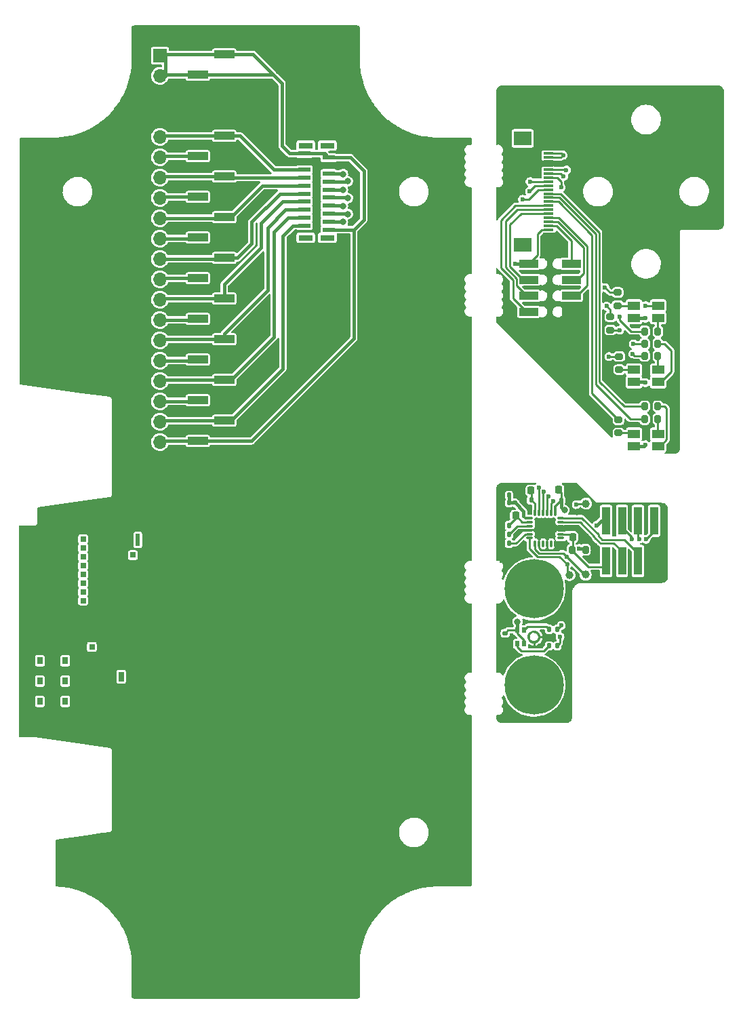
<source format=gbr>
%TF.GenerationSoftware,KiCad,Pcbnew,5.99.0-unknown-r24380-aab3c936*%
%TF.CreationDate,2021-01-25T13:27:40+00:00*%
%TF.ProjectId,safeproject-panel-r1,73616665-7072-46f6-9a65-63742d70616e,rev?*%
%TF.SameCoordinates,Original*%
%TF.FileFunction,Copper,L1,Top*%
%TF.FilePolarity,Positive*%
%FSLAX46Y46*%
G04 Gerber Fmt 4.6, Leading zero omitted, Abs format (unit mm)*
G04 Created by KiCad (PCBNEW 5.99.0-unknown-r24380-aab3c936) date 2021-01-25 13:27:40*
%MOMM*%
%LPD*%
G01*
G04 APERTURE LIST*
G04 Aperture macros list*
%AMRoundRect*
0 Rectangle with rounded corners*
0 $1 Rounding radius*
0 $2 $3 $4 $5 $6 $7 $8 $9 X,Y pos of 4 corners*
0 Add a 4 corners polygon primitive as box body*
4,1,4,$2,$3,$4,$5,$6,$7,$8,$9,$2,$3,0*
0 Add four circle primitives for the rounded corners*
1,1,$1+$1,$2,$3,0*
1,1,$1+$1,$4,$5,0*
1,1,$1+$1,$6,$7,0*
1,1,$1+$1,$8,$9,0*
0 Add four rect primitives between the rounded corners*
20,1,$1+$1,$2,$3,$4,$5,0*
20,1,$1+$1,$4,$5,$6,$7,0*
20,1,$1+$1,$6,$7,$8,$9,0*
20,1,$1+$1,$8,$9,$2,$3,0*%
G04 Aperture macros list end*
%TA.AperFunction,SMDPad,CuDef*%
%ADD10R,2.350000X1.000000*%
%TD*%
%TA.AperFunction,SMDPad,CuDef*%
%ADD11RoundRect,0.075000X-0.350000X-0.075000X0.350000X-0.075000X0.350000X0.075000X-0.350000X0.075000X0*%
%TD*%
%TA.AperFunction,SMDPad,CuDef*%
%ADD12RoundRect,0.075000X-0.075000X-0.350000X0.075000X-0.350000X0.075000X0.350000X-0.075000X0.350000X0*%
%TD*%
%TA.AperFunction,ComponentPad*%
%ADD13C,0.500000*%
%TD*%
%TA.AperFunction,SMDPad,CuDef*%
%ADD14R,2.650000X2.650000*%
%TD*%
%TA.AperFunction,SMDPad,CuDef*%
%ADD15RoundRect,0.225000X-0.225000X-0.250000X0.225000X-0.250000X0.225000X0.250000X-0.225000X0.250000X0*%
%TD*%
%TA.AperFunction,ComponentPad*%
%ADD16R,1.700000X1.700000*%
%TD*%
%TA.AperFunction,ComponentPad*%
%ADD17O,1.700000X1.700000*%
%TD*%
%TA.AperFunction,SMDPad,CuDef*%
%ADD18RoundRect,0.140000X-0.140000X-0.170000X0.140000X-0.170000X0.140000X0.170000X-0.140000X0.170000X0*%
%TD*%
%TA.AperFunction,SMDPad,CuDef*%
%ADD19R,1.500000X1.100000*%
%TD*%
%TA.AperFunction,SMDPad,CuDef*%
%ADD20R,1.300000X0.300000*%
%TD*%
%TA.AperFunction,SMDPad,CuDef*%
%ADD21R,2.200000X1.800000*%
%TD*%
%TA.AperFunction,SMDPad,CuDef*%
%ADD22R,1.500000X0.600000*%
%TD*%
%TA.AperFunction,SMDPad,CuDef*%
%ADD23R,1.800000X0.800000*%
%TD*%
%TA.AperFunction,SMDPad,CuDef*%
%ADD24C,1.000000*%
%TD*%
%TA.AperFunction,SMDPad,CuDef*%
%ADD25RoundRect,0.135000X-0.135000X-0.185000X0.135000X-0.185000X0.135000X0.185000X-0.135000X0.185000X0*%
%TD*%
%TA.AperFunction,SMDPad,CuDef*%
%ADD26RoundRect,0.200000X-0.275000X0.200000X-0.275000X-0.200000X0.275000X-0.200000X0.275000X0.200000X0*%
%TD*%
%TA.AperFunction,SMDPad,CuDef*%
%ADD27RoundRect,0.200000X-0.200000X-0.275000X0.200000X-0.275000X0.200000X0.275000X-0.200000X0.275000X0*%
%TD*%
%TA.AperFunction,SMDPad,CuDef*%
%ADD28R,0.700000X0.640000*%
%TD*%
%TA.AperFunction,SMDPad,CuDef*%
%ADD29R,0.550000X1.550000*%
%TD*%
%TA.AperFunction,SMDPad,CuDef*%
%ADD30R,0.700000X0.700000*%
%TD*%
%TA.AperFunction,SMDPad,CuDef*%
%ADD31R,1.450000X0.570000*%
%TD*%
%TA.AperFunction,SMDPad,CuDef*%
%ADD32R,1.150000X0.520000*%
%TD*%
%TA.AperFunction,SMDPad,CuDef*%
%ADD33R,1.850000X0.570000*%
%TD*%
%TA.AperFunction,SMDPad,CuDef*%
%ADD34R,1.650000X0.520000*%
%TD*%
%TA.AperFunction,SMDPad,CuDef*%
%ADD35R,0.820000X0.520000*%
%TD*%
%TA.AperFunction,SMDPad,CuDef*%
%ADD36R,1.960000X0.570000*%
%TD*%
%TA.AperFunction,SMDPad,CuDef*%
%ADD37R,1.700000X1.010000*%
%TD*%
%TA.AperFunction,SMDPad,CuDef*%
%ADD38R,0.450000X1.300000*%
%TD*%
%TA.AperFunction,WasherPad*%
%ADD39C,7.400000*%
%TD*%
%TA.AperFunction,SMDPad,CuDef*%
%ADD40RoundRect,0.225000X0.225000X0.250000X-0.225000X0.250000X-0.225000X-0.250000X0.225000X-0.250000X0*%
%TD*%
%TA.AperFunction,SMDPad,CuDef*%
%ADD41R,0.700000X0.900000*%
%TD*%
%TA.AperFunction,SMDPad,CuDef*%
%ADD42R,0.650000X1.200000*%
%TD*%
%TA.AperFunction,SMDPad,CuDef*%
%ADD43R,0.600000X0.300000*%
%TD*%
%TA.AperFunction,SMDPad,CuDef*%
%ADD44R,1.900000X0.450000*%
%TD*%
%TA.AperFunction,SMDPad,CuDef*%
%ADD45R,2.900000X0.450000*%
%TD*%
%TA.AperFunction,SMDPad,CuDef*%
%ADD46R,0.500000X1.400000*%
%TD*%
%TA.AperFunction,SMDPad,CuDef*%
%ADD47R,2.400000X0.450000*%
%TD*%
%TA.AperFunction,SMDPad,CuDef*%
%ADD48R,0.700000X0.750000*%
%TD*%
%TA.AperFunction,SMDPad,CuDef*%
%ADD49R,0.522000X0.725000*%
%TD*%
%TA.AperFunction,SMDPad,CuDef*%
%ADD50R,2.510000X1.000000*%
%TD*%
%TA.AperFunction,SMDPad,CuDef*%
%ADD51RoundRect,0.140000X-0.170000X0.140000X-0.170000X-0.140000X0.170000X-0.140000X0.170000X0.140000X0*%
%TD*%
%TA.AperFunction,SMDPad,CuDef*%
%ADD52R,1.000000X3.500000*%
%TD*%
%TA.AperFunction,ViaPad*%
%ADD53C,0.800000*%
%TD*%
%TA.AperFunction,ViaPad*%
%ADD54C,0.600000*%
%TD*%
%TA.AperFunction,Conductor*%
%ADD55C,0.400000*%
%TD*%
%TA.AperFunction,Conductor*%
%ADD56C,0.250000*%
%TD*%
%TA.AperFunction,Conductor*%
%ADD57C,0.300000*%
%TD*%
G04 APERTURE END LIST*
D10*
%TO.P,J1,1,Pin_1*%
%TO.N,/SHDNZ*%
X39675000Y31000000D03*
%TO.P,J1,2,Pin_2*%
%TO.N,+3V3*%
X34325000Y31000000D03*
%TO.P,J1,3,Pin_3*%
%TO.N,/SCL*%
X39675000Y29000000D03*
%TO.P,J1,4,Pin_4*%
%TO.N,/FSYNC*%
X34325000Y29000000D03*
%TO.P,J1,5,Pin_5*%
%TO.N,/SDA*%
X39675000Y27000000D03*
%TO.P,J1,6,Pin_6*%
%TO.N,/BCLK*%
X34325000Y27000000D03*
%TO.P,J1,7,Pin_7*%
%TO.N,GND*%
X39675000Y25000000D03*
%TO.P,J1,8,Pin_8*%
%TO.N,/SDOUT*%
X34325000Y25000000D03*
%TD*%
D11*
%TO.P,U1,1,AVDD*%
%TO.N,+3V3*%
X34450000Y-750000D03*
%TO.P,U1,2,AREG*%
%TO.N,Net-(C4-Pad2)*%
X34450000Y-1250000D03*
%TO.P,U1,3,VREF*%
%TO.N,Net-(C3-Pad2)*%
X34450000Y-1750000D03*
%TO.P,U1,4,AVSS*%
%TO.N,GND*%
X34450000Y-2250000D03*
%TO.P,U1,5,MICBIAS*%
%TO.N,Net-(C2-Pad2)*%
X34450000Y-2750000D03*
%TO.P,U1,6,PDMDIN1_GPI1*%
%TO.N,Net-(R1-Pad2)*%
X34450000Y-3250000D03*
D12*
%TO.P,U1,7,PDMCLK1_GPO1*%
%TO.N,Net-(R2-Pad2)*%
X35150000Y-3950000D03*
%TO.P,U1,8,PDMDIN2_GPI2*%
%TO.N,GND*%
X35650000Y-3950000D03*
%TO.P,U1,9,PDMCLK2_GPO2*%
%TO.N,N/C*%
X36150000Y-3950000D03*
%TO.P,U1,10,PDMDIN3_GPI3*%
%TO.N,GND*%
X36650000Y-3950000D03*
%TO.P,U1,11,PDMCLK3_GPO3*%
%TO.N,N/C*%
X37150000Y-3950000D03*
%TO.P,U1,12,PDMDIN4_GPI4*%
%TO.N,GND*%
X37650000Y-3950000D03*
D11*
%TO.P,U1,13,PDMCLK4_GPO4*%
%TO.N,N/C*%
X38350000Y-3250000D03*
%TO.P,U1,14,SHDNZ*%
%TO.N,/SHDNZ*%
X38350000Y-2750000D03*
%TO.P,U1,15,ADDR1_MISO*%
%TO.N,GND*%
X38350000Y-2250000D03*
%TO.P,U1,16,ADDR0_SCLK*%
X38350000Y-1750000D03*
%TO.P,U1,17,SCL_MOSI*%
%TO.N,/SCL*%
X38350000Y-1250000D03*
%TO.P,U1,18,SDA_SSZ*%
%TO.N,/SDA*%
X38350000Y-750000D03*
D12*
%TO.P,U1,19,IOVDD*%
%TO.N,+3V3*%
X37650000Y-50000D03*
%TO.P,U1,20,GPIO1*%
%TO.N,Net-(TP1-Pad1)*%
X37150000Y-50000D03*
%TO.P,U1,21,SDOUT*%
%TO.N,/SDOUT*%
X36650000Y-50000D03*
%TO.P,U1,22,BCLK*%
%TO.N,/BCLK*%
X36150000Y-50000D03*
%TO.P,U1,23,FSYNC*%
%TO.N,/FSYNC*%
X35650000Y-50000D03*
%TO.P,U1,24,DREG*%
%TO.N,Net-(C8-Pad2)*%
X35150000Y-50000D03*
D13*
%TO.P,U1,25,VSS_THERMAL*%
%TO.N,GND*%
X37475000Y-2000000D03*
X36400000Y-3075000D03*
X36400000Y-2000000D03*
X35325000Y-925000D03*
X37475000Y-3075000D03*
D14*
X36400000Y-2000000D03*
D13*
X35325000Y-2000000D03*
X36400000Y-925000D03*
X37475000Y-925000D03*
X35325000Y-3075000D03*
%TD*%
D15*
%TO.P,C8,1*%
%TO.N,GND*%
X33100000Y2700000D03*
%TO.P,C8,2*%
%TO.N,Net-(C8-Pad2)*%
X34650000Y2700000D03*
%TD*%
D16*
%TO.P,J5,1,Pin_1*%
%TO.N,/+3V3*%
X-11713803Y57000000D03*
D17*
%TO.P,J5,2,Pin_2*%
X-11713803Y54460000D03*
%TO.P,J5,3,Pin_3*%
%TO.N,/GND*%
X-11713803Y51920000D03*
%TO.P,J5,4,Pin_4*%
X-11713803Y49380000D03*
%TO.P,J5,5,Pin_5*%
%TO.N,/LED1_R*%
X-11713803Y46840000D03*
%TO.P,J5,6,Pin_6*%
%TO.N,/LED1_G*%
X-11713803Y44300000D03*
%TO.P,J5,7,Pin_7*%
%TO.N,/LED1_B*%
X-11713803Y41760000D03*
%TO.P,J5,8,Pin_8*%
%TO.N,/LED2_R*%
X-11713803Y39220000D03*
%TO.P,J5,9,Pin_9*%
%TO.N,/LED2_G*%
X-11713803Y36680000D03*
%TO.P,J5,10,Pin_10*%
%TO.N,/LED2_B*%
X-11713803Y34140000D03*
%TO.P,J5,11,Pin_11*%
%TO.N,/LED3_R*%
X-11713803Y31600000D03*
%TO.P,J5,12,Pin_12*%
%TO.N,/LED3_G*%
X-11713803Y29060000D03*
%TO.P,J5,13,Pin_13*%
%TO.N,/LED3_B*%
X-11713803Y26520000D03*
%TO.P,J5,14,Pin_14*%
%TO.N,/SDOUT*%
X-11713803Y23980000D03*
%TO.P,J5,15,Pin_15*%
%TO.N,/BCLK*%
X-11713803Y21440000D03*
%TO.P,J5,16,Pin_16*%
%TO.N,/FSYNC*%
X-11713803Y18900000D03*
%TO.P,J5,17,Pin_17*%
%TO.N,/SDA*%
X-11713803Y16360000D03*
%TO.P,J5,18,Pin_18*%
%TO.N,/SCL*%
X-11713803Y13820000D03*
%TO.P,J5,19,Pin_19*%
%TO.N,/SHDNZ*%
X-11713803Y11280000D03*
%TO.P,J5,20,Pin_20*%
%TO.N,/+3V3*%
X-11713803Y8740000D03*
%TD*%
D18*
%TO.P,C3,1*%
%TO.N,GND*%
X30920000Y-2800000D03*
%TO.P,C3,2*%
%TO.N,Net-(C3-Pad2)*%
X31880000Y-2800000D03*
%TD*%
D19*
%TO.P,LED3,1,RK*%
%TO.N,Net-(LED3-Pad1)*%
X50500000Y8250000D03*
%TO.P,LED3,2,A*%
%TO.N,+3V3*%
X47500000Y8250000D03*
%TO.P,LED3,3,BK*%
%TO.N,Net-(LED3-Pad3)*%
X47500000Y9750000D03*
%TO.P,LED3,4,GK*%
%TO.N,Net-(LED3-Pad4)*%
X50500000Y9750000D03*
%TD*%
D20*
%TO.P,J2,1,Pin_1*%
%TO.N,+3V3*%
X36850000Y44750000D03*
%TO.P,J2,2,Pin_2*%
X36850000Y44250000D03*
%TO.P,J2,3,Pin_3*%
%TO.N,GND*%
X36850000Y43750000D03*
%TO.P,J2,4,Pin_4*%
X36850000Y43250000D03*
%TO.P,J2,5,Pin_5*%
%TO.N,/LED1_R*%
X36850000Y42750000D03*
%TO.P,J2,6,Pin_6*%
%TO.N,/LED1_G*%
X36850000Y42250000D03*
%TO.P,J2,7,Pin_7*%
%TO.N,/LED1_B*%
X36850000Y41750000D03*
%TO.P,J2,8,Pin_8*%
%TO.N,/LED2_R*%
X36850000Y41250000D03*
%TO.P,J2,9,Pin_9*%
%TO.N,/LED2_G*%
X36850000Y40750000D03*
%TO.P,J2,10,Pin_10*%
%TO.N,/LED2_B*%
X36850000Y40250000D03*
%TO.P,J2,11,Pin_11*%
%TO.N,/LED3_R*%
X36850000Y39750000D03*
%TO.P,J2,12,Pin_12*%
%TO.N,/LED3_G*%
X36850000Y39250000D03*
%TO.P,J2,13,Pin_13*%
%TO.N,/LED3_B*%
X36850000Y38750000D03*
%TO.P,J2,14,Pin_14*%
%TO.N,/SDOUT*%
X36850000Y38250000D03*
%TO.P,J2,15,Pin_15*%
%TO.N,/BCLK*%
X36850000Y37750000D03*
%TO.P,J2,16,Pin_16*%
%TO.N,/FSYNC*%
X36850000Y37250000D03*
%TO.P,J2,17,Pin_17*%
%TO.N,/SDA*%
X36850000Y36750000D03*
%TO.P,J2,18,Pin_18*%
%TO.N,/SCL*%
X36850000Y36250000D03*
%TO.P,J2,19,Pin_19*%
%TO.N,/SHDNZ*%
X36850000Y35750000D03*
%TO.P,J2,20,Pin_20*%
%TO.N,+3V3*%
X36850000Y35250000D03*
D21*
%TO.P,J2,MP*%
%TO.N,N/C*%
X33600000Y33350000D03*
X33600000Y46650000D03*
%TD*%
D22*
%TO.P,J2,1,Pin_1*%
%TO.N,/+3V3*%
X6348600Y44750000D03*
%TO.P,J2,2,Pin_2*%
X9348600Y44250000D03*
%TO.P,J2,3,Pin_3*%
%TO.N,/GND*%
X6348600Y43750000D03*
%TO.P,J2,4,Pin_4*%
X9348600Y43250000D03*
%TO.P,J2,5,Pin_5*%
%TO.N,/LED1_R*%
X6348600Y42750000D03*
%TO.P,J2,6,Pin_6*%
%TO.N,/LED1_G*%
X9348600Y42250000D03*
%TO.P,J2,7,Pin_7*%
%TO.N,/LED1_B*%
X6348600Y41750000D03*
%TO.P,J2,8,Pin_8*%
%TO.N,/LED2_R*%
X9348600Y41250000D03*
%TO.P,J2,9,Pin_9*%
%TO.N,/LED2_G*%
X6348600Y40750000D03*
%TO.P,J2,10,Pin_10*%
%TO.N,/LED2_B*%
X9348600Y40250000D03*
%TO.P,J2,11,Pin_11*%
%TO.N,/LED3_R*%
X6348600Y39750000D03*
%TO.P,J2,12,Pin_12*%
%TO.N,/LED3_G*%
X9348600Y39250000D03*
%TO.P,J2,13,Pin_13*%
%TO.N,/LED3_B*%
X6348600Y38750000D03*
%TO.P,J2,14,Pin_14*%
%TO.N,/SDOUT*%
X9348600Y38250000D03*
%TO.P,J2,15,Pin_15*%
%TO.N,/BCLK*%
X6348600Y37750000D03*
%TO.P,J2,16,Pin_16*%
%TO.N,/FSYNC*%
X9348600Y37250000D03*
%TO.P,J2,17,Pin_17*%
%TO.N,/SDA*%
X6348600Y36750000D03*
%TO.P,J2,18,Pin_18*%
%TO.N,/SCL*%
X9348600Y36250000D03*
%TO.P,J2,19,Pin_19*%
%TO.N,/SHDNZ*%
X6348600Y35750000D03*
%TO.P,J2,20,Pin_20*%
%TO.N,/+3V3*%
X9348600Y35250000D03*
D23*
%TO.P,J2,MP*%
%TO.N,N/C*%
X9198600Y45750000D03*
X9198600Y34250000D03*
X6498600Y34250000D03*
X6498600Y45750000D03*
%TD*%
D24*
%TO.P,TP2,1,1*%
%TO.N,Net-(R1-Pad2)*%
X39425000Y-7850000D03*
%TD*%
%TO.P,TP1,1,1*%
%TO.N,Net-(TP1-Pad1)*%
X41485377Y1060284D03*
%TD*%
D25*
%TO.P,R2,1*%
%TO.N,Net-(MK1-Pad4)*%
X36890000Y-14650000D03*
%TO.P,R2,2*%
%TO.N,Net-(R2-Pad2)*%
X37910000Y-14650000D03*
%TD*%
D26*
%TO.P,R1,1*%
%TO.N,/LED1_B*%
X45450000Y27425000D03*
%TO.P,R1,2*%
%TO.N,Net-(LED1-Pad3)*%
X45450000Y25775000D03*
%TD*%
D18*
%TO.P,C9,1*%
%TO.N,GND*%
X33695000Y1500000D03*
%TO.P,C9,2*%
%TO.N,Net-(C8-Pad2)*%
X34655000Y1500000D03*
%TD*%
D27*
%TO.P,R6,1*%
%TO.N,/LED3_G*%
X48825000Y11600000D03*
%TO.P,R6,2*%
%TO.N,Net-(LED3-Pad4)*%
X50475000Y11600000D03*
%TD*%
D28*
%TO.P,J3,1,DAT2*%
%TO.N,no_connect_26*%
X-21301400Y-11070000D03*
%TO.P,J3,2,DAT3/CD*%
%TO.N,no_connect_27*%
X-21301400Y-9970000D03*
%TO.P,J3,3,CMD*%
%TO.N,no_connect_28*%
X-21301400Y-8870000D03*
%TO.P,J3,4,VDD*%
%TO.N,no_connect_29*%
X-21301400Y-7770000D03*
%TO.P,J3,5,CLK*%
%TO.N,no_connect_30*%
X-21301400Y-6670000D03*
%TO.P,J3,6,VSS*%
%TO.N,no_connect_31*%
X-21301400Y-5570000D03*
%TO.P,J3,7,DAT0*%
%TO.N,no_connect_32*%
X-21301400Y-4470000D03*
%TO.P,J3,8,DAT1*%
%TO.N,no_connect_33*%
X-21301400Y-3370000D03*
D29*
%TO.P,J3,DSW1,DSW1*%
%TO.N,no_connect_34*%
X-14476400Y-3475000D03*
D30*
%TO.P,J3,DSW2,DSW2*%
%TO.N,no_connect_35*%
X-15101400Y-5370000D03*
D31*
%TO.P,J3,GND,GND*%
%TO.N,/GND*%
X-28526400Y-15385000D03*
D32*
X-20371400Y-2050000D03*
D33*
X-14801400Y-2050000D03*
D34*
X-21571400Y-15385000D03*
D35*
X-18161400Y-2050000D03*
D36*
X-14931400Y-15385000D03*
D37*
X-28401400Y-2235000D03*
D38*
X-14646400Y-14100000D03*
%TD*%
D24*
%TO.P,TP3,1,1*%
%TO.N,Net-(R2-Pad2)*%
X41450000Y-7825000D03*
%TD*%
D27*
%TO.P,R5,1*%
%TO.N,/LED2_G*%
X48825000Y19500000D03*
%TO.P,R5,2*%
%TO.N,Net-(LED2-Pad4)*%
X50475000Y19500000D03*
%TD*%
D15*
%TO.P,C10,1*%
%TO.N,+3V3*%
X38075000Y2800000D03*
%TO.P,C10,2*%
%TO.N,GND*%
X39625000Y2800000D03*
%TD*%
D39*
%TO.P,REF\u002A\u002A,*%
%TO.N,*%
X35000000Y-9600000D03*
%TD*%
D27*
%TO.P,R7,1*%
%TO.N,/LED1_R*%
X48825000Y22550000D03*
%TO.P,R7,2*%
%TO.N,Net-(LED1-Pad1)*%
X50475000Y22550000D03*
%TD*%
%TO.P,R8,1*%
%TO.N,/LED2_R*%
X48825000Y21000000D03*
%TO.P,R8,2*%
%TO.N,Net-(LED2-Pad1)*%
X50475000Y21000000D03*
%TD*%
D40*
%TO.P,C12,1*%
%TO.N,GND*%
X41375000Y-3131255D03*
%TO.P,C12,2*%
%TO.N,/SHDNZ*%
X39825000Y-3131255D03*
%TD*%
D26*
%TO.P,R4,1*%
%TO.N,/LED1_G*%
X44550000Y24375000D03*
%TO.P,R4,2*%
%TO.N,Net-(LED1-Pad4)*%
X44550000Y22725000D03*
%TD*%
D41*
%TO.P,J1,C1,VCC*%
%TO.N,no_connect_18*%
X-26711400Y-23640000D03*
%TO.P,J1,C2,RST*%
%TO.N,no_connect_19*%
X-26711400Y-21100000D03*
%TO.P,J1,C3,CLK*%
%TO.N,no_connect_20*%
X-26711400Y-18560000D03*
%TO.P,J1,C5,GND*%
%TO.N,no_connect_21*%
X-23541400Y-23640000D03*
%TO.P,J1,C6,VPP/SWP*%
%TO.N,no_connect_22*%
X-23541400Y-21100000D03*
%TO.P,J1,C7,I/O*%
%TO.N,no_connect_23*%
X-23541400Y-18560000D03*
D30*
%TO.P,J1,CSW,CSW*%
%TO.N,no_connect_24*%
X-20211400Y-16830000D03*
D42*
%TO.P,J1,DSW,DSW*%
%TO.N,no_connect_25*%
X-16536400Y-20550000D03*
D43*
%TO.P,J1,SH,SH*%
%TO.N,/GND*%
X-28561400Y-22320000D03*
D44*
X-22561400Y-27655000D03*
D45*
X-27411400Y-16505000D03*
D46*
X-15461400Y-18880000D03*
D43*
X-28561400Y-19880000D03*
D45*
X-27411400Y-27655000D03*
D46*
X-15461400Y-23300000D03*
D47*
X-17411400Y-27655000D03*
D48*
X-18411400Y-17005000D03*
D44*
X-22561400Y-16505000D03*
%TD*%
D19*
%TO.P,LED2,1,RK*%
%TO.N,Net-(LED2-Pad1)*%
X50500000Y16250000D03*
%TO.P,LED2,2,A*%
%TO.N,+3V3*%
X47500000Y16250000D03*
%TO.P,LED2,3,BK*%
%TO.N,Net-(LED2-Pad3)*%
X47500000Y17750000D03*
%TO.P,LED2,4,GK*%
%TO.N,Net-(LED2-Pad4)*%
X50500000Y17750000D03*
%TD*%
D18*
%TO.P,C5,1*%
%TO.N,GND*%
X30920000Y-1675000D03*
%TO.P,C5,2*%
%TO.N,Net-(C4-Pad2)*%
X31880000Y-1675000D03*
%TD*%
D26*
%TO.P,R3,1*%
%TO.N,/LED3_B*%
X45550000Y11525000D03*
%TO.P,R3,2*%
%TO.N,Net-(LED3-Pad3)*%
X45550000Y9875000D03*
%TD*%
D49*
%TO.P,MK1,1,DATA*%
%TO.N,Net-(MK1-Pad1)*%
X32926000Y-16437500D03*
%TO.P,MK1,2,SEL*%
%TO.N,+3V3*%
X33748000Y-16437500D03*
%TA.AperFunction,SMDPad,CuDef*%
%TO.P,MK1,3,GND*%
%TO.N,GND*%
G36*
X34208967Y-15414465D02*
G01*
X34269730Y-15243823D01*
X34366788Y-15090884D01*
X34495317Y-14963249D01*
X34648930Y-14867261D01*
X34819992Y-14807691D01*
X35000000Y-14787500D01*
X35022686Y-14787817D01*
X35202062Y-14813026D01*
X35371393Y-14877349D01*
X35522266Y-14977589D01*
X35647182Y-15108763D01*
X35739930Y-15264353D01*
X35795905Y-15436624D01*
X35809885Y-15590241D01*
X35812500Y-15600000D01*
X35811211Y-15604810D01*
X35812322Y-15617016D01*
X35788364Y-15796562D01*
X35725225Y-15966338D01*
X35626042Y-16117907D01*
X35495743Y-16243735D01*
X35340805Y-16337569D01*
X35168928Y-16394745D01*
X34993739Y-16411922D01*
X34993739Y-16112461D01*
X35137821Y-16093620D01*
X35270825Y-16035098D01*
X35382056Y-15941598D01*
X35462575Y-15820637D01*
X35505907Y-15681938D01*
X35508570Y-15536654D01*
X35470349Y-15396462D01*
X35394317Y-15272631D01*
X35286586Y-15175118D01*
X35155818Y-15111761D01*
X35012521Y-15087653D01*
X35000000Y-15087500D01*
X34856158Y-15108100D01*
X34723880Y-15168243D01*
X34613799Y-15263095D01*
X34534764Y-15385031D01*
X34493129Y-15524248D01*
X34492242Y-15669553D01*
X34532172Y-15809268D01*
X34609712Y-15932160D01*
X34718626Y-16028350D01*
X34850160Y-16090105D01*
X34993739Y-16112461D01*
X34993739Y-16411922D01*
X34988656Y-16412421D01*
X34808947Y-16389718D01*
X34638734Y-16327765D01*
X34486476Y-16229641D01*
X34359741Y-16100224D01*
X34264828Y-15945945D01*
X34206454Y-15774471D01*
X34187520Y-15594328D01*
X34208967Y-15414465D01*
G37*
%TD.AperFunction*%
%TO.P,MK1,4,CLOCK*%
%TO.N,Net-(MK1-Pad4)*%
X33748000Y-14762500D03*
%TO.P,MK1,5,VDD*%
%TO.N,+3V3*%
X32926000Y-14762500D03*
%TD*%
D39*
%TO.P,REF\u002A\u002A,*%
%TO.N,*%
X35000000Y-21600000D03*
%TD*%
D18*
%TO.P,C2,1*%
%TO.N,GND*%
X30920000Y-3900000D03*
%TO.P,C2,2*%
%TO.N,Net-(C2-Pad2)*%
X31880000Y-3900000D03*
%TD*%
D50*
%TO.P,J4,1,Pin_1*%
%TO.N,/+3V3*%
X-3677817Y57130000D03*
%TO.P,J4,2,Pin_2*%
X-6987817Y54590000D03*
%TO.P,J4,3,Pin_3*%
%TO.N,/GND*%
X-3677817Y52050000D03*
%TO.P,J4,4,Pin_4*%
X-6987817Y49510000D03*
%TO.P,J4,5,Pin_5*%
%TO.N,/LED1_R*%
X-3677817Y46970000D03*
%TO.P,J4,6,Pin_6*%
%TO.N,/LED1_G*%
X-6987817Y44430000D03*
%TO.P,J4,7,Pin_7*%
%TO.N,/LED1_B*%
X-3677817Y41890000D03*
%TO.P,J4,8,Pin_8*%
%TO.N,/LED2_R*%
X-6987817Y39350000D03*
%TO.P,J4,9,Pin_9*%
%TO.N,/LED2_G*%
X-3677817Y36810000D03*
%TO.P,J4,10,Pin_10*%
%TO.N,/LED2_B*%
X-6987817Y34270000D03*
%TO.P,J4,11,Pin_11*%
%TO.N,/LED3_R*%
X-3677817Y31730000D03*
%TO.P,J4,12,Pin_12*%
%TO.N,/LED3_G*%
X-6987817Y29190000D03*
%TO.P,J4,13,Pin_13*%
%TO.N,/LED3_B*%
X-3677817Y26650000D03*
%TO.P,J4,14,Pin_14*%
%TO.N,/SDOUT*%
X-6987817Y24110000D03*
%TO.P,J4,15,Pin_15*%
%TO.N,/BCLK*%
X-3677817Y21570000D03*
%TO.P,J4,16,Pin_16*%
%TO.N,/FSYNC*%
X-6987817Y19030000D03*
%TO.P,J4,17,Pin_17*%
%TO.N,/SDA*%
X-3677817Y16490000D03*
%TO.P,J4,18,Pin_18*%
%TO.N,/SCL*%
X-6987817Y13950000D03*
%TO.P,J4,19,Pin_19*%
%TO.N,/SHDNZ*%
X-3677817Y11410000D03*
%TO.P,J4,20,Pin_20*%
%TO.N,/+3V3*%
X-6987817Y8870000D03*
%TD*%
D51*
%TO.P,C1,1*%
%TO.N,+3V3*%
X31400000Y-15120000D03*
%TO.P,C1,2*%
%TO.N,GND*%
X31400000Y-16080000D03*
%TD*%
D18*
%TO.P,C7,1*%
%TO.N,GND*%
X30935000Y1160000D03*
%TO.P,C7,2*%
%TO.N,+3V3*%
X31895000Y1160000D03*
%TD*%
D26*
%TO.P,R2,1*%
%TO.N,/LED2_B*%
X45650000Y19425000D03*
%TO.P,R2,2*%
%TO.N,Net-(LED2-Pad3)*%
X45650000Y17775000D03*
%TD*%
D25*
%TO.P,R1,1*%
%TO.N,Net-(MK1-Pad1)*%
X36890000Y-16700000D03*
%TO.P,R1,2*%
%TO.N,Net-(R1-Pad2)*%
X37910000Y-16700000D03*
%TD*%
D27*
%TO.P,R3,1*%
%TO.N,/SHDNZ*%
X39775000Y-4700000D03*
%TO.P,R3,2*%
%TO.N,+3V3*%
X41425000Y-4700000D03*
%TD*%
D15*
%TO.P,C4,1*%
%TO.N,GND*%
X31165000Y-440000D03*
%TO.P,C4,2*%
%TO.N,Net-(C4-Pad2)*%
X32715000Y-440000D03*
%TD*%
D19*
%TO.P,LED1,1,RK*%
%TO.N,Net-(LED1-Pad1)*%
X50500000Y24250000D03*
%TO.P,LED1,2,A*%
%TO.N,+3V3*%
X47500000Y24250000D03*
%TO.P,LED1,3,BK*%
%TO.N,Net-(LED1-Pad3)*%
X47500000Y25750000D03*
%TO.P,LED1,4,GK*%
%TO.N,Net-(LED1-Pad4)*%
X50500000Y25750000D03*
%TD*%
D18*
%TO.P,C6,1*%
%TO.N,GND*%
X30935000Y2100000D03*
%TO.P,C6,2*%
%TO.N,+3V3*%
X31895000Y2100000D03*
%TD*%
D52*
%TO.P,J1,1,Pin_1*%
%TO.N,/SHDNZ*%
X44000000Y-6100000D03*
%TO.P,J1,2,Pin_2*%
%TO.N,+3V3*%
X44000000Y-1100000D03*
%TO.P,J1,3,Pin_3*%
%TO.N,/SCL*%
X46000000Y-6100000D03*
%TO.P,J1,4,Pin_4*%
%TO.N,/FSYNC*%
X46000000Y-1100000D03*
%TO.P,J1,5,Pin_5*%
%TO.N,/SDA*%
X48000000Y-6100000D03*
%TO.P,J1,6,Pin_6*%
%TO.N,/BCLK*%
X48000000Y-1100000D03*
%TO.P,J1,7,Pin_7*%
%TO.N,GND*%
X50000000Y-6100000D03*
%TO.P,J1,8,Pin_8*%
%TO.N,/SDOUT*%
X50000000Y-1100000D03*
%TD*%
D27*
%TO.P,R9,1*%
%TO.N,/LED3_R*%
X48825000Y13200000D03*
%TO.P,R9,2*%
%TO.N,Net-(LED3-Pad1)*%
X50475000Y13200000D03*
%TD*%
D18*
%TO.P,C11,1*%
%TO.N,+3V3*%
X38420000Y1450000D03*
%TO.P,C11,2*%
%TO.N,GND*%
X39380000Y1450000D03*
%TD*%
D53*
%TO.N,/SCL*%
X11148600Y36200000D03*
D54*
%TO.N,/FSYNC*%
X47200000Y-3400000D03*
X35663564Y3074709D03*
D53*
X11748600Y37200000D03*
D54*
%TO.N,/BCLK*%
X48158051Y-3358051D03*
X36252932Y2533725D03*
D53*
%TO.N,/SDOUT*%
X11148600Y38200000D03*
D54*
X36800000Y1950000D03*
X49000000Y-3400000D03*
D53*
%TO.N,/LED3_G*%
X11748600Y39200000D03*
%TO.N,/LED2_B*%
X11148600Y40200000D03*
D54*
X44350000Y19400000D03*
X33574990Y39050000D03*
%TO.N,/LED2_G*%
X34450000Y40050000D03*
X47350000Y19750000D03*
D53*
%TO.N,/LED2_R*%
X11748600Y41300000D03*
D54*
X34500000Y41250000D03*
X47400000Y21000000D03*
%TO.N,/LED1_B*%
X43874990Y28025602D03*
X38400000Y40550000D03*
%TO.N,/LED1_G*%
X38700000Y41900000D03*
D53*
X11148600Y42200000D03*
D54*
X44100000Y25700000D03*
%TO.N,/LED1_R*%
X45700000Y24400000D03*
X39050000Y42700000D03*
D53*
%TO.N,/GND*%
X-2651400Y49600000D03*
X-12151400Y-25800000D03*
X-12151400Y-19300000D03*
X-2651400Y53500000D03*
D54*
%TO.N,GND*%
X50300000Y-3850000D03*
X49700000Y-3850000D03*
X30950000Y-4650000D03*
X33000000Y-2650000D03*
X39400000Y-1950000D03*
X31400000Y-16900000D03*
X36850000Y-15600000D03*
D53*
X35100000Y43525000D03*
D54*
X31000000Y2950000D03*
X30650000Y400000D03*
X42673746Y-4144056D03*
X34350000Y449990D03*
X31000000Y-6100000D03*
D53*
X40075000Y23825000D03*
X40350000Y0D03*
X39475000Y43775000D03*
D54*
X37450000Y-15600000D03*
X38550000Y-4150000D03*
X32650000Y-5250000D03*
D53*
%TO.N,+3V3*%
X38800000Y250000D03*
D54*
X48900000Y8400000D03*
D53*
X32950000Y-13700000D03*
D54*
X32650000Y1150000D03*
X40650000Y-4550000D03*
X38650000Y44550000D03*
X48900000Y24200000D03*
X42850000Y-1650000D03*
X48900000Y16150000D03*
X32700000Y31000000D03*
%TO.N,Net-(LED1-Pad4)*%
X45700000Y22700000D03*
X48950000Y25750000D03*
%TO.N,Net-(TP1-Pad1)*%
X40283051Y933051D03*
X37425373Y1374627D03*
%TO.N,Net-(R2-Pad2)*%
X39100000Y-5600000D03*
X38404988Y-14150000D03*
%TO.N,Net-(R1-Pad2)*%
X38250000Y-15600000D03*
X39150000Y-6550000D03*
%TD*%
D55*
%TO.N,/+3V3*%
X9348600Y44250000D02*
X12098600Y44250000D01*
X12498600Y35250000D02*
X9348600Y35250000D01*
X13748600Y36500000D02*
X12498600Y35250000D01*
X-6987817Y54590000D02*
X2458600Y54590000D01*
X-11583803Y57130000D02*
X-11713803Y57000000D01*
X9348600Y44250000D02*
X9298600Y44300000D01*
X12498600Y21650000D02*
X12498600Y35250000D01*
X-6987817Y8870000D02*
X-281400Y8870000D01*
X-11001400Y57000000D02*
X-11001400Y55172403D01*
X8848600Y44750000D02*
X6348600Y44750000D01*
X3548600Y53500000D02*
X3248600Y53800000D01*
X9298600Y44300000D02*
X8848600Y44750000D01*
X12098600Y44250000D02*
X13748600Y42600000D01*
X13748600Y42600000D02*
X13748600Y36500000D01*
X-3677817Y57130000D02*
X-11583803Y57130000D01*
X4498600Y44750000D02*
X3548600Y45700000D01*
X-81400Y57130000D02*
X-3677817Y57130000D01*
X-11001400Y56287597D02*
X-11001400Y54460000D01*
X3248600Y53800000D02*
X-81400Y57130000D01*
X-281400Y8870000D02*
X12498600Y21650000D01*
X3548600Y45700000D02*
X3548600Y53500000D01*
X-11713803Y57000000D02*
X-11001400Y56287597D01*
X-11713803Y8740000D02*
X-11583803Y8870000D01*
X6348600Y44750000D02*
X4498600Y44750000D01*
X-11713803Y54460000D02*
X-11583803Y54590000D01*
X-11583803Y8870000D02*
X-6987817Y8870000D01*
X-11001400Y55172403D02*
X-11713803Y54460000D01*
X-11583803Y54590000D02*
X-6987817Y54590000D01*
X2458600Y54590000D02*
X3248600Y53800000D01*
D56*
%TO.N,/SHDNZ*%
X39846222Y-3131255D02*
X39846222Y-4622199D01*
X38350000Y-2750000D02*
X39464967Y-2750000D01*
X39464967Y-2750000D02*
X39846222Y-3131255D01*
D55*
X4898600Y35750000D02*
X6348600Y35750000D01*
D56*
X39675000Y33902180D02*
X37827180Y35750000D01*
D55*
X-11583803Y11410000D02*
X-3677817Y11410000D01*
X3648600Y34500000D02*
X4898600Y35750000D01*
X-3677817Y11410000D02*
X-2846400Y11410000D01*
D56*
X39846222Y-4622199D02*
X39768421Y-4700000D01*
X39768421Y-4818421D02*
X40700000Y-5750000D01*
X37827180Y35750000D02*
X36850000Y35750000D01*
D55*
X-11713803Y11280000D02*
X-11583803Y11410000D01*
D56*
X42400000Y-6850000D02*
X43875000Y-6850000D01*
D55*
X-2846400Y11410000D02*
X3648600Y17905000D01*
D56*
X41800000Y-6850000D02*
X40700000Y-5750000D01*
X39768421Y-4700000D02*
X39768421Y-4818421D01*
D55*
X3648600Y17905000D02*
X3648600Y34500000D01*
D56*
X39675000Y31000000D02*
X39675000Y33902180D01*
X43875000Y-6850000D02*
X44000000Y-6725000D01*
X42400000Y-6850000D02*
X41800000Y-6850000D01*
%TO.N,/SCL*%
X46000000Y-4950000D02*
X44950000Y-3900000D01*
X46000000Y-6100000D02*
X46000000Y-4950000D01*
X42600000Y-3186411D02*
X42600000Y-3100000D01*
X40350000Y29000000D02*
X41175010Y29825010D01*
X41175010Y29825010D02*
X41175010Y33038580D01*
D55*
X11098600Y36250000D02*
X11148600Y36200000D01*
X-11713803Y13820000D02*
X-7117817Y13820000D01*
D56*
X46000000Y-6000000D02*
X46000000Y-6725000D01*
X39675000Y29000000D02*
X40350000Y29000000D01*
X44950000Y-3900000D02*
X43313589Y-3900000D01*
D55*
X-7117817Y13820000D02*
X-6987817Y13950000D01*
X9348600Y36250000D02*
X11098600Y36250000D01*
D56*
X37963590Y36250000D02*
X36850000Y36250000D01*
X43313589Y-3900000D02*
X42600000Y-3186411D01*
X40750000Y-1250000D02*
X38350000Y-1250000D01*
X42600000Y-3100000D02*
X40750000Y-1250000D01*
X41175010Y33038580D02*
X37963590Y36250000D01*
%TO.N,/SDA*%
X43050011Y-3000011D02*
X43050011Y-2800011D01*
X39675000Y27000000D02*
X40350000Y27000000D01*
D55*
X-11583803Y16490000D02*
X-3677817Y16490000D01*
D56*
X43050011Y-2800011D02*
X41000000Y-750000D01*
X38100000Y36750000D02*
X36850000Y36750000D01*
D55*
X2548600Y21885000D02*
X2548600Y35000000D01*
X-11713803Y16360000D02*
X-11583803Y16490000D01*
D56*
X41649978Y33200022D02*
X38100000Y36750000D01*
X43500000Y-3450000D02*
X43050011Y-3000011D01*
X48000000Y-6100000D02*
X48000000Y-5125004D01*
D55*
X-3677817Y16490000D02*
X-2846400Y16490000D01*
X-2846400Y16490000D02*
X2548600Y21885000D01*
D56*
X41000000Y-750000D02*
X38350000Y-750000D01*
X48000000Y-5125004D02*
X46324996Y-3450000D01*
D55*
X2548600Y35000000D02*
X4298600Y36750000D01*
D56*
X40350000Y27000000D02*
X41649978Y28299978D01*
D55*
X4298600Y36750000D02*
X6348600Y36750000D01*
D56*
X41649978Y28299978D02*
X41649978Y33200022D01*
X46324996Y-3450000D02*
X43500000Y-3450000D01*
D55*
%TO.N,/FSYNC*%
X11698600Y37250000D02*
X11748600Y37200000D01*
D56*
X35627930Y3039075D02*
X35663564Y3074709D01*
X35627930Y-27930D02*
X35627930Y3039075D01*
X46000000Y-1100000D02*
X46000000Y-1935002D01*
X32024990Y30625010D02*
X32024990Y35874990D01*
D55*
X-7117817Y18900000D02*
X-6987817Y19030000D01*
D56*
X33650000Y29000000D02*
X32024990Y30625010D01*
D55*
X-11713803Y18900000D02*
X-7117817Y18900000D01*
X9348600Y37250000D02*
X11698600Y37250000D01*
D56*
X35650000Y-50000D02*
X35627930Y-27930D01*
X34325000Y29000000D02*
X33650000Y29000000D01*
X33400000Y37250000D02*
X36850000Y37250000D01*
X47200000Y-3135002D02*
X47200000Y-3400000D01*
X46000000Y-1935002D02*
X47200000Y-3135002D01*
X32024990Y35874990D02*
X33400000Y37250000D01*
D55*
%TO.N,/BCLK*%
X3998600Y37750000D02*
X6348600Y37750000D01*
D56*
X32900000Y37750000D02*
X36850000Y37750000D01*
D55*
X-11583803Y21570000D02*
X-3677817Y21570000D01*
D56*
X36150000Y-50000D02*
X36150000Y2430793D01*
X32824999Y28239999D02*
X32824999Y29161411D01*
X36150000Y2430793D02*
X36252932Y2533725D01*
X48000000Y-3200000D02*
X48158051Y-3358051D01*
D55*
X1748600Y27700000D02*
X1748600Y35500000D01*
D56*
X32824999Y29161411D02*
X31450000Y30536410D01*
X31450000Y30536410D02*
X31450000Y36300000D01*
X34064998Y27000000D02*
X32824999Y28239999D01*
D55*
X-11713803Y21440000D02*
X-11583803Y21570000D01*
D56*
X34325000Y27000000D02*
X34064998Y27000000D01*
X31450000Y36300000D02*
X32900000Y37750000D01*
D55*
X-3677817Y22273583D02*
X1748600Y27700000D01*
X1748600Y35500000D02*
X3998600Y37750000D01*
X-3677817Y21570000D02*
X-3677817Y22273583D01*
D56*
X48000000Y-1100000D02*
X48000000Y-3200000D01*
D55*
%TO.N,/SDOUT*%
X11098600Y38250000D02*
X11148600Y38200000D01*
D56*
X32700000Y38250000D02*
X36850000Y38250000D01*
X36650000Y1800000D02*
X36800000Y1950000D01*
D55*
X-7117817Y23980000D02*
X-6987817Y24110000D01*
D56*
X36650000Y-50000D02*
X36650000Y1800000D01*
X30850000Y36400000D02*
X32700000Y38250000D01*
D55*
X-11713803Y23980000D02*
X-7117817Y23980000D01*
D56*
X50000000Y-2400000D02*
X49000000Y-3400000D01*
X34325000Y25000000D02*
X34064998Y25000000D01*
X32374988Y26690010D02*
X32374988Y28975012D01*
X32374988Y28975012D02*
X30850000Y30500000D01*
X50000000Y-1100000D02*
X50000000Y-2400000D01*
X34064998Y25000000D02*
X32374988Y26690010D01*
D55*
X9348600Y38250000D02*
X11098600Y38250000D01*
D56*
X30850000Y30500000D02*
X30850000Y36400000D01*
D55*
%TO.N,/LED3_B*%
X948600Y33049998D02*
X-3677817Y28423581D01*
X3598600Y38750000D02*
X948600Y36100000D01*
X948600Y36100000D02*
X948600Y33049998D01*
D56*
X42250000Y34550000D02*
X38050000Y38750000D01*
D55*
X-11583803Y26650000D02*
X-3677817Y26650000D01*
D56*
X45550000Y11525000D02*
X42250000Y14825000D01*
D55*
X-11713803Y26520000D02*
X-11583803Y26650000D01*
X6348600Y38750000D02*
X3598600Y38750000D01*
D56*
X42250000Y14825000D02*
X42250000Y34550000D01*
X38050000Y38750000D02*
X36850000Y38750000D01*
D55*
X-3677817Y28423581D02*
X-3677817Y26650000D01*
D56*
%TO.N,/LED3_G*%
X48825000Y11600000D02*
X47050000Y11600000D01*
D55*
X-11583803Y29190000D02*
X-6987817Y29190000D01*
D56*
X47050000Y11600000D02*
X42700011Y15949989D01*
D55*
X-11713803Y29060000D02*
X-11583803Y29190000D01*
D56*
X42700011Y15949989D02*
X42700011Y34736400D01*
X42700011Y34736400D02*
X38186411Y39250000D01*
D55*
X9348600Y39250000D02*
X11698600Y39250000D01*
X11698600Y39250000D02*
X11748600Y39200000D01*
D56*
X38186411Y39250000D02*
X36850000Y39250000D01*
D55*
%TO.N,/LED3_R*%
X5732898Y39750000D02*
X5682898Y39700000D01*
X-251400Y33500000D02*
X-2021400Y31730000D01*
X-251400Y36200000D02*
X-251400Y33500000D01*
D56*
X48825000Y13200000D02*
X46250000Y13200000D01*
D55*
X-3807817Y31600000D02*
X-11713803Y31600000D01*
X-2021400Y31730000D02*
X-3677817Y31730000D01*
X-3677817Y31730000D02*
X-3807817Y31600000D01*
X5682898Y39700000D02*
X3248600Y39700000D01*
D56*
X43150022Y16299978D02*
X43150022Y34922800D01*
X38322822Y39750000D02*
X36850000Y39750000D01*
D55*
X3248600Y39700000D02*
X-251400Y36200000D01*
X6348600Y39750000D02*
X5732898Y39750000D01*
D56*
X43150022Y34922800D02*
X38322822Y39750000D01*
X46250000Y13200000D02*
X43150022Y16299978D01*
D55*
%TO.N,/LED2_B*%
X-7117817Y34140000D02*
X-6987817Y34270000D01*
D56*
X44375000Y19425000D02*
X44350000Y19400000D01*
D55*
X9348600Y40250000D02*
X11098600Y40250000D01*
X-11713803Y34140000D02*
X-7117817Y34140000D01*
D56*
X35575002Y40250000D02*
X34375002Y39050000D01*
X45650000Y19425000D02*
X44375000Y19425000D01*
X34375002Y39050000D02*
X33574990Y39050000D01*
D55*
X11098600Y40250000D02*
X11148600Y40200000D01*
D56*
X36850000Y40250000D02*
X35575002Y40250000D01*
D55*
%TO.N,/LED2_G*%
X-3807817Y36680000D02*
X-11713803Y36680000D01*
X6348600Y40750000D02*
X1093600Y40750000D01*
D56*
X34450000Y40050000D02*
X35150000Y40750000D01*
D55*
X1093600Y40750000D02*
X-2846400Y36810000D01*
D56*
X35150000Y40750000D02*
X36850000Y40750000D01*
X48825000Y19500000D02*
X47600000Y19500000D01*
X47600000Y19500000D02*
X47350000Y19750000D01*
D55*
X-2846400Y36810000D02*
X-3677817Y36810000D01*
X-3677817Y36810000D02*
X-3807817Y36680000D01*
%TO.N,/LED2_R*%
X11698600Y41250000D02*
X11748600Y41300000D01*
D56*
X34500000Y41250000D02*
X36850000Y41250000D01*
D55*
X-11713803Y39220000D02*
X-11583803Y39350000D01*
D56*
X48825000Y21000000D02*
X47400000Y21000000D01*
D55*
X-11583803Y39350000D02*
X-6987817Y39350000D01*
X9348600Y41250000D02*
X11698600Y41250000D01*
%TO.N,/LED1_B*%
X-11713803Y41760000D02*
X-11583803Y41890000D01*
X6348600Y41750000D02*
X-3537817Y41750000D01*
D56*
X44475592Y27425000D02*
X43874990Y28025602D01*
X45450000Y27425000D02*
X44475592Y27425000D01*
D55*
X-3537817Y41750000D02*
X-3677817Y41890000D01*
D56*
X38400000Y41250000D02*
X37900000Y41750000D01*
X37900000Y41750000D02*
X36850000Y41750000D01*
D55*
X-11583803Y41890000D02*
X-3677817Y41890000D01*
D56*
X38400000Y40550000D02*
X38400000Y41250000D01*
%TO.N,/LED1_G*%
X38350000Y42250000D02*
X36850000Y42250000D01*
D55*
X-11713803Y44300000D02*
X-11583803Y44430000D01*
D56*
X44550000Y24375000D02*
X44550000Y25250000D01*
X44550000Y25250000D02*
X44100000Y25700000D01*
D55*
X-6086400Y44500000D02*
X-6156400Y44430000D01*
D56*
X38700000Y41900000D02*
X38350000Y42250000D01*
D55*
X-6156400Y44430000D02*
X-6987817Y44430000D01*
X-11583803Y44430000D02*
X-6987817Y44430000D01*
X11098600Y42250000D02*
X11148600Y42200000D01*
X9348600Y42250000D02*
X11098600Y42250000D01*
%TO.N,/LED1_R*%
X-3677817Y46970000D02*
X-1721400Y46970000D01*
D56*
X48825000Y22550000D02*
X47125736Y22550000D01*
X47125736Y22550000D02*
X45700000Y23975736D01*
D55*
X2498600Y42750000D02*
X6348600Y42750000D01*
D56*
X39050000Y42700000D02*
X39000000Y42750000D01*
D55*
X-1721400Y46970000D02*
X2498600Y42750000D01*
D56*
X39000000Y42750000D02*
X36850000Y42750000D01*
D55*
X-11713803Y46840000D02*
X-11583803Y46970000D01*
X-11583803Y46970000D02*
X-3677817Y46970000D01*
D56*
X45700000Y23975736D02*
X45700000Y24400000D01*
%TO.N,GND*%
X36650000Y-3950000D02*
X36650000Y-4650000D01*
X35000000Y-16262569D02*
X35000000Y-16800000D01*
X35650000Y-3950000D02*
X35650000Y-4450000D01*
X35909298Y-4700000D02*
X36600000Y-4700000D01*
X35662500Y-15600000D02*
X36400000Y-15600000D01*
X37600000Y-4700000D02*
X38000000Y-4700000D01*
X37650000Y-4650000D02*
X37600000Y-4700000D01*
X37650000Y-3950000D02*
X37650000Y-4500000D01*
X34450000Y-2250000D02*
X33400000Y-2250000D01*
X35650000Y-3950000D02*
X35650000Y-4500000D01*
X36600000Y-4700000D02*
X37600000Y-4700000D01*
X38000000Y-4700000D02*
X38550000Y-4150000D01*
X38350000Y-2250000D02*
X38850000Y-2250000D01*
X37650000Y-3950000D02*
X37650000Y-4650000D01*
X36650000Y-4650000D02*
X36600000Y-4700000D01*
X36400000Y-15600000D02*
X36850000Y-15600000D01*
X33400000Y-2250000D02*
X33000000Y-2650000D01*
X36650000Y-3950000D02*
X36650000Y-4500000D01*
X35659298Y-4450000D02*
X35909298Y-4700000D01*
X35650000Y-4450000D02*
X35659298Y-4450000D01*
X38350000Y-1750000D02*
X38850000Y-1750000D01*
%TO.N,+3V3*%
X36000000Y35250000D02*
X36850000Y35250000D01*
D57*
X33950000Y-750000D02*
X33700000Y-500000D01*
D55*
X32926000Y-14762500D02*
X32926000Y-14240998D01*
X47500000Y16250000D02*
X48800000Y16250000D01*
X43400000Y-1100000D02*
X42850000Y-1650000D01*
X32650000Y1150000D02*
X32640000Y1160000D01*
D56*
X38420000Y2455000D02*
X38075000Y2800000D01*
X41493421Y-4775000D02*
X41725000Y-4775000D01*
X38350001Y44250001D02*
X38650000Y44550000D01*
D55*
X33700000Y100000D02*
X32650000Y1150000D01*
D56*
X36850000Y44750000D02*
X38450000Y44750000D01*
D55*
X34325000Y31000000D02*
X32700000Y31000000D01*
X41275000Y-4550000D02*
X41425000Y-4700000D01*
X48750000Y8250000D02*
X48900000Y8400000D01*
D57*
X37650000Y680000D02*
X38420000Y1450000D01*
D56*
X33748000Y-15971002D02*
X32926000Y-15149002D01*
X37650000Y-50000D02*
X37650000Y300000D01*
X38420000Y1450000D02*
X38420000Y2455000D01*
D55*
X38420000Y1450000D02*
X38420000Y630000D01*
D56*
X41418421Y-4700000D02*
X41493421Y-4775000D01*
X31757500Y-14762500D02*
X31400000Y-15120000D01*
D57*
X37650000Y300000D02*
X37650000Y680000D01*
D56*
X36850000Y44250000D02*
X38000000Y44250000D01*
D55*
X41418421Y-4418421D02*
X41418421Y-4700000D01*
D56*
X32926000Y-14762500D02*
X31757500Y-14762500D01*
D55*
X33700000Y100000D02*
X33700000Y-500000D01*
X48850000Y24250000D02*
X48900000Y24200000D01*
X38420000Y630000D02*
X38800000Y250000D01*
D56*
X38450000Y44750000D02*
X38650000Y44550000D01*
D55*
X40650000Y-4550000D02*
X41275000Y-4550000D01*
X47500000Y8250000D02*
X48750000Y8250000D01*
D56*
X34325000Y31000000D02*
X35450000Y32125000D01*
D55*
X48800000Y16250000D02*
X48900000Y16150000D01*
D56*
X35450000Y34700000D02*
X36000000Y35250000D01*
X38000000Y44250000D02*
X38350001Y44250001D01*
D55*
X31895000Y1160000D02*
X31895000Y2060000D01*
X32950000Y-13700000D02*
X32926000Y-13724000D01*
X32926000Y-13724000D02*
X32926000Y-14240998D01*
D56*
X35450000Y32125000D02*
X35450000Y34700000D01*
D55*
X32640000Y1160000D02*
X31895000Y1160000D01*
D56*
X32926000Y-15149002D02*
X32926000Y-14762500D01*
D57*
X34450000Y-750000D02*
X33950000Y-750000D01*
D55*
X44000000Y-1100000D02*
X43400000Y-1100000D01*
X47500000Y24250000D02*
X48850000Y24250000D01*
D56*
X33748000Y-16437500D02*
X33748000Y-15971002D01*
%TO.N,Net-(LED1-Pad4)*%
X45700000Y22700000D02*
X44575000Y22700000D01*
X44575000Y22700000D02*
X44550000Y22725000D01*
X50500000Y25750000D02*
X48950000Y25750000D01*
%TO.N,Net-(LED1-Pad3)*%
X47500000Y25750000D02*
X45475000Y25750000D01*
X45475000Y25750000D02*
X45450000Y25775000D01*
%TO.N,Net-(LED1-Pad1)*%
X50475000Y24225000D02*
X50500000Y24250000D01*
X50475000Y22550000D02*
X50475000Y24225000D01*
%TO.N,Net-(LED2-Pad4)*%
X50475000Y17775000D02*
X50500000Y17750000D01*
X50475000Y19500000D02*
X50475000Y17775000D01*
%TO.N,Net-(LED2-Pad3)*%
X45650000Y17775000D02*
X47475000Y17775000D01*
X47475000Y17775000D02*
X47500000Y17750000D01*
%TO.N,Net-(LED2-Pad1)*%
X52150000Y20150000D02*
X52150000Y17514998D01*
X50475000Y21000000D02*
X51300000Y21000000D01*
X52150000Y17514998D02*
X50885002Y16250000D01*
X51300000Y21000000D02*
X52150000Y20150000D01*
X50885002Y16250000D02*
X50500000Y16250000D01*
%TO.N,Net-(LED3-Pad4)*%
X50475000Y9775000D02*
X50500000Y9750000D01*
X50475000Y11600000D02*
X50475000Y9775000D01*
%TO.N,Net-(LED3-Pad3)*%
X47375000Y9875000D02*
X47500000Y9750000D01*
X45550000Y9875000D02*
X47375000Y9875000D01*
%TO.N,Net-(LED3-Pad1)*%
X51300000Y13200000D02*
X50475000Y13200000D01*
X51575001Y12924999D02*
X51300000Y13200000D01*
X50500000Y8250000D02*
X50800000Y8250000D01*
X50800000Y8250000D02*
X51575001Y9025001D01*
X51575001Y9025001D02*
X51575001Y12924999D01*
%TO.N,Net-(MK1-Pad1)*%
X36240000Y-17350000D02*
X33800000Y-17350000D01*
X33800000Y-17350000D02*
X33451998Y-17350000D01*
X36890000Y-16700000D02*
X36240000Y-17350000D01*
X32926000Y-16274000D02*
X32926000Y-16437500D01*
X33451998Y-17350000D02*
X32926000Y-16824002D01*
X32926000Y-16824002D02*
X32926000Y-16437500D01*
%TO.N,Net-(MK1-Pad4)*%
X36540000Y-14300000D02*
X34210500Y-14300000D01*
X36890000Y-14650000D02*
X36540000Y-14300000D01*
X34210500Y-14300000D02*
X33748000Y-14762500D01*
%TO.N,Net-(C8-Pad2)*%
X34655000Y2695000D02*
X34650000Y2700000D01*
X35150000Y1005000D02*
X34655000Y1500000D01*
X34655000Y1500000D02*
X34655000Y2695000D01*
X35150000Y-50000D02*
X35150000Y1005000D01*
%TO.N,Net-(TP1-Pad1)*%
X41485377Y1060284D02*
X40410284Y1060284D01*
X40410284Y1060284D02*
X40283051Y933051D01*
X37150000Y1099254D02*
X37425373Y1374627D01*
X37150000Y-50000D02*
X37150000Y1099254D01*
%TO.N,Net-(R2-Pad2)*%
X39100000Y-5600000D02*
X41300000Y-7800000D01*
X37910000Y-14500000D02*
X38060000Y-14500000D01*
X41300000Y-7800000D02*
X41300000Y-7850000D01*
X38060000Y-14500000D02*
X38404988Y-14155012D01*
X35150000Y-3950000D02*
X35150000Y-4650000D01*
X35650009Y-5150009D02*
X38650009Y-5150009D01*
X38650009Y-5150009D02*
X39100000Y-5600000D01*
X35150000Y-4650000D02*
X35650009Y-5150009D01*
%TO.N,Net-(R1-Pad2)*%
X37910000Y-16700000D02*
X38250000Y-16360000D01*
X34450000Y-4586411D02*
X35463609Y-5600020D01*
X39150000Y-7350000D02*
X39650000Y-7850000D01*
X35463609Y-5600020D02*
X38200020Y-5600020D01*
X38200020Y-5600020D02*
X39150000Y-6550000D01*
X34450000Y-3250000D02*
X34450000Y-4586411D01*
X38250000Y-16360000D02*
X38250000Y-15600000D01*
X39150000Y-6550000D02*
X39150000Y-7350000D01*
%TO.N,Net-(C2-Pad2)*%
X33900000Y-2750000D02*
X34450000Y-2750000D01*
X32750000Y-3900000D02*
X33900000Y-2750000D01*
X31880000Y-3900000D02*
X32750000Y-3900000D01*
%TO.N,Net-(C3-Pad2)*%
X32898812Y-1750000D02*
X31880000Y-2768812D01*
X31880000Y-2768812D02*
X31880000Y-2800000D01*
X34450000Y-1750000D02*
X32898812Y-1750000D01*
%TO.N,Net-(C4-Pad2)*%
X34450000Y-1250000D02*
X33525000Y-1250000D01*
X33525000Y-1250000D02*
X32715000Y-440000D01*
X32715000Y-440000D02*
X32715000Y-765000D01*
X32715000Y-765000D02*
X31880000Y-1600000D01*
%TD*%
%TA.AperFunction,NonConductor*%
G36*
X12955675Y60749102D02*
G01*
X12955705Y60749337D01*
X12961849Y60748561D01*
X12967883Y60747188D01*
X12974068Y60747018D01*
X12974071Y60747018D01*
X12993748Y60746479D01*
X13013763Y60745930D01*
X13042920Y60741683D01*
X13077850Y60732323D01*
X13108237Y60719736D01*
X13134968Y60704303D01*
X13161063Y60684279D01*
X13182878Y60662464D01*
X13202902Y60636369D01*
X13218333Y60609642D01*
X13230921Y60579253D01*
X13240282Y60544317D01*
X13244528Y60515162D01*
X13245786Y60469281D01*
X13247159Y60463246D01*
X13247935Y60457104D01*
X13247701Y60457074D01*
X13250000Y60436606D01*
X13250000Y56563621D01*
X13247779Y56540070D01*
X13244800Y56524413D01*
X13244851Y56518235D01*
X13244851Y56518230D01*
X13247404Y56211530D01*
X13247341Y56206366D01*
X13247297Y56205027D01*
X13246490Y56198892D01*
X13246895Y56192718D01*
X13247423Y56184668D01*
X13247689Y56177471D01*
X13247807Y56163229D01*
X13249063Y56157174D01*
X13249204Y56155859D01*
X13249646Y56150729D01*
X13287168Y55578263D01*
X13287167Y55573985D01*
X13287361Y55573991D01*
X13287563Y55567814D01*
X13287158Y55561630D01*
X13287967Y55555487D01*
X13287967Y55555484D01*
X13288811Y55549073D01*
X13289618Y55540889D01*
X13290447Y55528232D01*
X13292050Y55522248D01*
X13293058Y55516144D01*
X13292865Y55516112D01*
X13293702Y55511921D01*
X13338526Y55171448D01*
X13368339Y54944994D01*
X13368619Y54940728D01*
X13368810Y54940747D01*
X13369417Y54934586D01*
X13369417Y54928393D01*
X13370680Y54922045D01*
X13371889Y54915969D01*
X13373230Y54907844D01*
X13374884Y54895280D01*
X13376874Y54889417D01*
X13378280Y54883386D01*
X13378088Y54883341D01*
X13379198Y54879218D01*
X13439958Y54573758D01*
X13490756Y54318379D01*
X13491317Y54314140D01*
X13491505Y54314171D01*
X13492512Y54308072D01*
X13492917Y54301890D01*
X13494519Y54295910D01*
X13494521Y54295900D01*
X13496194Y54289656D01*
X13498065Y54281631D01*
X13499327Y54275287D01*
X13499329Y54275281D01*
X13500537Y54269207D01*
X13502908Y54263483D01*
X13504703Y54257566D01*
X13504524Y54257512D01*
X13505894Y54253458D01*
X13578656Y53981907D01*
X13653349Y53703150D01*
X13653892Y53701122D01*
X13654724Y53696931D01*
X13654912Y53696975D01*
X13656319Y53690941D01*
X13657127Y53684807D01*
X13659117Y53678946D01*
X13661197Y53672818D01*
X13663590Y53664930D01*
X13666869Y53652691D01*
X13669609Y53647136D01*
X13671790Y53641340D01*
X13671605Y53641270D01*
X13673246Y53637324D01*
X13800920Y53261205D01*
X13857049Y53095853D01*
X13858159Y53091719D01*
X13858341Y53091774D01*
X13860139Y53085848D01*
X13861345Y53079784D01*
X13863709Y53074076D01*
X13863711Y53074070D01*
X13866192Y53068082D01*
X13869093Y53060373D01*
X13873166Y53048375D01*
X13876263Y53043011D01*
X13878816Y53037377D01*
X13878647Y53037300D01*
X13880533Y53033459D01*
X14099360Y52505159D01*
X14100736Y52501122D01*
X14100912Y52501188D01*
X14103093Y52495394D01*
X14104695Y52489412D01*
X14107432Y52483861D01*
X14107433Y52483860D01*
X14110283Y52478082D01*
X14113691Y52470560D01*
X14116174Y52464565D01*
X14116176Y52464561D01*
X14118544Y52458844D01*
X14121981Y52453701D01*
X14124902Y52448235D01*
X14124735Y52448146D01*
X14126875Y52444436D01*
X14379787Y51931582D01*
X14381416Y51927642D01*
X14381594Y51927723D01*
X14384148Y51922086D01*
X14386138Y51916222D01*
X14389233Y51910862D01*
X14389234Y51910859D01*
X14392467Y51905260D01*
X14396354Y51897986D01*
X14401957Y51886624D01*
X14405726Y51881712D01*
X14408995Y51876454D01*
X14408831Y51876352D01*
X14411207Y51872800D01*
X14558215Y51618176D01*
X14697117Y51377590D01*
X14699005Y51373751D01*
X14699179Y51373844D01*
X14702096Y51368386D01*
X14704465Y51362666D01*
X14707903Y51357521D01*
X14707906Y51357515D01*
X14711502Y51352133D01*
X14715854Y51345134D01*
X14719092Y51339525D01*
X14719097Y51339518D01*
X14722187Y51334166D01*
X14726262Y51329519D01*
X14729872Y51324481D01*
X14729716Y51324370D01*
X14732323Y51320973D01*
X15050008Y50845523D01*
X15052146Y50841818D01*
X15052310Y50841920D01*
X15055580Y50836661D01*
X15058316Y50831114D01*
X15062082Y50826206D01*
X15062084Y50826203D01*
X15066024Y50821067D01*
X15070820Y50814375D01*
X15077863Y50803835D01*
X15082241Y50799457D01*
X15086164Y50794677D01*
X15086015Y50794555D01*
X15088838Y50791337D01*
X15436938Y50337683D01*
X15439312Y50334128D01*
X15439469Y50334241D01*
X15443079Y50329204D01*
X15446173Y50323843D01*
X15450252Y50319192D01*
X15450260Y50319181D01*
X15454525Y50314319D01*
X15459747Y50307958D01*
X15467463Y50297901D01*
X15472114Y50293822D01*
X15476351Y50289298D01*
X15476214Y50289170D01*
X15479232Y50286146D01*
X15856268Y49856219D01*
X15858866Y49852836D01*
X15859014Y49852957D01*
X15862936Y49848178D01*
X15866379Y49843026D01*
X15875322Y49834083D01*
X15880959Y49828065D01*
X15889320Y49818531D01*
X15894232Y49814761D01*
X15898746Y49810533D01*
X15898615Y49810393D01*
X15901834Y49807570D01*
X16306176Y49403227D01*
X16308992Y49400016D01*
X16309132Y49400148D01*
X16313366Y49395627D01*
X16317130Y49390722D01*
X16321774Y49386649D01*
X16321778Y49386645D01*
X16326649Y49382374D01*
X16332666Y49376737D01*
X16341623Y49367780D01*
X16346775Y49364337D01*
X16351554Y49360415D01*
X16351433Y49360268D01*
X16354828Y49357661D01*
X16784751Y48980627D01*
X16787771Y48977607D01*
X16787902Y48977747D01*
X16792420Y48973516D01*
X16796499Y48968865D01*
X16801406Y48965100D01*
X16801409Y48965097D01*
X16806535Y48961164D01*
X16812911Y48955932D01*
X16822440Y48947575D01*
X16827807Y48944476D01*
X16832830Y48940877D01*
X16832717Y48940719D01*
X16836280Y48938340D01*
X17289938Y48590235D01*
X17293150Y48587418D01*
X17293273Y48587567D01*
X17298053Y48583644D01*
X17302433Y48579264D01*
X17312962Y48572229D01*
X17319638Y48567445D01*
X17329711Y48559716D01*
X17335262Y48556978D01*
X17340519Y48553709D01*
X17340418Y48553546D01*
X17344128Y48551404D01*
X17819577Y48233719D01*
X17822967Y48231118D01*
X17823079Y48231274D01*
X17828112Y48227668D01*
X17832764Y48223588D01*
X17838123Y48220494D01*
X17838126Y48220492D01*
X17843724Y48217260D01*
X17850726Y48212906D01*
X17853413Y48211111D01*
X17861262Y48205866D01*
X17866981Y48203497D01*
X17872446Y48200576D01*
X17872357Y48200410D01*
X17876197Y48198512D01*
X18084392Y48078310D01*
X18368901Y47914048D01*
X18371400Y47912605D01*
X18374954Y47910228D01*
X18375057Y47910393D01*
X18380311Y47907126D01*
X18385222Y47903358D01*
X18394733Y47898667D01*
X18396577Y47897758D01*
X18403844Y47893873D01*
X18409450Y47890636D01*
X18409456Y47890633D01*
X18414819Y47887537D01*
X18420686Y47885546D01*
X18426321Y47882993D01*
X18426240Y47882815D01*
X18430195Y47881180D01*
X18943055Y47628264D01*
X18946740Y47626125D01*
X18946836Y47626304D01*
X18952288Y47623390D01*
X18957441Y47619946D01*
X18969145Y47615098D01*
X18976636Y47611703D01*
X18982454Y47608834D01*
X18982457Y47608833D01*
X18988009Y47606095D01*
X18993988Y47604493D01*
X18999779Y47602313D01*
X18999711Y47602133D01*
X19003768Y47600756D01*
X19532059Y47381931D01*
X19535892Y47380036D01*
X19535972Y47380214D01*
X19541612Y47377659D01*
X19546971Y47374565D01*
X19558958Y47370496D01*
X19558964Y47370494D01*
X19566682Y47367589D01*
X19572657Y47365114D01*
X19572662Y47365112D01*
X19578380Y47362744D01*
X19584452Y47361536D01*
X19590368Y47359741D01*
X19590311Y47359552D01*
X19594437Y47358452D01*
X20135925Y47174642D01*
X20139872Y47173001D01*
X20139942Y47173186D01*
X20145735Y47171006D01*
X20151288Y47168267D01*
X20157267Y47166665D01*
X20157270Y47166664D01*
X20163528Y47164987D01*
X20171411Y47162595D01*
X20177530Y47160518D01*
X20177533Y47160517D01*
X20183402Y47158525D01*
X20189545Y47157717D01*
X20195573Y47156311D01*
X20195529Y47156123D01*
X20199724Y47155289D01*
X20752058Y47007291D01*
X20756102Y47005921D01*
X20756157Y47006103D01*
X20762079Y47004307D01*
X20767803Y47001936D01*
X20780237Y46999463D01*
X20788238Y46997597D01*
X20800486Y46994315D01*
X20806665Y46993910D01*
X20812777Y46992901D01*
X20812745Y46992709D01*
X20816985Y46992153D01*
X21090248Y46937797D01*
X21377818Y46880595D01*
X21381950Y46879491D01*
X21381993Y46879675D01*
X21388022Y46878269D01*
X21393877Y46876282D01*
X21400003Y46875475D01*
X21400009Y46875474D01*
X21406437Y46874628D01*
X21414547Y46873289D01*
X21426988Y46870815D01*
X21433177Y46870815D01*
X21439339Y46870208D01*
X21439320Y46870017D01*
X21443591Y46869737D01*
X22010513Y46795100D01*
X22014708Y46794265D01*
X22014739Y46794455D01*
X22020849Y46793446D01*
X22026829Y46791844D01*
X22039489Y46791014D01*
X22047672Y46790208D01*
X22060226Y46788555D01*
X22066411Y46788960D01*
X22072587Y46788758D01*
X22072581Y46788564D01*
X22076858Y46788565D01*
X22649326Y46751043D01*
X22654456Y46750601D01*
X22655771Y46750460D01*
X22661826Y46749204D01*
X22676068Y46749086D01*
X22683254Y46748820D01*
X22697489Y46747887D01*
X22703624Y46748694D01*
X22704963Y46748738D01*
X22710127Y46748801D01*
X23016827Y46746248D01*
X23016832Y46746248D01*
X23023010Y46746197D01*
X23038668Y46749176D01*
X23062218Y46751397D01*
X25146651Y46751399D01*
X26929076Y46751400D01*
X26957036Y46748259D01*
X26967885Y46745790D01*
X26974069Y46745620D01*
X26974072Y46745620D01*
X26994014Y46745073D01*
X27013765Y46744532D01*
X27042917Y46740286D01*
X27077855Y46730924D01*
X27108237Y46718338D01*
X27134970Y46702904D01*
X27161064Y46682880D01*
X27182880Y46661063D01*
X27202903Y46634969D01*
X27218334Y46608241D01*
X27230921Y46577851D01*
X27240281Y46542917D01*
X27244527Y46513762D01*
X27245785Y46467885D01*
X27247158Y46461852D01*
X27247933Y46455712D01*
X27247700Y46455683D01*
X27250000Y46435208D01*
X27250000Y45966676D01*
X27229998Y45898555D01*
X27176342Y45852062D01*
X27100390Y45842908D01*
X27041159Y45854207D01*
X26959166Y45849048D01*
X26885083Y45844387D01*
X26885081Y45844387D01*
X26877172Y45843889D01*
X26869636Y45841440D01*
X26869634Y45841440D01*
X26728444Y45795565D01*
X26728441Y45795563D01*
X26720902Y45793114D01*
X26582169Y45705071D01*
X26576742Y45699292D01*
X26576741Y45699291D01*
X26475113Y45591069D01*
X26469689Y45585293D01*
X26390532Y45441306D01*
X26349669Y45282156D01*
X26349669Y45117844D01*
X26390532Y44958694D01*
X26445718Y44858310D01*
X26463933Y44825178D01*
X26469689Y44814707D01*
X26475114Y44808930D01*
X26496409Y44786253D01*
X26528460Y44722903D01*
X26521173Y44652281D01*
X26496409Y44613747D01*
X26479521Y44595763D01*
X26469689Y44585293D01*
X26390532Y44441306D01*
X26349669Y44282156D01*
X26349669Y44117844D01*
X26390532Y43958694D01*
X26469689Y43814707D01*
X26475114Y43808930D01*
X26496409Y43786253D01*
X26528460Y43722903D01*
X26521173Y43652281D01*
X26496409Y43613747D01*
X26469689Y43585293D01*
X26390532Y43441306D01*
X26349669Y43282156D01*
X26349669Y43117844D01*
X26390532Y42958694D01*
X26469689Y42814707D01*
X26475114Y42808930D01*
X26496409Y42786253D01*
X26528460Y42722903D01*
X26521173Y42652281D01*
X26496409Y42613747D01*
X26469689Y42585293D01*
X26390532Y42441306D01*
X26349669Y42282156D01*
X26349669Y42117844D01*
X26390532Y41958694D01*
X26469689Y41814707D01*
X26475114Y41808930D01*
X26496409Y41786253D01*
X26528460Y41722903D01*
X26521173Y41652281D01*
X26496409Y41613747D01*
X26469689Y41585293D01*
X26390532Y41441306D01*
X26349669Y41282156D01*
X26349669Y41117844D01*
X26390532Y40958694D01*
X26469689Y40814707D01*
X26475113Y40808931D01*
X26573575Y40704081D01*
X26582169Y40694929D01*
X26720902Y40606886D01*
X26728441Y40604437D01*
X26728444Y40604435D01*
X26869634Y40558560D01*
X26869636Y40558560D01*
X26877172Y40556111D01*
X26885081Y40555613D01*
X26885083Y40555613D01*
X26959165Y40550952D01*
X27041159Y40545793D01*
X27100390Y40557092D01*
X27171052Y40550209D01*
X27226775Y40506216D01*
X27250000Y40433324D01*
X27250000Y29816676D01*
X27229998Y29748555D01*
X27176342Y29702062D01*
X27100390Y29692908D01*
X27041159Y29704207D01*
X26959165Y29699048D01*
X26885083Y29694387D01*
X26885081Y29694387D01*
X26877172Y29693889D01*
X26869636Y29691440D01*
X26869634Y29691440D01*
X26728444Y29645565D01*
X26728441Y29645563D01*
X26720902Y29643114D01*
X26582169Y29555071D01*
X26469689Y29435293D01*
X26390532Y29291306D01*
X26349669Y29132156D01*
X26349669Y28967844D01*
X26390532Y28808694D01*
X26469689Y28664707D01*
X26475114Y28658930D01*
X26496409Y28636253D01*
X26528460Y28572903D01*
X26521173Y28502281D01*
X26496409Y28463747D01*
X26469689Y28435293D01*
X26390532Y28291306D01*
X26349669Y28132156D01*
X26349669Y27967844D01*
X26390532Y27808694D01*
X26469689Y27664707D01*
X26475114Y27658930D01*
X26496409Y27636253D01*
X26528460Y27572903D01*
X26521173Y27502281D01*
X26496409Y27463747D01*
X26491613Y27458640D01*
X26469689Y27435293D01*
X26390532Y27291306D01*
X26349669Y27132156D01*
X26349669Y26967844D01*
X26390532Y26808694D01*
X26431212Y26734697D01*
X26465198Y26672877D01*
X26469689Y26664707D01*
X26475114Y26658930D01*
X26496409Y26636253D01*
X26528460Y26572903D01*
X26521173Y26502281D01*
X26496409Y26463747D01*
X26475114Y26441070D01*
X26469689Y26435293D01*
X26390532Y26291306D01*
X26349669Y26132156D01*
X26349669Y25967844D01*
X26390532Y25808694D01*
X26469689Y25664707D01*
X26475114Y25658930D01*
X26496409Y25636253D01*
X26528460Y25572903D01*
X26521173Y25502281D01*
X26496409Y25463747D01*
X26469689Y25435293D01*
X26465872Y25428350D01*
X26464608Y25426050D01*
X26390532Y25291306D01*
X26349669Y25132156D01*
X26349669Y24967844D01*
X26390532Y24808694D01*
X26469689Y24664707D01*
X26475113Y24658931D01*
X26556837Y24571905D01*
X26582169Y24544929D01*
X26720902Y24456886D01*
X26728441Y24454437D01*
X26728444Y24454435D01*
X26869634Y24408560D01*
X26869636Y24408560D01*
X26877172Y24406111D01*
X26885081Y24405613D01*
X26885083Y24405613D01*
X26959166Y24400952D01*
X27041159Y24395793D01*
X27100390Y24407092D01*
X27171052Y24400209D01*
X27226775Y24356216D01*
X27250000Y24283324D01*
X27250000Y-5983324D01*
X27229998Y-6051445D01*
X27176342Y-6097938D01*
X27100390Y-6107092D01*
X27041159Y-6095793D01*
X26959165Y-6100952D01*
X26885083Y-6105613D01*
X26885081Y-6105613D01*
X26877172Y-6106111D01*
X26869636Y-6108560D01*
X26869634Y-6108560D01*
X26728444Y-6154435D01*
X26728441Y-6154437D01*
X26720902Y-6156886D01*
X26582169Y-6244929D01*
X26469689Y-6364707D01*
X26390532Y-6508694D01*
X26349669Y-6667844D01*
X26349669Y-6832156D01*
X26390532Y-6991306D01*
X26469689Y-7135293D01*
X26475114Y-7141070D01*
X26496409Y-7163747D01*
X26528460Y-7227097D01*
X26521173Y-7297719D01*
X26496409Y-7336253D01*
X26481411Y-7352224D01*
X26469689Y-7364707D01*
X26390532Y-7508694D01*
X26349669Y-7667844D01*
X26349669Y-7832156D01*
X26390532Y-7991306D01*
X26469689Y-8135293D01*
X26475114Y-8141070D01*
X26496409Y-8163747D01*
X26528460Y-8227097D01*
X26521173Y-8297719D01*
X26496409Y-8336253D01*
X26469689Y-8364707D01*
X26390532Y-8508694D01*
X26349669Y-8667844D01*
X26349669Y-8832156D01*
X26390532Y-8991306D01*
X26469689Y-9135293D01*
X26475114Y-9141070D01*
X26496409Y-9163747D01*
X26528460Y-9227097D01*
X26521173Y-9297719D01*
X26496409Y-9336253D01*
X26469689Y-9364707D01*
X26390532Y-9508694D01*
X26349669Y-9667844D01*
X26349669Y-9832156D01*
X26390532Y-9991306D01*
X26469689Y-10135293D01*
X26475114Y-10141070D01*
X26496409Y-10163747D01*
X26528460Y-10227097D01*
X26521173Y-10297719D01*
X26496409Y-10336253D01*
X26469689Y-10364707D01*
X26390532Y-10508694D01*
X26349669Y-10667844D01*
X26349669Y-10832156D01*
X26390532Y-10991306D01*
X26469689Y-11135293D01*
X26475113Y-11141069D01*
X26535169Y-11205021D01*
X26582169Y-11255071D01*
X26720902Y-11343114D01*
X26728441Y-11345563D01*
X26728444Y-11345565D01*
X26869634Y-11391440D01*
X26869636Y-11391440D01*
X26877172Y-11393889D01*
X26885081Y-11394387D01*
X26885083Y-11394387D01*
X26959166Y-11399048D01*
X27041159Y-11404207D01*
X27100390Y-11392908D01*
X27171052Y-11399791D01*
X27226775Y-11443784D01*
X27250000Y-11516676D01*
X27250000Y-19933324D01*
X27229998Y-20001445D01*
X27176342Y-20047938D01*
X27100390Y-20057092D01*
X27041159Y-20045793D01*
X26959166Y-20050952D01*
X26885083Y-20055613D01*
X26885081Y-20055613D01*
X26877172Y-20056111D01*
X26869636Y-20058560D01*
X26869634Y-20058560D01*
X26728444Y-20104435D01*
X26728441Y-20104437D01*
X26720902Y-20106886D01*
X26582169Y-20194929D01*
X26469689Y-20314707D01*
X26390532Y-20458694D01*
X26349669Y-20617844D01*
X26349669Y-20782156D01*
X26390532Y-20941306D01*
X26469689Y-21085293D01*
X26475114Y-21091070D01*
X26496409Y-21113747D01*
X26528460Y-21177097D01*
X26521173Y-21247719D01*
X26496409Y-21286253D01*
X26469689Y-21314707D01*
X26465872Y-21321650D01*
X26457126Y-21337559D01*
X26390532Y-21458694D01*
X26349669Y-21617844D01*
X26349669Y-21782156D01*
X26390532Y-21941306D01*
X26469689Y-22085293D01*
X26475114Y-22091070D01*
X26496409Y-22113747D01*
X26528460Y-22177097D01*
X26521173Y-22247719D01*
X26496409Y-22286253D01*
X26469689Y-22314707D01*
X26390532Y-22458694D01*
X26349669Y-22617844D01*
X26349669Y-22782156D01*
X26390532Y-22941306D01*
X26469689Y-23085293D01*
X26475114Y-23091070D01*
X26496409Y-23113747D01*
X26528460Y-23177097D01*
X26521173Y-23247719D01*
X26496409Y-23286253D01*
X26469689Y-23314707D01*
X26390532Y-23458694D01*
X26349669Y-23617844D01*
X26349669Y-23782156D01*
X26390532Y-23941306D01*
X26469689Y-24085293D01*
X26475114Y-24091070D01*
X26496409Y-24113747D01*
X26528460Y-24177097D01*
X26521173Y-24247719D01*
X26496409Y-24286253D01*
X26469689Y-24314707D01*
X26390532Y-24458694D01*
X26349669Y-24617844D01*
X26349669Y-24782156D01*
X26390532Y-24941306D01*
X26469689Y-25085293D01*
X26475113Y-25091069D01*
X26535169Y-25155021D01*
X26582169Y-25205071D01*
X26720902Y-25293114D01*
X26728441Y-25295563D01*
X26728444Y-25295565D01*
X26869634Y-25341440D01*
X26869636Y-25341440D01*
X26877172Y-25343889D01*
X26885081Y-25344387D01*
X26885083Y-25344387D01*
X26959166Y-25349048D01*
X27041159Y-25354207D01*
X27100390Y-25342908D01*
X27171052Y-25349791D01*
X27226775Y-25393784D01*
X27250000Y-25466676D01*
X27250000Y-46436617D01*
X27247702Y-46457075D01*
X27247937Y-46457105D01*
X27247161Y-46463249D01*
X27245788Y-46469283D01*
X27245618Y-46475467D01*
X27245618Y-46475470D01*
X27244530Y-46515163D01*
X27240284Y-46544318D01*
X27231003Y-46578952D01*
X27230923Y-46579252D01*
X27218336Y-46609637D01*
X27202904Y-46636366D01*
X27182880Y-46662461D01*
X27161062Y-46684279D01*
X27134975Y-46704299D01*
X27108238Y-46719735D01*
X27077855Y-46732320D01*
X27042920Y-46741681D01*
X27013764Y-46745928D01*
X26992733Y-46746504D01*
X26974069Y-46747016D01*
X26974066Y-46747016D01*
X26967881Y-46747186D01*
X26961846Y-46748559D01*
X26955704Y-46749335D01*
X26955674Y-46749101D01*
X26935206Y-46751400D01*
X23062221Y-46751400D01*
X23038671Y-46749179D01*
X23023013Y-46746200D01*
X23016835Y-46746251D01*
X23016830Y-46746251D01*
X22710130Y-46748804D01*
X22704966Y-46748741D01*
X22703627Y-46748697D01*
X22697492Y-46747890D01*
X22683257Y-46748823D01*
X22676071Y-46749089D01*
X22661829Y-46749207D01*
X22655774Y-46750463D01*
X22654459Y-46750604D01*
X22649329Y-46751046D01*
X22076861Y-46788568D01*
X22072585Y-46788567D01*
X22072591Y-46788761D01*
X22066414Y-46788963D01*
X22060230Y-46788558D01*
X22054087Y-46789367D01*
X22054084Y-46789367D01*
X22047673Y-46790211D01*
X22039489Y-46791018D01*
X22026832Y-46791847D01*
X22020848Y-46793450D01*
X22014744Y-46794458D01*
X22014712Y-46794265D01*
X22010521Y-46795102D01*
X21578504Y-46851978D01*
X21443595Y-46869739D01*
X21439326Y-46870019D01*
X21439345Y-46870210D01*
X21433184Y-46870817D01*
X21426991Y-46870817D01*
X21420915Y-46872026D01*
X21420912Y-46872026D01*
X21414562Y-46873289D01*
X21406436Y-46874631D01*
X21393881Y-46876284D01*
X21388018Y-46878274D01*
X21381986Y-46879681D01*
X21381941Y-46879487D01*
X21377823Y-46880597D01*
X21068719Y-46942082D01*
X20816979Y-46992156D01*
X20812743Y-46992717D01*
X20812774Y-46992904D01*
X20806669Y-46993912D01*
X20800489Y-46994317D01*
X20794507Y-46995920D01*
X20788264Y-46997593D01*
X20780251Y-46999462D01*
X20767807Y-47001937D01*
X20762093Y-47004303D01*
X20756162Y-47006102D01*
X20756107Y-47005921D01*
X20752056Y-47007294D01*
X20199721Y-47155292D01*
X20195532Y-47156131D01*
X20195574Y-47156313D01*
X20189546Y-47157719D01*
X20183406Y-47158527D01*
X20171423Y-47162595D01*
X20171417Y-47162597D01*
X20163529Y-47164990D01*
X20151291Y-47168269D01*
X20145734Y-47171010D01*
X20139939Y-47173191D01*
X20139869Y-47173005D01*
X20135924Y-47174646D01*
X19594452Y-47358450D01*
X19590320Y-47359554D01*
X19590377Y-47359741D01*
X19584455Y-47361537D01*
X19578383Y-47362745D01*
X19572666Y-47365113D01*
X19572663Y-47365114D01*
X19572661Y-47365115D01*
X19566689Y-47367589D01*
X19566679Y-47367593D01*
X19558963Y-47370496D01*
X19546975Y-47374566D01*
X19541610Y-47377664D01*
X19535973Y-47380218D01*
X19535896Y-47380047D01*
X19532059Y-47381933D01*
X19003772Y-47600756D01*
X18999710Y-47602133D01*
X18999778Y-47602313D01*
X18993980Y-47604495D01*
X18988011Y-47606095D01*
X18982472Y-47608827D01*
X18982468Y-47608828D01*
X18976624Y-47611710D01*
X18969121Y-47615109D01*
X18957444Y-47619946D01*
X18952301Y-47623382D01*
X18946838Y-47626302D01*
X18946747Y-47626131D01*
X18943056Y-47628265D01*
X18430197Y-47881180D01*
X18426242Y-47882815D01*
X18426323Y-47882993D01*
X18420688Y-47885546D01*
X18414821Y-47887537D01*
X18409458Y-47890633D01*
X18409452Y-47890636D01*
X18403846Y-47893873D01*
X18396579Y-47897758D01*
X18385224Y-47903358D01*
X18380313Y-47907126D01*
X18375059Y-47910393D01*
X18374956Y-47910228D01*
X18371402Y-47912605D01*
X17876199Y-48198512D01*
X17872359Y-48200410D01*
X17872448Y-48200576D01*
X17866983Y-48203497D01*
X17861264Y-48205866D01*
X17853415Y-48211111D01*
X17850728Y-48212906D01*
X17843726Y-48217260D01*
X17838128Y-48220492D01*
X17838125Y-48220494D01*
X17832766Y-48223588D01*
X17828114Y-48227668D01*
X17823081Y-48231274D01*
X17822969Y-48231118D01*
X17819579Y-48233719D01*
X17344128Y-48551406D01*
X17340420Y-48553546D01*
X17340522Y-48553710D01*
X17335270Y-48556976D01*
X17329713Y-48559716D01*
X17324798Y-48563487D01*
X17324797Y-48563488D01*
X17319656Y-48567433D01*
X17312961Y-48572231D01*
X17302435Y-48579264D01*
X17298058Y-48583641D01*
X17293273Y-48587568D01*
X17293151Y-48587419D01*
X17289944Y-48590232D01*
X16836288Y-48938334D01*
X16832722Y-48940720D01*
X16832832Y-48940873D01*
X16827798Y-48944481D01*
X16822442Y-48947573D01*
X16817790Y-48951652D01*
X16817788Y-48951654D01*
X16812900Y-48955940D01*
X16806529Y-48961168D01*
X16801413Y-48965094D01*
X16801408Y-48965098D01*
X16796501Y-48968864D01*
X16792424Y-48973513D01*
X16787902Y-48977748D01*
X16787772Y-48977610D01*
X16784753Y-48980625D01*
X16510744Y-49220925D01*
X16360047Y-49353084D01*
X16354831Y-49357658D01*
X16351436Y-49360260D01*
X16351559Y-49360409D01*
X16346765Y-49364344D01*
X16341624Y-49367779D01*
X16332675Y-49376728D01*
X16326658Y-49382365D01*
X16317131Y-49390720D01*
X16313358Y-49395637D01*
X16309136Y-49400145D01*
X16308995Y-49400013D01*
X16306177Y-49403226D01*
X15901835Y-49807569D01*
X15898616Y-49810392D01*
X15898747Y-49810532D01*
X15894233Y-49814760D01*
X15889321Y-49818530D01*
X15885239Y-49823185D01*
X15880960Y-49828064D01*
X15875330Y-49834075D01*
X15866380Y-49843025D01*
X15862937Y-49848177D01*
X15859015Y-49852956D01*
X15858870Y-49852837D01*
X15856266Y-49856222D01*
X15479241Y-50286137D01*
X15476217Y-50289172D01*
X15476352Y-50289298D01*
X15472123Y-50293814D01*
X15467464Y-50297899D01*
X15459768Y-50307929D01*
X15459751Y-50307951D01*
X15454522Y-50314323D01*
X15446175Y-50323841D01*
X15443082Y-50329198D01*
X15439475Y-50334231D01*
X15439324Y-50334123D01*
X15436946Y-50337670D01*
X15088838Y-50791335D01*
X15086016Y-50794552D01*
X15086165Y-50794674D01*
X15082242Y-50799454D01*
X15077863Y-50803833D01*
X15074424Y-50808979D01*
X15074423Y-50808981D01*
X15070816Y-50814379D01*
X15066032Y-50821056D01*
X15058316Y-50831112D01*
X15055578Y-50836664D01*
X15052308Y-50841922D01*
X15052144Y-50841820D01*
X15050008Y-50845521D01*
X14732323Y-51320971D01*
X14729716Y-51324368D01*
X14729872Y-51324479D01*
X14726262Y-51329517D01*
X14722187Y-51334164D01*
X14719097Y-51339516D01*
X14719092Y-51339523D01*
X14715854Y-51345132D01*
X14711502Y-51352131D01*
X14707906Y-51357513D01*
X14707905Y-51357515D01*
X14704465Y-51362664D01*
X14702096Y-51368384D01*
X14699179Y-51373842D01*
X14699005Y-51373749D01*
X14697119Y-51377584D01*
X14558229Y-51618149D01*
X14411214Y-51872787D01*
X14408831Y-51876350D01*
X14408995Y-51876452D01*
X14405726Y-51881710D01*
X14401957Y-51886622D01*
X14399219Y-51892175D01*
X14399218Y-51892177D01*
X14396354Y-51897984D01*
X14392467Y-51905258D01*
X14386138Y-51916220D01*
X14384148Y-51922084D01*
X14381594Y-51927721D01*
X14381416Y-51927640D01*
X14379787Y-51931580D01*
X14126876Y-52444432D01*
X14124737Y-52448142D01*
X14124904Y-52448231D01*
X14121985Y-52453693D01*
X14118545Y-52458841D01*
X14113687Y-52470570D01*
X14110297Y-52478050D01*
X14104695Y-52489410D01*
X14103094Y-52495387D01*
X14100910Y-52501189D01*
X14100726Y-52501120D01*
X14099359Y-52505160D01*
X14031967Y-52667860D01*
X13880532Y-53033455D01*
X13878646Y-53037297D01*
X13878814Y-53037373D01*
X13876259Y-53043013D01*
X13873165Y-53048372D01*
X13871176Y-53054232D01*
X13869094Y-53060365D01*
X13866191Y-53068079D01*
X13861344Y-53079781D01*
X13860136Y-53085854D01*
X13858340Y-53091773D01*
X13858158Y-53091718D01*
X13857048Y-53095850D01*
X13673243Y-53637323D01*
X13671602Y-53641268D01*
X13671787Y-53641338D01*
X13669605Y-53647137D01*
X13666867Y-53652688D01*
X13665265Y-53658668D01*
X13663590Y-53664919D01*
X13661195Y-53672814D01*
X13657125Y-53684803D01*
X13656317Y-53690943D01*
X13654911Y-53696971D01*
X13654729Y-53696929D01*
X13653890Y-53701118D01*
X13505890Y-54253464D01*
X13504512Y-54257506D01*
X13504701Y-54257563D01*
X13502905Y-54263484D01*
X13500536Y-54269204D01*
X13498066Y-54281625D01*
X13496197Y-54289639D01*
X13492915Y-54301887D01*
X13492510Y-54308066D01*
X13491501Y-54314178D01*
X13491309Y-54314146D01*
X13490753Y-54318389D01*
X13379197Y-54879212D01*
X13378093Y-54883342D01*
X13378278Y-54883385D01*
X13376872Y-54889416D01*
X13374882Y-54895277D01*
X13374074Y-54901415D01*
X13373230Y-54907825D01*
X13371887Y-54915961D01*
X13369415Y-54928389D01*
X13369415Y-54934576D01*
X13368808Y-54940739D01*
X13368617Y-54940720D01*
X13368337Y-54944991D01*
X13293700Y-55511914D01*
X13292862Y-55516109D01*
X13293055Y-55516141D01*
X13292047Y-55522245D01*
X13290444Y-55528229D01*
X13289615Y-55540886D01*
X13288808Y-55549070D01*
X13287155Y-55561627D01*
X13287560Y-55567811D01*
X13287358Y-55573988D01*
X13287164Y-55573982D01*
X13287165Y-55578258D01*
X13249643Y-56150726D01*
X13249201Y-56155856D01*
X13249060Y-56157171D01*
X13247804Y-56163226D01*
X13247753Y-56169406D01*
X13247686Y-56177463D01*
X13247420Y-56184654D01*
X13246487Y-56198889D01*
X13247294Y-56205024D01*
X13247338Y-56206363D01*
X13247401Y-56211527D01*
X13244797Y-56524410D01*
X13245954Y-56530488D01*
X13247776Y-56540065D01*
X13249997Y-56563618D01*
X13250000Y-60436621D01*
X13247701Y-60457079D01*
X13247937Y-60457109D01*
X13247162Y-60463247D01*
X13245788Y-60469283D01*
X13245618Y-60475466D01*
X13245618Y-60475469D01*
X13244530Y-60515163D01*
X13240284Y-60544318D01*
X13231004Y-60578950D01*
X13230923Y-60579252D01*
X13218336Y-60609637D01*
X13202904Y-60636366D01*
X13182880Y-60662461D01*
X13161062Y-60684279D01*
X13134975Y-60704299D01*
X13108238Y-60719735D01*
X13077855Y-60732320D01*
X13042920Y-60741681D01*
X13013764Y-60745928D01*
X12992733Y-60746504D01*
X12974069Y-60747016D01*
X12974066Y-60747016D01*
X12967881Y-60747186D01*
X12961846Y-60748559D01*
X12955704Y-60749335D01*
X12955674Y-60749101D01*
X12935206Y-60751400D01*
X-14938017Y-60751400D01*
X-14958475Y-60749102D01*
X-14958505Y-60749337D01*
X-14964649Y-60748561D01*
X-14970683Y-60747188D01*
X-14976867Y-60747018D01*
X-14976870Y-60747018D01*
X-14996443Y-60746481D01*
X-15016566Y-60745930D01*
X-15045718Y-60741684D01*
X-15080653Y-60732322D01*
X-15111037Y-60719736D01*
X-15137766Y-60704304D01*
X-15163861Y-60684280D01*
X-15185679Y-60662462D01*
X-15205699Y-60636375D01*
X-15221136Y-60609637D01*
X-15233720Y-60579255D01*
X-15243081Y-60544320D01*
X-15247328Y-60515161D01*
X-15248416Y-60475469D01*
X-15248416Y-60475466D01*
X-15248586Y-60469281D01*
X-15249959Y-60463246D01*
X-15250735Y-60457104D01*
X-15250501Y-60457074D01*
X-15252800Y-60436606D01*
X-15252800Y-56563621D01*
X-15250579Y-56540068D01*
X-15248756Y-56530488D01*
X-15247600Y-56524413D01*
X-15250204Y-56211527D01*
X-15250141Y-56206366D01*
X-15250097Y-56205027D01*
X-15249290Y-56198892D01*
X-15250223Y-56184657D01*
X-15250489Y-56177466D01*
X-15250556Y-56169409D01*
X-15250556Y-56169406D01*
X-15250607Y-56163229D01*
X-15251863Y-56157174D01*
X-15252004Y-56155859D01*
X-15252448Y-56150710D01*
X-15289968Y-55578260D01*
X-15289965Y-55573985D01*
X-15290161Y-55573991D01*
X-15290363Y-55567814D01*
X-15289958Y-55561630D01*
X-15290767Y-55555484D01*
X-15291611Y-55549073D01*
X-15292418Y-55540889D01*
X-15293247Y-55528232D01*
X-15294850Y-55522248D01*
X-15295858Y-55516144D01*
X-15295665Y-55516112D01*
X-15296503Y-55511917D01*
X-15371139Y-54944995D01*
X-15371419Y-54940726D01*
X-15371610Y-54940745D01*
X-15372217Y-54934584D01*
X-15372217Y-54928391D01*
X-15373426Y-54922312D01*
X-15374689Y-54915962D01*
X-15376032Y-54907832D01*
X-15376876Y-54901419D01*
X-15376877Y-54901415D01*
X-15377684Y-54895281D01*
X-15379674Y-54889418D01*
X-15381081Y-54883386D01*
X-15380887Y-54883341D01*
X-15381999Y-54879217D01*
X-15493556Y-54318379D01*
X-15494117Y-54314143D01*
X-15494304Y-54314174D01*
X-15495312Y-54308069D01*
X-15495717Y-54301889D01*
X-15498997Y-54289648D01*
X-15500862Y-54281651D01*
X-15503337Y-54269207D01*
X-15505703Y-54263493D01*
X-15507502Y-54257562D01*
X-15507321Y-54257507D01*
X-15508694Y-54253456D01*
X-15656692Y-53701121D01*
X-15657531Y-53696932D01*
X-15657713Y-53696974D01*
X-15659119Y-53690946D01*
X-15659927Y-53684806D01*
X-15663998Y-53672814D01*
X-15666392Y-53664922D01*
X-15668065Y-53658678D01*
X-15669669Y-53652691D01*
X-15672410Y-53647134D01*
X-15674591Y-53641339D01*
X-15674405Y-53641269D01*
X-15676048Y-53637318D01*
X-15809549Y-53244033D01*
X-15859850Y-53095850D01*
X-15860954Y-53091720D01*
X-15861141Y-53091777D01*
X-15862937Y-53085855D01*
X-15864145Y-53079783D01*
X-15868994Y-53068077D01*
X-15871897Y-53060362D01*
X-15873975Y-53054241D01*
X-15875966Y-53048375D01*
X-15879064Y-53043010D01*
X-15881618Y-53037373D01*
X-15881447Y-53037296D01*
X-15883333Y-53033459D01*
X-16102156Y-52505172D01*
X-16103533Y-52501110D01*
X-16103713Y-52501178D01*
X-16105895Y-52495380D01*
X-16107495Y-52489411D01*
X-16113089Y-52478066D01*
X-16113110Y-52478024D01*
X-16116509Y-52470521D01*
X-16118979Y-52464559D01*
X-16121346Y-52458844D01*
X-16124782Y-52453701D01*
X-16127702Y-52448238D01*
X-16127531Y-52448147D01*
X-16129666Y-52444453D01*
X-16382579Y-51931600D01*
X-16384215Y-51927642D01*
X-16384393Y-51927723D01*
X-16386946Y-51922088D01*
X-16388937Y-51916221D01*
X-16392034Y-51910857D01*
X-16392036Y-51910852D01*
X-16395273Y-51905246D01*
X-16399158Y-51897979D01*
X-16402021Y-51892175D01*
X-16404758Y-51886624D01*
X-16408526Y-51881713D01*
X-16411793Y-51876459D01*
X-16411628Y-51876356D01*
X-16414005Y-51872802D01*
X-16414013Y-51872787D01*
X-16699912Y-51377599D01*
X-16701810Y-51373759D01*
X-16701976Y-51373848D01*
X-16704897Y-51368383D01*
X-16707266Y-51362664D01*
X-16714306Y-51352128D01*
X-16718660Y-51345126D01*
X-16721892Y-51339528D01*
X-16721894Y-51339525D01*
X-16724988Y-51334166D01*
X-16729068Y-51329514D01*
X-16732674Y-51324481D01*
X-16732518Y-51324369D01*
X-16735119Y-51320979D01*
X-17052806Y-50845528D01*
X-17054946Y-50841820D01*
X-17055110Y-50841922D01*
X-17058376Y-50836670D01*
X-17061116Y-50831113D01*
X-17068833Y-50821056D01*
X-17073638Y-50814351D01*
X-17077227Y-50808979D01*
X-17080664Y-50803835D01*
X-17085041Y-50799458D01*
X-17088968Y-50794673D01*
X-17088819Y-50794551D01*
X-17091632Y-50791344D01*
X-17439734Y-50337688D01*
X-17442120Y-50334122D01*
X-17442273Y-50334232D01*
X-17445881Y-50329198D01*
X-17448973Y-50323842D01*
X-17453054Y-50319188D01*
X-17457340Y-50314300D01*
X-17462568Y-50307929D01*
X-17466494Y-50302813D01*
X-17466498Y-50302808D01*
X-17470264Y-50297901D01*
X-17474913Y-50293824D01*
X-17479148Y-50289302D01*
X-17479010Y-50289172D01*
X-17482025Y-50286153D01*
X-17859058Y-49856231D01*
X-17861660Y-49852836D01*
X-17861809Y-49852959D01*
X-17865744Y-49848165D01*
X-17869179Y-49843024D01*
X-17878128Y-49834075D01*
X-17883765Y-49828058D01*
X-17888037Y-49823187D01*
X-17888039Y-49823185D01*
X-17892120Y-49818531D01*
X-17897037Y-49814758D01*
X-17901545Y-49810536D01*
X-17901413Y-49810395D01*
X-17904626Y-49807577D01*
X-18308969Y-49403235D01*
X-18311792Y-49400016D01*
X-18311932Y-49400147D01*
X-18316160Y-49395633D01*
X-18319930Y-49390721D01*
X-18329464Y-49382360D01*
X-18335482Y-49376723D01*
X-18344425Y-49367780D01*
X-18349577Y-49364337D01*
X-18354356Y-49360415D01*
X-18354237Y-49360270D01*
X-18357622Y-49357666D01*
X-18362846Y-49353084D01*
X-18787538Y-48980640D01*
X-18790572Y-48977617D01*
X-18790698Y-48977752D01*
X-18795214Y-48973523D01*
X-18799299Y-48968864D01*
X-18809358Y-48961145D01*
X-18815724Y-48955921D01*
X-18820590Y-48951654D01*
X-18825241Y-48947575D01*
X-18830598Y-48944482D01*
X-18835631Y-48940875D01*
X-18835523Y-48940724D01*
X-18839070Y-48938346D01*
X-19292735Y-48590238D01*
X-19295952Y-48587416D01*
X-19296074Y-48587565D01*
X-19300854Y-48583642D01*
X-19305233Y-48579263D01*
X-19310381Y-48575823D01*
X-19315779Y-48572216D01*
X-19322464Y-48567426D01*
X-19332512Y-48559716D01*
X-19338064Y-48556978D01*
X-19343322Y-48553708D01*
X-19343220Y-48553544D01*
X-19346921Y-48551408D01*
X-19822371Y-48233723D01*
X-19825768Y-48231116D01*
X-19825879Y-48231272D01*
X-19830917Y-48227662D01*
X-19835564Y-48223587D01*
X-19840916Y-48220497D01*
X-19840923Y-48220492D01*
X-19846532Y-48217254D01*
X-19853531Y-48212902D01*
X-19858913Y-48209306D01*
X-19858919Y-48209303D01*
X-19864064Y-48205865D01*
X-19869784Y-48203496D01*
X-19875242Y-48200579D01*
X-19875149Y-48200405D01*
X-19878984Y-48198519D01*
X-20374189Y-47912612D01*
X-20377750Y-47910231D01*
X-20377852Y-47910395D01*
X-20383110Y-47907126D01*
X-20388022Y-47903357D01*
X-20399384Y-47897754D01*
X-20406658Y-47893867D01*
X-20412257Y-47890634D01*
X-20412260Y-47890633D01*
X-20417620Y-47887538D01*
X-20423484Y-47885548D01*
X-20429121Y-47882994D01*
X-20429040Y-47882816D01*
X-20432980Y-47881187D01*
X-20945836Y-47628274D01*
X-20949542Y-47626137D01*
X-20949631Y-47626304D01*
X-20955093Y-47623385D01*
X-20960241Y-47619945D01*
X-20971970Y-47615087D01*
X-20979450Y-47611697D01*
X-20990810Y-47606095D01*
X-20996787Y-47604494D01*
X-21002589Y-47602310D01*
X-21002520Y-47602126D01*
X-21006560Y-47600759D01*
X-21169260Y-47533367D01*
X-21534855Y-47381932D01*
X-21538697Y-47380046D01*
X-21538773Y-47380214D01*
X-21544413Y-47377659D01*
X-21549772Y-47374565D01*
X-21561767Y-47370493D01*
X-21569483Y-47367589D01*
X-21575456Y-47365115D01*
X-21575459Y-47365114D01*
X-21581181Y-47362744D01*
X-21587254Y-47361536D01*
X-21593173Y-47359740D01*
X-21593118Y-47359558D01*
X-21597250Y-47358448D01*
X-21890465Y-47258915D01*
X-22138723Y-47174643D01*
X-22142668Y-47173002D01*
X-22142738Y-47173187D01*
X-22148537Y-47171005D01*
X-22154088Y-47168267D01*
X-22166320Y-47164990D01*
X-22174214Y-47162595D01*
X-22186203Y-47158525D01*
X-22192343Y-47157717D01*
X-22198371Y-47156311D01*
X-22198329Y-47156129D01*
X-22202518Y-47155290D01*
X-22459904Y-47086324D01*
X-22754870Y-47007288D01*
X-22758906Y-47005912D01*
X-22758963Y-47006101D01*
X-22764884Y-47004305D01*
X-22770604Y-47001936D01*
X-22783038Y-46999463D01*
X-22791039Y-46997597D01*
X-22803287Y-46994315D01*
X-22809466Y-46993910D01*
X-22815578Y-46992901D01*
X-22815546Y-46992709D01*
X-22819786Y-46992153D01*
X-23096421Y-46937127D01*
X-23380612Y-46880597D01*
X-23384742Y-46879493D01*
X-23384785Y-46879678D01*
X-23390816Y-46878272D01*
X-23396677Y-46876282D01*
X-23405005Y-46875186D01*
X-23409225Y-46874630D01*
X-23417362Y-46873287D01*
X-23429789Y-46870815D01*
X-23435976Y-46870815D01*
X-23442139Y-46870208D01*
X-23442120Y-46870017D01*
X-23446391Y-46869737D01*
X-23538041Y-46857671D01*
X-24013318Y-46795099D01*
X-24017509Y-46794262D01*
X-24017541Y-46794455D01*
X-24023645Y-46793447D01*
X-24029629Y-46791844D01*
X-24042286Y-46791015D01*
X-24050470Y-46790208D01*
X-24056881Y-46789364D01*
X-24056884Y-46789364D01*
X-24063027Y-46788555D01*
X-24069211Y-46788960D01*
X-24075388Y-46788758D01*
X-24075382Y-46788564D01*
X-24079658Y-46788565D01*
X-24176987Y-46782186D01*
X-24635038Y-46752163D01*
X-24701705Y-46727749D01*
X-24744589Y-46671167D01*
X-24752797Y-46626433D01*
X-24752800Y-41012251D01*
X-24732798Y-40944130D01*
X-24679142Y-40897637D01*
X-24644339Y-40887477D01*
X-20970569Y-40371154D01*
X-18928613Y-40084171D01*
X18145010Y-40084171D01*
X18145545Y-40088689D01*
X18145545Y-40088695D01*
X18167844Y-40277091D01*
X18176576Y-40350867D01*
X18177760Y-40355269D01*
X18177761Y-40355276D01*
X18205859Y-40459774D01*
X18246310Y-40610212D01*
X18352751Y-40856775D01*
X18493671Y-41085389D01*
X18666117Y-41291266D01*
X18866476Y-41470093D01*
X19090551Y-41618125D01*
X19094679Y-41620063D01*
X19094686Y-41620067D01*
X19256301Y-41695944D01*
X19333648Y-41732258D01*
X19590675Y-41810104D01*
X19856248Y-41850031D01*
X19860813Y-41850051D01*
X19860814Y-41850051D01*
X19986784Y-41850601D01*
X20124802Y-41851203D01*
X20390713Y-41813595D01*
X20395091Y-41812311D01*
X20395094Y-41812310D01*
X20644038Y-41739278D01*
X20644043Y-41739276D01*
X20648410Y-41737995D01*
X20892494Y-41625987D01*
X21117852Y-41479917D01*
X21319764Y-41302845D01*
X21494000Y-41098480D01*
X21591011Y-40944130D01*
X21634477Y-40874974D01*
X21634479Y-40874970D01*
X21636909Y-40871104D01*
X21745499Y-40625480D01*
X21817493Y-40366753D01*
X21851385Y-40100343D01*
X21854100Y-40000000D01*
X21834665Y-39732147D01*
X21818450Y-39658701D01*
X21777753Y-39474365D01*
X21777752Y-39474361D01*
X21776768Y-39469905D01*
X21681620Y-39218768D01*
X21551216Y-38983996D01*
X21388287Y-38770509D01*
X21196247Y-38582776D01*
X20979117Y-38424733D01*
X20741448Y-38299689D01*
X20488216Y-38210264D01*
X20391159Y-38191134D01*
X20229201Y-38159212D01*
X20229195Y-38159211D01*
X20224729Y-38158331D01*
X20220176Y-38158104D01*
X20220173Y-38158104D01*
X19961073Y-38145205D01*
X19961067Y-38145205D01*
X19956504Y-38144978D01*
X19689161Y-38170484D01*
X19684732Y-38171568D01*
X19684725Y-38171569D01*
X19555973Y-38203075D01*
X19428300Y-38234317D01*
X19424065Y-38236032D01*
X19424063Y-38236033D01*
X19183614Y-38333424D01*
X19183608Y-38333427D01*
X19179386Y-38335137D01*
X18947633Y-38470834D01*
X18737897Y-38638564D01*
X18554570Y-38834815D01*
X18401493Y-39055474D01*
X18281873Y-39295919D01*
X18198216Y-39551114D01*
X18152274Y-39815712D01*
X18148927Y-39939410D01*
X18147288Y-40000000D01*
X18145010Y-40084171D01*
X-18928613Y-40084171D01*
X-18010987Y-39955205D01*
X-18008338Y-39955020D01*
X-18001400Y-39956400D01*
X-17989230Y-39953979D01*
X-17961340Y-39948431D01*
X-17954290Y-39947236D01*
X-17947848Y-39946331D01*
X-17947846Y-39946331D01*
X-17941715Y-39945469D01*
X-17936054Y-39943492D01*
X-17931869Y-39942569D01*
X-17903816Y-39936989D01*
X-17893498Y-39930095D01*
X-17888421Y-39927992D01*
X-17883690Y-39925205D01*
X-17871978Y-39921115D01*
X-17854483Y-39905500D01*
X-17840582Y-39894737D01*
X-17831406Y-39888606D01*
X-17821088Y-39881712D01*
X-17814192Y-39871392D01*
X-17810311Y-39867511D01*
X-17807007Y-39863126D01*
X-17797749Y-39854863D01*
X-17787562Y-39833744D01*
X-17778845Y-39818490D01*
X-17765811Y-39798984D01*
X-17763390Y-39786812D01*
X-17761291Y-39781744D01*
X-17759915Y-39776426D01*
X-17754523Y-39765247D01*
X-17752901Y-39736684D01*
X-17752570Y-39732420D01*
X-17751400Y-39726536D01*
X-17751400Y-39713821D01*
X-17751197Y-39706677D01*
X-17749586Y-39678306D01*
X-17748882Y-39665911D01*
X-17751215Y-39659231D01*
X-17751400Y-39656584D01*
X-17751400Y-29746214D01*
X-17751215Y-29743568D01*
X-17748882Y-29736888D01*
X-17751197Y-29696129D01*
X-17751400Y-29688984D01*
X-17751400Y-29676264D01*
X-17752569Y-29670385D01*
X-17752903Y-29666087D01*
X-17753820Y-29649943D01*
X-17753820Y-29649942D01*
X-17754524Y-29637552D01*
X-17759916Y-29626373D01*
X-17761293Y-29621048D01*
X-17763390Y-29615985D01*
X-17765811Y-29603816D01*
X-17772704Y-29593500D01*
X-17772705Y-29593497D01*
X-17778840Y-29584315D01*
X-17787561Y-29569057D01*
X-17792356Y-29559116D01*
X-17792357Y-29559115D01*
X-17797749Y-29547936D01*
X-17807008Y-29539672D01*
X-17810315Y-29535284D01*
X-17814196Y-29531403D01*
X-17821088Y-29521088D01*
X-17831404Y-29514195D01*
X-17831405Y-29514194D01*
X-17840584Y-29508061D01*
X-17854485Y-29497298D01*
X-17862721Y-29489947D01*
X-17871979Y-29481684D01*
X-17883691Y-29477594D01*
X-17888419Y-29474809D01*
X-17893500Y-29472705D01*
X-17903817Y-29465811D01*
X-17915988Y-29463390D01*
X-17915991Y-29463389D01*
X-17931866Y-29460232D01*
X-17936054Y-29459309D01*
X-17941717Y-29457331D01*
X-17947852Y-29456469D01*
X-17947856Y-29456468D01*
X-17954285Y-29455565D01*
X-17961335Y-29454370D01*
X-17989230Y-29448821D01*
X-18001400Y-29446400D01*
X-18008341Y-29447780D01*
X-18010989Y-29447595D01*
X-23726155Y-28644400D01*
X-27254294Y-28148563D01*
X-27261339Y-28147368D01*
X-27270191Y-28145607D01*
X-27270202Y-28145606D01*
X-27276264Y-28144400D01*
X-27282452Y-28144400D01*
X-27283895Y-28144258D01*
X-27285366Y-28144197D01*
X-27291499Y-28143335D01*
X-27297681Y-28143686D01*
X-27297682Y-28143686D01*
X-27306678Y-28144197D01*
X-27313822Y-28144400D01*
X-29225400Y-28144400D01*
X-29293521Y-28124398D01*
X-29340014Y-28070742D01*
X-29351400Y-28018400D01*
X-29351400Y-23190000D01*
X-27316900Y-23190000D01*
X-27316900Y-24090000D01*
X-27297451Y-24187776D01*
X-27290559Y-24198091D01*
X-27290558Y-24198093D01*
X-27257399Y-24247719D01*
X-27242066Y-24270666D01*
X-27231750Y-24277559D01*
X-27169493Y-24319158D01*
X-27169491Y-24319159D01*
X-27159176Y-24326051D01*
X-27061400Y-24345500D01*
X-26361400Y-24345500D01*
X-26263624Y-24326051D01*
X-26253309Y-24319159D01*
X-26253307Y-24319158D01*
X-26191050Y-24277559D01*
X-26180734Y-24270666D01*
X-26165401Y-24247719D01*
X-26132242Y-24198093D01*
X-26132241Y-24198091D01*
X-26125349Y-24187776D01*
X-26105900Y-24090000D01*
X-26105900Y-23190000D01*
X-24146900Y-23190000D01*
X-24146900Y-24090000D01*
X-24127451Y-24187776D01*
X-24120559Y-24198091D01*
X-24120558Y-24198093D01*
X-24087399Y-24247719D01*
X-24072066Y-24270666D01*
X-24061750Y-24277559D01*
X-23999493Y-24319158D01*
X-23999491Y-24319159D01*
X-23989176Y-24326051D01*
X-23891400Y-24345500D01*
X-23191400Y-24345500D01*
X-23093624Y-24326051D01*
X-23083309Y-24319159D01*
X-23083307Y-24319158D01*
X-23021050Y-24277559D01*
X-23010734Y-24270666D01*
X-22995401Y-24247719D01*
X-22962242Y-24198093D01*
X-22962241Y-24198091D01*
X-22955349Y-24187776D01*
X-22935900Y-24090000D01*
X-22935900Y-23190000D01*
X-22955349Y-23092224D01*
X-22962241Y-23081909D01*
X-22962242Y-23081907D01*
X-23003841Y-23019650D01*
X-23010734Y-23009334D01*
X-23021050Y-23002441D01*
X-23083307Y-22960842D01*
X-23083309Y-22960841D01*
X-23093624Y-22953949D01*
X-23191400Y-22934500D01*
X-23891400Y-22934500D01*
X-23989176Y-22953949D01*
X-23999491Y-22960841D01*
X-23999493Y-22960842D01*
X-24061750Y-23002441D01*
X-24072066Y-23009334D01*
X-24078959Y-23019650D01*
X-24120558Y-23081907D01*
X-24120559Y-23081909D01*
X-24127451Y-23092224D01*
X-24146900Y-23190000D01*
X-26105900Y-23190000D01*
X-26125349Y-23092224D01*
X-26132241Y-23081909D01*
X-26132242Y-23081907D01*
X-26173841Y-23019650D01*
X-26180734Y-23009334D01*
X-26191050Y-23002441D01*
X-26253307Y-22960842D01*
X-26253309Y-22960841D01*
X-26263624Y-22953949D01*
X-26361400Y-22934500D01*
X-27061400Y-22934500D01*
X-27159176Y-22953949D01*
X-27169491Y-22960841D01*
X-27169493Y-22960842D01*
X-27231750Y-23002441D01*
X-27242066Y-23009334D01*
X-27248959Y-23019650D01*
X-27290558Y-23081907D01*
X-27290559Y-23081909D01*
X-27297451Y-23092224D01*
X-27316900Y-23190000D01*
X-29351400Y-23190000D01*
X-29351400Y-20650000D01*
X-27316900Y-20650000D01*
X-27316900Y-21550000D01*
X-27297451Y-21647776D01*
X-27290559Y-21658091D01*
X-27290558Y-21658093D01*
X-27262546Y-21700016D01*
X-27242066Y-21730666D01*
X-27231750Y-21737559D01*
X-27169493Y-21779158D01*
X-27169491Y-21779159D01*
X-27159176Y-21786051D01*
X-27061400Y-21805500D01*
X-26361400Y-21805500D01*
X-26263624Y-21786051D01*
X-26253309Y-21779159D01*
X-26253307Y-21779158D01*
X-26191050Y-21737559D01*
X-26180734Y-21730666D01*
X-26160254Y-21700016D01*
X-26132242Y-21658093D01*
X-26132241Y-21658091D01*
X-26125349Y-21647776D01*
X-26105900Y-21550000D01*
X-26105900Y-20650000D01*
X-24146900Y-20650000D01*
X-24146900Y-21550000D01*
X-24127451Y-21647776D01*
X-24120559Y-21658091D01*
X-24120558Y-21658093D01*
X-24092546Y-21700016D01*
X-24072066Y-21730666D01*
X-24061750Y-21737559D01*
X-23999493Y-21779158D01*
X-23999491Y-21779159D01*
X-23989176Y-21786051D01*
X-23891400Y-21805500D01*
X-23191400Y-21805500D01*
X-23093624Y-21786051D01*
X-23083309Y-21779159D01*
X-23083307Y-21779158D01*
X-23021050Y-21737559D01*
X-23010734Y-21730666D01*
X-22990254Y-21700016D01*
X-22962242Y-21658093D01*
X-22962241Y-21658091D01*
X-22955349Y-21647776D01*
X-22935900Y-21550000D01*
X-22935900Y-20650000D01*
X-22955349Y-20552224D01*
X-22962241Y-20541909D01*
X-22962242Y-20541907D01*
X-23003841Y-20479650D01*
X-23010734Y-20469334D01*
X-23037053Y-20451748D01*
X-23083307Y-20420842D01*
X-23083309Y-20420841D01*
X-23093624Y-20413949D01*
X-23191400Y-20394500D01*
X-23891400Y-20394500D01*
X-23989176Y-20413949D01*
X-23999491Y-20420841D01*
X-23999493Y-20420842D01*
X-24045747Y-20451748D01*
X-24072066Y-20469334D01*
X-24078959Y-20479650D01*
X-24120558Y-20541907D01*
X-24120559Y-20541909D01*
X-24127451Y-20552224D01*
X-24146900Y-20650000D01*
X-26105900Y-20650000D01*
X-26125349Y-20552224D01*
X-26132241Y-20541909D01*
X-26132242Y-20541907D01*
X-26173841Y-20479650D01*
X-26180734Y-20469334D01*
X-26207053Y-20451748D01*
X-26253307Y-20420842D01*
X-26253309Y-20420841D01*
X-26263624Y-20413949D01*
X-26361400Y-20394500D01*
X-27061400Y-20394500D01*
X-27159176Y-20413949D01*
X-27169491Y-20420841D01*
X-27169493Y-20420842D01*
X-27215747Y-20451748D01*
X-27242066Y-20469334D01*
X-27248959Y-20479650D01*
X-27290558Y-20541907D01*
X-27290559Y-20541909D01*
X-27297451Y-20552224D01*
X-27316900Y-20650000D01*
X-29351400Y-20650000D01*
X-29351400Y-19950000D01*
X-17116900Y-19950000D01*
X-17116900Y-21150000D01*
X-17097451Y-21247776D01*
X-17090559Y-21258091D01*
X-17090558Y-21258093D01*
X-17048959Y-21320350D01*
X-17042066Y-21330666D01*
X-17031750Y-21337559D01*
X-16969493Y-21379158D01*
X-16969491Y-21379159D01*
X-16959176Y-21386051D01*
X-16861400Y-21405500D01*
X-16211400Y-21405500D01*
X-16113624Y-21386051D01*
X-16103309Y-21379159D01*
X-16103307Y-21379158D01*
X-16041050Y-21337559D01*
X-16030734Y-21330666D01*
X-16023841Y-21320350D01*
X-15982242Y-21258093D01*
X-15982241Y-21258091D01*
X-15975349Y-21247776D01*
X-15955900Y-21150000D01*
X-15955900Y-19950000D01*
X-15975349Y-19852224D01*
X-15982241Y-19841909D01*
X-15982242Y-19841907D01*
X-16023841Y-19779650D01*
X-16030734Y-19769334D01*
X-16041050Y-19762441D01*
X-16103307Y-19720842D01*
X-16103309Y-19720841D01*
X-16113624Y-19713949D01*
X-16211400Y-19694500D01*
X-16861400Y-19694500D01*
X-16959176Y-19713949D01*
X-16969491Y-19720841D01*
X-16969493Y-19720842D01*
X-17031750Y-19762441D01*
X-17042066Y-19769334D01*
X-17048959Y-19779650D01*
X-17090558Y-19841907D01*
X-17090559Y-19841909D01*
X-17097451Y-19852224D01*
X-17116900Y-19950000D01*
X-29351400Y-19950000D01*
X-29351400Y-18110000D01*
X-27316900Y-18110000D01*
X-27316900Y-19010000D01*
X-27297451Y-19107776D01*
X-27290559Y-19118091D01*
X-27290558Y-19118093D01*
X-27248959Y-19180350D01*
X-27242066Y-19190666D01*
X-27231750Y-19197559D01*
X-27169493Y-19239158D01*
X-27169491Y-19239159D01*
X-27159176Y-19246051D01*
X-27061400Y-19265500D01*
X-26361400Y-19265500D01*
X-26263624Y-19246051D01*
X-26253309Y-19239159D01*
X-26253307Y-19239158D01*
X-26191050Y-19197559D01*
X-26180734Y-19190666D01*
X-26173841Y-19180350D01*
X-26132242Y-19118093D01*
X-26132241Y-19118091D01*
X-26125349Y-19107776D01*
X-26105900Y-19010000D01*
X-26105900Y-18110000D01*
X-24146900Y-18110000D01*
X-24146900Y-19010000D01*
X-24127451Y-19107776D01*
X-24120559Y-19118091D01*
X-24120558Y-19118093D01*
X-24078959Y-19180350D01*
X-24072066Y-19190666D01*
X-24061750Y-19197559D01*
X-23999493Y-19239158D01*
X-23999491Y-19239159D01*
X-23989176Y-19246051D01*
X-23891400Y-19265500D01*
X-23191400Y-19265500D01*
X-23093624Y-19246051D01*
X-23083309Y-19239159D01*
X-23083307Y-19239158D01*
X-23021050Y-19197559D01*
X-23010734Y-19190666D01*
X-23003841Y-19180350D01*
X-22962242Y-19118093D01*
X-22962241Y-19118091D01*
X-22955349Y-19107776D01*
X-22935900Y-19010000D01*
X-22935900Y-18110000D01*
X-22955349Y-18012224D01*
X-22962241Y-18001909D01*
X-22962242Y-18001907D01*
X-23003841Y-17939650D01*
X-23010734Y-17929334D01*
X-23021050Y-17922441D01*
X-23083307Y-17880842D01*
X-23083309Y-17880841D01*
X-23093624Y-17873949D01*
X-23191400Y-17854500D01*
X-23891400Y-17854500D01*
X-23989176Y-17873949D01*
X-23999491Y-17880841D01*
X-23999493Y-17880842D01*
X-24061750Y-17922441D01*
X-24072066Y-17929334D01*
X-24078959Y-17939650D01*
X-24120558Y-18001907D01*
X-24120559Y-18001909D01*
X-24127451Y-18012224D01*
X-24146900Y-18110000D01*
X-26105900Y-18110000D01*
X-26125349Y-18012224D01*
X-26132241Y-18001909D01*
X-26132242Y-18001907D01*
X-26173841Y-17939650D01*
X-26180734Y-17929334D01*
X-26191050Y-17922441D01*
X-26253307Y-17880842D01*
X-26253309Y-17880841D01*
X-26263624Y-17873949D01*
X-26361400Y-17854500D01*
X-27061400Y-17854500D01*
X-27159176Y-17873949D01*
X-27169491Y-17880841D01*
X-27169493Y-17880842D01*
X-27231750Y-17922441D01*
X-27242066Y-17929334D01*
X-27248959Y-17939650D01*
X-27290558Y-18001907D01*
X-27290559Y-18001909D01*
X-27297451Y-18012224D01*
X-27316900Y-18110000D01*
X-29351400Y-18110000D01*
X-29351400Y-16480000D01*
X-20816900Y-16480000D01*
X-20816900Y-17180000D01*
X-20797451Y-17277776D01*
X-20790559Y-17288091D01*
X-20790558Y-17288093D01*
X-20748959Y-17350350D01*
X-20742066Y-17360666D01*
X-20731750Y-17367559D01*
X-20669493Y-17409158D01*
X-20669491Y-17409159D01*
X-20659176Y-17416051D01*
X-20561400Y-17435500D01*
X-19861400Y-17435500D01*
X-19763624Y-17416051D01*
X-19753309Y-17409159D01*
X-19753307Y-17409158D01*
X-19691050Y-17367559D01*
X-19680734Y-17360666D01*
X-19673841Y-17350350D01*
X-19632242Y-17288093D01*
X-19632241Y-17288091D01*
X-19625349Y-17277776D01*
X-19605900Y-17180000D01*
X-19605900Y-16480000D01*
X-19625349Y-16382224D01*
X-19632241Y-16371909D01*
X-19632242Y-16371907D01*
X-19673841Y-16309650D01*
X-19680734Y-16299334D01*
X-19691050Y-16292441D01*
X-19753307Y-16250842D01*
X-19753309Y-16250841D01*
X-19763624Y-16243949D01*
X-19861400Y-16224500D01*
X-20561400Y-16224500D01*
X-20659176Y-16243949D01*
X-20669491Y-16250841D01*
X-20669493Y-16250842D01*
X-20731750Y-16292441D01*
X-20742066Y-16299334D01*
X-20748959Y-16309650D01*
X-20790558Y-16371907D01*
X-20790559Y-16371909D01*
X-20797451Y-16382224D01*
X-20816900Y-16480000D01*
X-29351400Y-16480000D01*
X-29351400Y-3050000D01*
X-21906900Y-3050000D01*
X-21906900Y-3690000D01*
X-21887451Y-3787776D01*
X-21880557Y-3798094D01*
X-21880556Y-3798096D01*
X-21845876Y-3849999D01*
X-21824661Y-3917752D01*
X-21845876Y-3990001D01*
X-21880556Y-4041904D01*
X-21880557Y-4041906D01*
X-21887451Y-4052224D01*
X-21906900Y-4150000D01*
X-21906900Y-4790000D01*
X-21887451Y-4887776D01*
X-21880557Y-4898094D01*
X-21880556Y-4898096D01*
X-21845876Y-4949999D01*
X-21824661Y-5017752D01*
X-21845876Y-5090001D01*
X-21880556Y-5141904D01*
X-21880557Y-5141906D01*
X-21887451Y-5152224D01*
X-21906900Y-5250000D01*
X-21906900Y-5890000D01*
X-21887451Y-5987776D01*
X-21880557Y-5998094D01*
X-21880556Y-5998096D01*
X-21845876Y-6049999D01*
X-21824661Y-6117752D01*
X-21845876Y-6190001D01*
X-21880556Y-6241904D01*
X-21880557Y-6241906D01*
X-21887451Y-6252224D01*
X-21906900Y-6350000D01*
X-21906900Y-6990000D01*
X-21887451Y-7087776D01*
X-21880557Y-7098094D01*
X-21880556Y-7098096D01*
X-21845876Y-7149999D01*
X-21824661Y-7217752D01*
X-21845876Y-7290001D01*
X-21880556Y-7341904D01*
X-21880557Y-7341906D01*
X-21887451Y-7352224D01*
X-21906900Y-7450000D01*
X-21906900Y-8090000D01*
X-21887451Y-8187776D01*
X-21880557Y-8198094D01*
X-21880556Y-8198096D01*
X-21845876Y-8249999D01*
X-21824661Y-8317752D01*
X-21845876Y-8390001D01*
X-21880556Y-8441904D01*
X-21880557Y-8441906D01*
X-21887451Y-8452224D01*
X-21906900Y-8550000D01*
X-21906900Y-9190000D01*
X-21887451Y-9287776D01*
X-21880557Y-9298094D01*
X-21880556Y-9298096D01*
X-21845876Y-9349999D01*
X-21824661Y-9417752D01*
X-21845876Y-9490001D01*
X-21880556Y-9541904D01*
X-21880557Y-9541906D01*
X-21887451Y-9552224D01*
X-21906900Y-9650000D01*
X-21906900Y-10290000D01*
X-21887451Y-10387776D01*
X-21880557Y-10398094D01*
X-21880556Y-10398096D01*
X-21845876Y-10449999D01*
X-21824661Y-10517752D01*
X-21845876Y-10590001D01*
X-21880556Y-10641904D01*
X-21880557Y-10641906D01*
X-21887451Y-10652224D01*
X-21906900Y-10750000D01*
X-21906900Y-11390000D01*
X-21887451Y-11487776D01*
X-21880559Y-11498091D01*
X-21880558Y-11498093D01*
X-21868141Y-11516676D01*
X-21832066Y-11570666D01*
X-21821750Y-11577559D01*
X-21759493Y-11619158D01*
X-21759491Y-11619159D01*
X-21749176Y-11626051D01*
X-21651400Y-11645500D01*
X-20951400Y-11645500D01*
X-20853624Y-11626051D01*
X-20843309Y-11619159D01*
X-20843307Y-11619158D01*
X-20781050Y-11577559D01*
X-20770734Y-11570666D01*
X-20734659Y-11516676D01*
X-20722242Y-11498093D01*
X-20722241Y-11498091D01*
X-20715349Y-11487776D01*
X-20695900Y-11390000D01*
X-20695900Y-10750000D01*
X-20715349Y-10652224D01*
X-20722243Y-10641906D01*
X-20722244Y-10641904D01*
X-20756924Y-10590001D01*
X-20778139Y-10522248D01*
X-20756924Y-10449999D01*
X-20722244Y-10398096D01*
X-20722243Y-10398094D01*
X-20715349Y-10387776D01*
X-20695900Y-10290000D01*
X-20695900Y-9650000D01*
X-20715349Y-9552224D01*
X-20722243Y-9541906D01*
X-20722244Y-9541904D01*
X-20756924Y-9490001D01*
X-20778139Y-9422248D01*
X-20756924Y-9349999D01*
X-20722244Y-9298096D01*
X-20722243Y-9298094D01*
X-20715349Y-9287776D01*
X-20695900Y-9190000D01*
X-20695900Y-8550000D01*
X-20715349Y-8452224D01*
X-20722243Y-8441906D01*
X-20722244Y-8441904D01*
X-20756924Y-8390001D01*
X-20778139Y-8322248D01*
X-20756924Y-8249999D01*
X-20722244Y-8198096D01*
X-20722243Y-8198094D01*
X-20715349Y-8187776D01*
X-20695900Y-8090000D01*
X-20695900Y-7450000D01*
X-20715349Y-7352224D01*
X-20722243Y-7341906D01*
X-20722244Y-7341904D01*
X-20756924Y-7290001D01*
X-20778139Y-7222248D01*
X-20756924Y-7149999D01*
X-20722244Y-7098096D01*
X-20722243Y-7098094D01*
X-20715349Y-7087776D01*
X-20695900Y-6990000D01*
X-20695900Y-6350000D01*
X-20715349Y-6252224D01*
X-20722243Y-6241906D01*
X-20722244Y-6241904D01*
X-20756924Y-6190001D01*
X-20778139Y-6122248D01*
X-20756924Y-6049999D01*
X-20722244Y-5998096D01*
X-20722243Y-5998094D01*
X-20715349Y-5987776D01*
X-20695900Y-5890000D01*
X-20695900Y-5250000D01*
X-20715349Y-5152224D01*
X-20722243Y-5141906D01*
X-20722244Y-5141904D01*
X-20756924Y-5090001D01*
X-20778139Y-5022248D01*
X-20777479Y-5020000D01*
X-15706900Y-5020000D01*
X-15706900Y-5720000D01*
X-15687451Y-5817776D01*
X-15680559Y-5828091D01*
X-15680558Y-5828093D01*
X-15643327Y-5883813D01*
X-15632066Y-5900666D01*
X-15621750Y-5907559D01*
X-15559493Y-5949158D01*
X-15559491Y-5949159D01*
X-15549176Y-5956051D01*
X-15451400Y-5975500D01*
X-14751400Y-5975500D01*
X-14653624Y-5956051D01*
X-14643309Y-5949159D01*
X-14643307Y-5949158D01*
X-14581050Y-5907559D01*
X-14570734Y-5900666D01*
X-14559473Y-5883813D01*
X-14522242Y-5828093D01*
X-14522241Y-5828091D01*
X-14515349Y-5817776D01*
X-14495900Y-5720000D01*
X-14495900Y-5020000D01*
X-14515349Y-4922224D01*
X-14522241Y-4911909D01*
X-14522242Y-4911907D01*
X-14563841Y-4849650D01*
X-14570734Y-4839334D01*
X-14581050Y-4832441D01*
X-14643307Y-4790842D01*
X-14643309Y-4790841D01*
X-14653624Y-4783949D01*
X-14751400Y-4764500D01*
X-15451400Y-4764500D01*
X-15549176Y-4783949D01*
X-15559491Y-4790841D01*
X-15559493Y-4790842D01*
X-15621750Y-4832441D01*
X-15632066Y-4839334D01*
X-15638959Y-4849650D01*
X-15680558Y-4911907D01*
X-15680559Y-4911909D01*
X-15687451Y-4922224D01*
X-15706900Y-5020000D01*
X-20777479Y-5020000D01*
X-20756924Y-4949999D01*
X-20722244Y-4898096D01*
X-20722243Y-4898094D01*
X-20715349Y-4887776D01*
X-20695900Y-4790000D01*
X-20695900Y-4150000D01*
X-20715349Y-4052224D01*
X-20722243Y-4041906D01*
X-20722244Y-4041904D01*
X-20756924Y-3990001D01*
X-20778139Y-3922248D01*
X-20756924Y-3849999D01*
X-20722244Y-3798096D01*
X-20722243Y-3798094D01*
X-20715349Y-3787776D01*
X-20695900Y-3690000D01*
X-20695900Y-3050000D01*
X-20715349Y-2952224D01*
X-20722241Y-2941909D01*
X-20722242Y-2941907D01*
X-20763841Y-2879650D01*
X-20770734Y-2869334D01*
X-20781050Y-2862441D01*
X-20843307Y-2820842D01*
X-20843309Y-2820841D01*
X-20853624Y-2813949D01*
X-20951400Y-2794500D01*
X-21651400Y-2794500D01*
X-21749176Y-2813949D01*
X-21759491Y-2820841D01*
X-21759493Y-2820842D01*
X-21821750Y-2862441D01*
X-21832066Y-2869334D01*
X-21838959Y-2879650D01*
X-21880558Y-2941907D01*
X-21880559Y-2941909D01*
X-21887451Y-2952224D01*
X-21906900Y-3050000D01*
X-29351400Y-3050000D01*
X-29351400Y-2700000D01*
X-15006900Y-2700000D01*
X-15006900Y-4250000D01*
X-14987451Y-4347776D01*
X-14980559Y-4358091D01*
X-14980558Y-4358093D01*
X-14938959Y-4420350D01*
X-14932066Y-4430666D01*
X-14921750Y-4437559D01*
X-14859493Y-4479158D01*
X-14859491Y-4479159D01*
X-14849176Y-4486051D01*
X-14751400Y-4505500D01*
X-14201400Y-4505500D01*
X-14103624Y-4486051D01*
X-14093309Y-4479159D01*
X-14093307Y-4479158D01*
X-14031050Y-4437559D01*
X-14020734Y-4430666D01*
X-14013841Y-4420350D01*
X-13972242Y-4358093D01*
X-13972241Y-4358091D01*
X-13965349Y-4347776D01*
X-13945900Y-4250000D01*
X-13945900Y-2700000D01*
X-13965349Y-2602224D01*
X-13972241Y-2591909D01*
X-13972242Y-2591907D01*
X-14013841Y-2529650D01*
X-14020734Y-2519334D01*
X-14031050Y-2512441D01*
X-14093307Y-2470842D01*
X-14093309Y-2470841D01*
X-14103624Y-2463949D01*
X-14201400Y-2444500D01*
X-14751400Y-2444500D01*
X-14849176Y-2463949D01*
X-14859491Y-2470841D01*
X-14859493Y-2470842D01*
X-14921750Y-2512441D01*
X-14932066Y-2519334D01*
X-14938959Y-2529650D01*
X-14980558Y-2591907D01*
X-14980559Y-2591909D01*
X-14987451Y-2602224D01*
X-15006900Y-2700000D01*
X-29351400Y-2700000D01*
X-29351400Y-1777410D01*
X-29331398Y-1709289D01*
X-29277742Y-1662796D01*
X-29225400Y-1651410D01*
X-27338947Y-1651410D01*
X-27314365Y-1653831D01*
X-27301400Y-1656410D01*
X-27276264Y-1651410D01*
X-27215985Y-1639420D01*
X-27215983Y-1639419D01*
X-27203816Y-1636999D01*
X-27193501Y-1630107D01*
X-27193499Y-1630106D01*
X-27131404Y-1588615D01*
X-27121088Y-1581722D01*
X-27114195Y-1571406D01*
X-27072704Y-1509311D01*
X-27072703Y-1509309D01*
X-27065811Y-1498994D01*
X-27046400Y-1401410D01*
X-27048979Y-1388445D01*
X-27051400Y-1363863D01*
X-27051400Y471742D01*
X-27031398Y539863D01*
X-26977742Y586356D01*
X-26942939Y596515D01*
X-19917531Y1583869D01*
X-18010990Y1851815D01*
X-18008340Y1852000D01*
X-18001400Y1850620D01*
X-17989229Y1853041D01*
X-17989227Y1853041D01*
X-17961333Y1858589D01*
X-17954305Y1859781D01*
X-17941716Y1861551D01*
X-17936053Y1863529D01*
X-17931864Y1864452D01*
X-17915987Y1867610D01*
X-17915986Y1867610D01*
X-17903816Y1870031D01*
X-17893501Y1876923D01*
X-17888424Y1879026D01*
X-17883692Y1881814D01*
X-17871979Y1885904D01*
X-17854481Y1901521D01*
X-17840590Y1912277D01*
X-17821088Y1925308D01*
X-17814192Y1935628D01*
X-17810311Y1939509D01*
X-17807007Y1943894D01*
X-17797749Y1952157D01*
X-17787562Y1973276D01*
X-17778845Y1988530D01*
X-17765811Y2008036D01*
X-17763390Y2020208D01*
X-17761291Y2025276D01*
X-17759915Y2030594D01*
X-17754523Y2041773D01*
X-17752901Y2070336D01*
X-17752570Y2074600D01*
X-17751400Y2080484D01*
X-17751400Y2093199D01*
X-17751197Y2100343D01*
X-17749586Y2128714D01*
X-17748882Y2141109D01*
X-17751215Y2147789D01*
X-17751400Y2150436D01*
X-17751400Y13717884D01*
X-12814577Y13717884D01*
X-12775408Y13511575D01*
X-12773196Y13506003D01*
X-12700145Y13321966D01*
X-12700142Y13321960D01*
X-12697933Y13316395D01*
X-12694709Y13311344D01*
X-12694708Y13311342D01*
X-12638454Y13223211D01*
X-12584949Y13139386D01*
X-12440531Y12986936D01*
X-12269892Y12864544D01*
X-12264446Y12862034D01*
X-12264442Y12862031D01*
X-12084632Y12779138D01*
X-12079187Y12776628D01*
X-12073371Y12775194D01*
X-12073368Y12775193D01*
X-11979268Y12751993D01*
X-11875298Y12726359D01*
X-11869308Y12726050D01*
X-11869306Y12726050D01*
X-11795914Y12722268D01*
X-11665582Y12715552D01*
X-11659647Y12716381D01*
X-11659643Y12716381D01*
X-11498597Y12738872D01*
X-11457606Y12744596D01*
X-11258874Y12812444D01*
X-11253666Y12815421D01*
X-11253663Y12815422D01*
X-11167717Y12864544D01*
X-11076557Y12916646D01*
X-10917234Y13053444D01*
X-10786653Y13217902D01*
X-10742897Y13301778D01*
X-10693655Y13352923D01*
X-10631184Y13369500D01*
X-8557760Y13369500D01*
X-8489639Y13349498D01*
X-8452995Y13313502D01*
X-8423483Y13269334D01*
X-8413167Y13262441D01*
X-8350910Y13220842D01*
X-8350908Y13220841D01*
X-8340593Y13213949D01*
X-8242817Y13194500D01*
X-5732817Y13194500D01*
X-5635041Y13213949D01*
X-5624726Y13220841D01*
X-5624724Y13220842D01*
X-5562467Y13262441D01*
X-5552151Y13269334D01*
X-5545258Y13279650D01*
X-5503659Y13341907D01*
X-5503658Y13341909D01*
X-5496766Y13352224D01*
X-5477317Y13450000D01*
X-5477317Y14450000D01*
X-5496766Y14547776D01*
X-5503658Y14558091D01*
X-5503659Y14558093D01*
X-5545258Y14620350D01*
X-5552151Y14630666D01*
X-5591350Y14656858D01*
X-5624724Y14679158D01*
X-5624726Y14679159D01*
X-5635041Y14686051D01*
X-5732817Y14705500D01*
X-8242817Y14705500D01*
X-8340593Y14686051D01*
X-8350908Y14679159D01*
X-8350910Y14679158D01*
X-8384284Y14656858D01*
X-8423483Y14630666D01*
X-8430376Y14620350D01*
X-8471975Y14558093D01*
X-8471976Y14558091D01*
X-8478868Y14547776D01*
X-8498317Y14450000D01*
X-8498317Y14396500D01*
X-8518319Y14328379D01*
X-8571975Y14281886D01*
X-8624317Y14270500D01*
X-10631104Y14270500D01*
X-10699225Y14290502D01*
X-10743120Y14338808D01*
X-10747798Y14347892D01*
X-10753728Y14359405D01*
X-10780767Y14411905D01*
X-10780769Y14411908D01*
X-10783513Y14417236D01*
X-10913231Y14582374D01*
X-10968882Y14630666D01*
X-11067305Y14716074D01*
X-11067310Y14716078D01*
X-11071836Y14720005D01*
X-11253605Y14825161D01*
X-11281475Y14834839D01*
X-11446304Y14892078D01*
X-11446307Y14892079D01*
X-11451978Y14894048D01*
X-11555889Y14909114D01*
X-11653859Y14923319D01*
X-11653863Y14923319D01*
X-11659800Y14924180D01*
X-11869569Y14914471D01*
X-11962486Y14892078D01*
X-12067894Y14866675D01*
X-12067896Y14866674D01*
X-12073719Y14865271D01*
X-12079174Y14862791D01*
X-12079176Y14862790D01*
X-12161935Y14825161D01*
X-12264881Y14778354D01*
X-12436159Y14656858D01*
X-12440297Y14652535D01*
X-12440302Y14652531D01*
X-12540583Y14547776D01*
X-12581373Y14505166D01*
X-12695283Y14328751D01*
X-12714170Y14281886D01*
X-12770989Y14140899D01*
X-12773778Y14133979D01*
X-12814027Y13927878D01*
X-12814577Y13717884D01*
X-17751400Y13717884D01*
X-17751400Y14060785D01*
X-17751215Y14063432D01*
X-17748882Y14070112D01*
X-17751197Y14110878D01*
X-17751400Y14118022D01*
X-17751400Y14130736D01*
X-17752570Y14136620D01*
X-17752902Y14140899D01*
X-17753819Y14157056D01*
X-17753819Y14157057D01*
X-17754523Y14169447D01*
X-17759914Y14180624D01*
X-17761289Y14185940D01*
X-17763390Y14191012D01*
X-17765811Y14203184D01*
X-17778839Y14222681D01*
X-17787561Y14237942D01*
X-17792357Y14247886D01*
X-17797748Y14259063D01*
X-17807009Y14267328D01*
X-17810310Y14271709D01*
X-17814192Y14275591D01*
X-17821088Y14285912D01*
X-17831406Y14292806D01*
X-17831409Y14292809D01*
X-17840577Y14298934D01*
X-17854479Y14309698D01*
X-17862716Y14317050D01*
X-17862719Y14317052D01*
X-17871978Y14325316D01*
X-17883694Y14329407D01*
X-17888423Y14332193D01*
X-17893502Y14334297D01*
X-17903817Y14341189D01*
X-17931868Y14346769D01*
X-17936058Y14347693D01*
X-17941716Y14349669D01*
X-17947844Y14350530D01*
X-17947851Y14350532D01*
X-17954304Y14351439D01*
X-17961345Y14352633D01*
X-17989227Y14358179D01*
X-17989229Y14358179D01*
X-18001400Y14360600D01*
X-18008341Y14359220D01*
X-18010989Y14359405D01*
X-22133765Y14938817D01*
X-29144336Y15924079D01*
X-29209010Y15953367D01*
X-29247583Y16012971D01*
X-29252800Y16048853D01*
X-29252800Y18797884D01*
X-12814577Y18797884D01*
X-12775408Y18591575D01*
X-12773196Y18586003D01*
X-12700145Y18401966D01*
X-12700142Y18401960D01*
X-12697933Y18396395D01*
X-12694709Y18391344D01*
X-12694708Y18391342D01*
X-12638454Y18303211D01*
X-12584949Y18219386D01*
X-12440531Y18066936D01*
X-12269892Y17944544D01*
X-12264446Y17942034D01*
X-12264442Y17942031D01*
X-12084632Y17859138D01*
X-12079187Y17856628D01*
X-12073371Y17855194D01*
X-12073368Y17855193D01*
X-11979268Y17831993D01*
X-11875298Y17806359D01*
X-11869308Y17806050D01*
X-11869306Y17806050D01*
X-11795914Y17802268D01*
X-11665582Y17795552D01*
X-11659647Y17796381D01*
X-11659643Y17796381D01*
X-11498597Y17818872D01*
X-11457606Y17824596D01*
X-11258874Y17892444D01*
X-11253666Y17895421D01*
X-11253663Y17895422D01*
X-11165922Y17945570D01*
X-11076557Y17996646D01*
X-10917234Y18133444D01*
X-10786653Y18297902D01*
X-10742897Y18381778D01*
X-10693655Y18432923D01*
X-10631184Y18449500D01*
X-8557760Y18449500D01*
X-8489639Y18429498D01*
X-8452995Y18393502D01*
X-8423483Y18349334D01*
X-8413167Y18342441D01*
X-8350910Y18300842D01*
X-8350908Y18300841D01*
X-8340593Y18293949D01*
X-8242817Y18274500D01*
X-5732817Y18274500D01*
X-5635041Y18293949D01*
X-5624726Y18300841D01*
X-5624724Y18300842D01*
X-5562467Y18342441D01*
X-5552151Y18349334D01*
X-5545258Y18359650D01*
X-5503659Y18421907D01*
X-5503658Y18421909D01*
X-5496766Y18432224D01*
X-5477317Y18530000D01*
X-5477317Y19530000D01*
X-5496766Y19627776D01*
X-5503658Y19638091D01*
X-5503659Y19638093D01*
X-5545258Y19700350D01*
X-5552151Y19710666D01*
X-5591350Y19736858D01*
X-5624724Y19759158D01*
X-5624726Y19759159D01*
X-5635041Y19766051D01*
X-5732817Y19785500D01*
X-8242817Y19785500D01*
X-8340593Y19766051D01*
X-8350908Y19759159D01*
X-8350910Y19759158D01*
X-8384284Y19736858D01*
X-8423483Y19710666D01*
X-8430376Y19700350D01*
X-8471975Y19638093D01*
X-8471976Y19638091D01*
X-8478868Y19627776D01*
X-8498317Y19530000D01*
X-8498317Y19476500D01*
X-8518319Y19408379D01*
X-8571975Y19361886D01*
X-8624317Y19350500D01*
X-10631104Y19350500D01*
X-10699225Y19370502D01*
X-10743120Y19418808D01*
X-10780767Y19491905D01*
X-10780769Y19491908D01*
X-10783513Y19497236D01*
X-10913231Y19662374D01*
X-10968882Y19710666D01*
X-11067305Y19796074D01*
X-11067310Y19796078D01*
X-11071836Y19800005D01*
X-11253605Y19905161D01*
X-11281475Y19914839D01*
X-11446304Y19972078D01*
X-11446307Y19972079D01*
X-11451978Y19974048D01*
X-11555889Y19989114D01*
X-11653859Y20003319D01*
X-11653863Y20003319D01*
X-11659800Y20004180D01*
X-11869569Y19994471D01*
X-11962486Y19972078D01*
X-12067894Y19946675D01*
X-12067896Y19946674D01*
X-12073719Y19945271D01*
X-12079174Y19942791D01*
X-12079176Y19942790D01*
X-12161935Y19905161D01*
X-12264881Y19858354D01*
X-12436159Y19736858D01*
X-12440297Y19732535D01*
X-12440302Y19732531D01*
X-12540583Y19627776D01*
X-12581373Y19585166D01*
X-12695283Y19408751D01*
X-12773778Y19213979D01*
X-12814027Y19007878D01*
X-12814577Y18797884D01*
X-29252800Y18797884D01*
X-29252800Y23877884D01*
X-12814577Y23877884D01*
X-12775408Y23671575D01*
X-12773196Y23666003D01*
X-12700145Y23481966D01*
X-12700142Y23481960D01*
X-12697933Y23476395D01*
X-12694709Y23471344D01*
X-12694708Y23471342D01*
X-12638454Y23383211D01*
X-12584949Y23299386D01*
X-12440531Y23146936D01*
X-12269892Y23024544D01*
X-12264446Y23022034D01*
X-12264442Y23022031D01*
X-12084632Y22939138D01*
X-12079187Y22936628D01*
X-12073371Y22935194D01*
X-12073368Y22935193D01*
X-11979268Y22911993D01*
X-11875298Y22886359D01*
X-11869308Y22886050D01*
X-11869306Y22886050D01*
X-11795914Y22882268D01*
X-11665582Y22875552D01*
X-11659647Y22876381D01*
X-11659643Y22876381D01*
X-11498597Y22898872D01*
X-11457606Y22904596D01*
X-11258874Y22972444D01*
X-11253666Y22975421D01*
X-11253663Y22975422D01*
X-11167717Y23024544D01*
X-11076557Y23076646D01*
X-10917234Y23213444D01*
X-10786653Y23377902D01*
X-10742897Y23461778D01*
X-10693655Y23512923D01*
X-10631184Y23529500D01*
X-8557760Y23529500D01*
X-8489639Y23509498D01*
X-8452995Y23473502D01*
X-8423483Y23429334D01*
X-8413167Y23422441D01*
X-8350910Y23380842D01*
X-8350908Y23380841D01*
X-8340593Y23373949D01*
X-8242817Y23354500D01*
X-5732817Y23354500D01*
X-5635041Y23373949D01*
X-5624726Y23380841D01*
X-5624724Y23380842D01*
X-5562467Y23422441D01*
X-5552151Y23429334D01*
X-5545258Y23439650D01*
X-5503659Y23501907D01*
X-5503658Y23501909D01*
X-5496766Y23512224D01*
X-5477317Y23610000D01*
X-5477317Y24610000D01*
X-5496766Y24707776D01*
X-5503658Y24718091D01*
X-5503659Y24718093D01*
X-5545258Y24780350D01*
X-5552151Y24790666D01*
X-5591350Y24816858D01*
X-5624724Y24839158D01*
X-5624726Y24839159D01*
X-5635041Y24846051D01*
X-5732817Y24865500D01*
X-8242817Y24865500D01*
X-8340593Y24846051D01*
X-8350908Y24839159D01*
X-8350910Y24839158D01*
X-8384284Y24816858D01*
X-8423483Y24790666D01*
X-8430376Y24780350D01*
X-8471975Y24718093D01*
X-8471976Y24718091D01*
X-8478868Y24707776D01*
X-8498317Y24610000D01*
X-8498317Y24556500D01*
X-8518319Y24488379D01*
X-8571975Y24441886D01*
X-8624317Y24430500D01*
X-10631104Y24430500D01*
X-10699225Y24450502D01*
X-10743120Y24498808D01*
X-10780767Y24571905D01*
X-10780769Y24571908D01*
X-10783513Y24577236D01*
X-10913231Y24742374D01*
X-10917762Y24746306D01*
X-11067305Y24876074D01*
X-11067310Y24876078D01*
X-11071836Y24880005D01*
X-11253605Y24985161D01*
X-11351903Y25019296D01*
X-11446304Y25052078D01*
X-11446307Y25052079D01*
X-11451978Y25054048D01*
X-11555889Y25069114D01*
X-11653859Y25083319D01*
X-11653863Y25083319D01*
X-11659800Y25084180D01*
X-11869569Y25074471D01*
X-11962486Y25052078D01*
X-12067894Y25026675D01*
X-12067896Y25026674D01*
X-12073719Y25025271D01*
X-12079174Y25022791D01*
X-12079176Y25022790D01*
X-12161935Y24985161D01*
X-12264881Y24938354D01*
X-12436159Y24816858D01*
X-12440297Y24812535D01*
X-12440302Y24812531D01*
X-12540583Y24707776D01*
X-12581373Y24665166D01*
X-12695283Y24488751D01*
X-12773778Y24293979D01*
X-12814027Y24087878D01*
X-12814577Y23877884D01*
X-29252800Y23877884D01*
X-29252800Y28957884D01*
X-12814577Y28957884D01*
X-12813459Y28951997D01*
X-12782359Y28788189D01*
X-12775408Y28751575D01*
X-12761500Y28716537D01*
X-12700145Y28561966D01*
X-12700142Y28561960D01*
X-12697933Y28556395D01*
X-12694709Y28551344D01*
X-12694708Y28551342D01*
X-12661120Y28498721D01*
X-12584949Y28379386D01*
X-12440531Y28226936D01*
X-12269892Y28104544D01*
X-12264446Y28102034D01*
X-12264442Y28102031D01*
X-12151577Y28050000D01*
X-12079187Y28016628D01*
X-12073371Y28015194D01*
X-12073368Y28015193D01*
X-11979268Y27991993D01*
X-11875298Y27966359D01*
X-11869308Y27966050D01*
X-11869306Y27966050D01*
X-11795914Y27962268D01*
X-11665582Y27955552D01*
X-11659647Y27956381D01*
X-11659643Y27956381D01*
X-11498597Y27978872D01*
X-11457606Y27984596D01*
X-11312155Y28034254D01*
X-11264553Y28050505D01*
X-11264552Y28050506D01*
X-11258874Y28052444D01*
X-11253666Y28055421D01*
X-11253663Y28055422D01*
X-11167717Y28104544D01*
X-11076557Y28156646D01*
X-10964442Y28252910D01*
X-10921785Y28289536D01*
X-10921783Y28289538D01*
X-10917234Y28293444D01*
X-10810258Y28428173D01*
X-10790378Y28453210D01*
X-10790376Y28453213D01*
X-10786653Y28457902D01*
X-10783603Y28463747D01*
X-10692297Y28638772D01*
X-10692296Y28638773D01*
X-10689526Y28644084D01*
X-10687809Y28649826D01*
X-10685552Y28655384D01*
X-10684420Y28654924D01*
X-10649186Y28709142D01*
X-10584456Y28738307D01*
X-10567158Y28739500D01*
X-8611569Y28739500D01*
X-8543448Y28719498D01*
X-8496955Y28665842D01*
X-8487990Y28638082D01*
X-8481289Y28604393D01*
X-8481288Y28604391D01*
X-8478868Y28592224D01*
X-8471976Y28581909D01*
X-8471975Y28581907D01*
X-8445849Y28542807D01*
X-8423483Y28509334D01*
X-8413167Y28502441D01*
X-8350910Y28460842D01*
X-8350908Y28460841D01*
X-8340593Y28453949D01*
X-8242817Y28434500D01*
X-5732817Y28434500D01*
X-5635041Y28453949D01*
X-5624726Y28460841D01*
X-5624724Y28460842D01*
X-5562467Y28502441D01*
X-5552151Y28509334D01*
X-5529785Y28542807D01*
X-5503659Y28581907D01*
X-5503658Y28581909D01*
X-5496766Y28592224D01*
X-5477317Y28690000D01*
X-5477317Y29690000D01*
X-5496766Y29787776D01*
X-5503658Y29798091D01*
X-5503659Y29798093D01*
X-5545258Y29860350D01*
X-5552151Y29870666D01*
X-5591350Y29896858D01*
X-5624724Y29919158D01*
X-5624726Y29919159D01*
X-5635041Y29926051D01*
X-5732817Y29945500D01*
X-8242817Y29945500D01*
X-8340593Y29926051D01*
X-8350908Y29919159D01*
X-8350910Y29919158D01*
X-8384284Y29896858D01*
X-8423483Y29870666D01*
X-8430376Y29860350D01*
X-8471975Y29798093D01*
X-8471976Y29798091D01*
X-8478868Y29787776D01*
X-8481288Y29775609D01*
X-8481289Y29775607D01*
X-8487990Y29741918D01*
X-8520898Y29679008D01*
X-8582593Y29643877D01*
X-8611569Y29640500D01*
X-10709116Y29640500D01*
X-10777237Y29660502D01*
X-10808202Y29688667D01*
X-10909525Y29817656D01*
X-10913231Y29822374D01*
X-10968882Y29870666D01*
X-11067305Y29956074D01*
X-11067310Y29956078D01*
X-11071836Y29960005D01*
X-11253605Y30065161D01*
X-11281475Y30074839D01*
X-11446304Y30132078D01*
X-11446307Y30132079D01*
X-11451978Y30134048D01*
X-11555889Y30149114D01*
X-11653859Y30163319D01*
X-11653863Y30163319D01*
X-11659800Y30164180D01*
X-11869569Y30154471D01*
X-11962486Y30132078D01*
X-12067894Y30106675D01*
X-12067896Y30106674D01*
X-12073719Y30105271D01*
X-12079174Y30102791D01*
X-12079176Y30102790D01*
X-12161935Y30065161D01*
X-12264881Y30018354D01*
X-12436159Y29896858D01*
X-12440297Y29892535D01*
X-12440302Y29892531D01*
X-12552231Y29775608D01*
X-12581373Y29745166D01*
X-12695283Y29568751D01*
X-12773778Y29373979D01*
X-12814027Y29167878D01*
X-12814043Y29161892D01*
X-12814043Y29161889D01*
X-12814255Y29080703D01*
X-12814577Y28957884D01*
X-29252800Y28957884D01*
X-29252800Y34037884D01*
X-12814577Y34037884D01*
X-12813459Y34031997D01*
X-12777754Y33843933D01*
X-12775408Y33831575D01*
X-12773196Y33826003D01*
X-12700145Y33641966D01*
X-12700142Y33641960D01*
X-12697933Y33636395D01*
X-12694709Y33631344D01*
X-12694708Y33631342D01*
X-12652059Y33564525D01*
X-12584949Y33459386D01*
X-12440531Y33306936D01*
X-12269892Y33184544D01*
X-12264446Y33182034D01*
X-12264442Y33182031D01*
X-12084632Y33099138D01*
X-12079187Y33096628D01*
X-12073371Y33095194D01*
X-12073368Y33095193D01*
X-11979268Y33071993D01*
X-11875298Y33046359D01*
X-11869308Y33046050D01*
X-11869306Y33046050D01*
X-11795914Y33042268D01*
X-11665582Y33035552D01*
X-11659647Y33036381D01*
X-11659643Y33036381D01*
X-11498597Y33058872D01*
X-11457606Y33064596D01*
X-11258874Y33132444D01*
X-11253666Y33135421D01*
X-11253663Y33135422D01*
X-11167717Y33184544D01*
X-11076557Y33236646D01*
X-10938073Y33355551D01*
X-10921785Y33369536D01*
X-10921783Y33369538D01*
X-10917234Y33373444D01*
X-10786653Y33537902D01*
X-10780350Y33549983D01*
X-10742897Y33621778D01*
X-10693655Y33672923D01*
X-10631184Y33689500D01*
X-8557760Y33689500D01*
X-8489639Y33669498D01*
X-8452995Y33633502D01*
X-8423483Y33589334D01*
X-8413167Y33582441D01*
X-8350910Y33540842D01*
X-8350908Y33540841D01*
X-8340593Y33533949D01*
X-8242817Y33514500D01*
X-5732817Y33514500D01*
X-5635041Y33533949D01*
X-5624726Y33540841D01*
X-5624724Y33540842D01*
X-5562467Y33582441D01*
X-5552151Y33589334D01*
X-5531098Y33620842D01*
X-5503659Y33661907D01*
X-5503658Y33661909D01*
X-5496766Y33672224D01*
X-5477317Y33770000D01*
X-5477317Y34770000D01*
X-5496766Y34867776D01*
X-5503658Y34878091D01*
X-5503659Y34878093D01*
X-5545258Y34940350D01*
X-5552151Y34950666D01*
X-5591350Y34976858D01*
X-5624724Y34999158D01*
X-5624726Y34999159D01*
X-5635041Y35006051D01*
X-5732817Y35025500D01*
X-8242817Y35025500D01*
X-8340593Y35006051D01*
X-8350908Y34999159D01*
X-8350910Y34999158D01*
X-8384284Y34976858D01*
X-8423483Y34950666D01*
X-8430376Y34940350D01*
X-8471975Y34878093D01*
X-8471976Y34878091D01*
X-8478868Y34867776D01*
X-8498317Y34770000D01*
X-8498317Y34716500D01*
X-8518319Y34648379D01*
X-8571975Y34601886D01*
X-8624317Y34590500D01*
X-10631104Y34590500D01*
X-10699225Y34610502D01*
X-10743120Y34658808D01*
X-10780767Y34731905D01*
X-10780769Y34731908D01*
X-10783513Y34737236D01*
X-10913231Y34902374D01*
X-10967695Y34949636D01*
X-11067305Y35036074D01*
X-11067310Y35036078D01*
X-11071836Y35040005D01*
X-11253605Y35145161D01*
X-11281475Y35154839D01*
X-11446304Y35212078D01*
X-11446307Y35212079D01*
X-11451978Y35214048D01*
X-11555889Y35229114D01*
X-11653859Y35243319D01*
X-11653863Y35243319D01*
X-11659800Y35244180D01*
X-11869569Y35234471D01*
X-11962486Y35212078D01*
X-12067894Y35186675D01*
X-12067896Y35186674D01*
X-12073719Y35185271D01*
X-12079174Y35182791D01*
X-12079176Y35182790D01*
X-12161935Y35145161D01*
X-12264881Y35098354D01*
X-12436159Y34976858D01*
X-12440297Y34972535D01*
X-12440302Y34972531D01*
X-12569509Y34837559D01*
X-12581373Y34825166D01*
X-12695283Y34648751D01*
X-12710698Y34610502D01*
X-12729627Y34563531D01*
X-12773778Y34453979D01*
X-12814027Y34247878D01*
X-12814577Y34037884D01*
X-29252800Y34037884D01*
X-29252800Y39915829D01*
X-23854990Y39915829D01*
X-23854455Y39911311D01*
X-23854455Y39911305D01*
X-23837651Y39769334D01*
X-23823424Y39649133D01*
X-23822240Y39644731D01*
X-23822239Y39644724D01*
X-23798400Y39556067D01*
X-23753690Y39389788D01*
X-23647249Y39143225D01*
X-23628910Y39113474D01*
X-23524403Y38943933D01*
X-23506329Y38914611D01*
X-23333883Y38708734D01*
X-23260422Y38643168D01*
X-23139268Y38535034D01*
X-23133524Y38529907D01*
X-22909449Y38381875D01*
X-22905321Y38379937D01*
X-22905314Y38379933D01*
X-22778841Y38320555D01*
X-22666352Y38267742D01*
X-22409325Y38189896D01*
X-22143752Y38149969D01*
X-22139187Y38149949D01*
X-22139186Y38149949D01*
X-22013216Y38149399D01*
X-21875198Y38148797D01*
X-21609287Y38186405D01*
X-21604909Y38187689D01*
X-21604906Y38187690D01*
X-21355962Y38260722D01*
X-21355957Y38260724D01*
X-21351590Y38262005D01*
X-21107506Y38374013D01*
X-20882148Y38520083D01*
X-20680236Y38697155D01*
X-20555097Y38843933D01*
X-20508954Y38898055D01*
X-20508953Y38898056D01*
X-20506000Y38901520D01*
X-20479343Y38943933D01*
X-20370012Y39117884D01*
X-12814577Y39117884D01*
X-12813459Y39111997D01*
X-12781551Y38943933D01*
X-12775408Y38911575D01*
X-12773196Y38906003D01*
X-12700145Y38721966D01*
X-12700142Y38721960D01*
X-12697933Y38716395D01*
X-12694709Y38711344D01*
X-12694708Y38711342D01*
X-12660719Y38658093D01*
X-12584949Y38539386D01*
X-12440531Y38386936D01*
X-12269892Y38264544D01*
X-12264446Y38262034D01*
X-12264442Y38262031D01*
X-12088545Y38180942D01*
X-12079187Y38176628D01*
X-12073371Y38175194D01*
X-12073368Y38175193D01*
X-12004010Y38158093D01*
X-11875298Y38126359D01*
X-11869308Y38126050D01*
X-11869306Y38126050D01*
X-11795914Y38122268D01*
X-11665582Y38115552D01*
X-11659647Y38116381D01*
X-11659643Y38116381D01*
X-11498597Y38138872D01*
X-11457606Y38144596D01*
X-11293859Y38200500D01*
X-11264553Y38210505D01*
X-11264552Y38210506D01*
X-11258874Y38212444D01*
X-11253666Y38215421D01*
X-11253663Y38215422D01*
X-11193164Y38250000D01*
X-11076557Y38316646D01*
X-10917234Y38453444D01*
X-10835750Y38556067D01*
X-10790378Y38613210D01*
X-10790376Y38613213D01*
X-10786653Y38617902D01*
X-10771711Y38646543D01*
X-10692297Y38798772D01*
X-10692296Y38798773D01*
X-10689526Y38804084D01*
X-10687809Y38809826D01*
X-10685552Y38815384D01*
X-10684420Y38814924D01*
X-10649186Y38869142D01*
X-10584456Y38898307D01*
X-10567158Y38899500D01*
X-8611569Y38899500D01*
X-8543448Y38879498D01*
X-8496955Y38825842D01*
X-8487990Y38798082D01*
X-8481289Y38764393D01*
X-8481288Y38764391D01*
X-8478868Y38752224D01*
X-8471976Y38741909D01*
X-8471975Y38741907D01*
X-8430376Y38679650D01*
X-8423483Y38669334D01*
X-8413167Y38662441D01*
X-8350910Y38620842D01*
X-8350908Y38620841D01*
X-8340593Y38613949D01*
X-8242817Y38594500D01*
X-5732817Y38594500D01*
X-5635041Y38613949D01*
X-5624726Y38620841D01*
X-5624724Y38620842D01*
X-5562467Y38662441D01*
X-5552151Y38669334D01*
X-5545258Y38679650D01*
X-5503659Y38741907D01*
X-5503658Y38741909D01*
X-5496766Y38752224D01*
X-5477317Y38850000D01*
X-5477317Y39850000D01*
X-5496766Y39947776D01*
X-5503658Y39958091D01*
X-5503659Y39958093D01*
X-5545258Y40020350D01*
X-5552151Y40030666D01*
X-5573382Y40044852D01*
X-5624724Y40079158D01*
X-5624726Y40079159D01*
X-5635041Y40086051D01*
X-5732817Y40105500D01*
X-8242817Y40105500D01*
X-8340593Y40086051D01*
X-8350908Y40079159D01*
X-8350910Y40079158D01*
X-8402252Y40044852D01*
X-8423483Y40030666D01*
X-8430376Y40020350D01*
X-8471975Y39958093D01*
X-8471976Y39958091D01*
X-8478868Y39947776D01*
X-8481288Y39935609D01*
X-8481289Y39935607D01*
X-8487990Y39901918D01*
X-8520898Y39839008D01*
X-8582593Y39803877D01*
X-8611569Y39800500D01*
X-10709116Y39800500D01*
X-10777237Y39820502D01*
X-10808202Y39848667D01*
X-10909525Y39977656D01*
X-10913231Y39982374D01*
X-10933543Y40000000D01*
X-11067305Y40116074D01*
X-11067310Y40116078D01*
X-11071836Y40120005D01*
X-11253605Y40225161D01*
X-11318657Y40247751D01*
X-11446304Y40292078D01*
X-11446307Y40292079D01*
X-11451978Y40294048D01*
X-11555889Y40309114D01*
X-11653859Y40323319D01*
X-11653863Y40323319D01*
X-11659800Y40324180D01*
X-11869569Y40314471D01*
X-11962486Y40292078D01*
X-12067894Y40266675D01*
X-12067896Y40266674D01*
X-12073719Y40265271D01*
X-12079174Y40262791D01*
X-12079176Y40262790D01*
X-12160438Y40225842D01*
X-12264881Y40178354D01*
X-12436159Y40056858D01*
X-12440297Y40052535D01*
X-12440302Y40052531D01*
X-12532531Y39956187D01*
X-12581373Y39905166D01*
X-12695283Y39728751D01*
X-12697526Y39723185D01*
X-12767321Y39550000D01*
X-12773778Y39533979D01*
X-12774928Y39528089D01*
X-12811287Y39341907D01*
X-12814027Y39327878D01*
X-12814577Y39117884D01*
X-20370012Y39117884D01*
X-20365523Y39125026D01*
X-20365521Y39125030D01*
X-20363091Y39128896D01*
X-20254501Y39374520D01*
X-20182507Y39633247D01*
X-20161357Y39799500D01*
X-20149010Y39896551D01*
X-20149010Y39896554D01*
X-20148615Y39899657D01*
X-20145900Y40000000D01*
X-20165335Y40267853D01*
X-20176848Y40320002D01*
X-20222247Y40525635D01*
X-20222248Y40525639D01*
X-20223232Y40530095D01*
X-20293360Y40715193D01*
X-20316762Y40776962D01*
X-20316763Y40776965D01*
X-20318380Y40781232D01*
X-20448784Y41016004D01*
X-20540139Y41135707D01*
X-20608941Y41225859D01*
X-20608942Y41225860D01*
X-20611713Y41229491D01*
X-20632692Y41250000D01*
X-20751192Y41365842D01*
X-20803753Y41417224D01*
X-20982812Y41547556D01*
X-21017191Y41572580D01*
X-21017194Y41572582D01*
X-21020883Y41575267D01*
X-21245219Y41693296D01*
X-21254511Y41698185D01*
X-21254512Y41698185D01*
X-21258552Y41700311D01*
X-21322527Y41722903D01*
X-21344511Y41730666D01*
X-21511784Y41789736D01*
X-21610491Y41809191D01*
X-21770799Y41840788D01*
X-21770805Y41840789D01*
X-21775271Y41841669D01*
X-21779824Y41841896D01*
X-21779827Y41841896D01*
X-22038927Y41854795D01*
X-22038933Y41854795D01*
X-22043496Y41855022D01*
X-22310839Y41829516D01*
X-22315268Y41828432D01*
X-22315275Y41828431D01*
X-22414161Y41804233D01*
X-22571700Y41765683D01*
X-22575935Y41763968D01*
X-22575937Y41763967D01*
X-22816386Y41666576D01*
X-22816392Y41666573D01*
X-22820614Y41664863D01*
X-23052367Y41529166D01*
X-23171835Y41433625D01*
X-23226385Y41390000D01*
X-23262103Y41361436D01*
X-23445430Y41165185D01*
X-23598507Y40944526D01*
X-23620647Y40900022D01*
X-23698681Y40743168D01*
X-23718127Y40704081D01*
X-23801784Y40448886D01*
X-23847726Y40184288D01*
X-23850319Y40088471D01*
X-23854513Y39933442D01*
X-23854990Y39915829D01*
X-29252800Y39915829D01*
X-29252800Y44197884D01*
X-12814577Y44197884D01*
X-12775408Y43991575D01*
X-12773196Y43986003D01*
X-12700145Y43801966D01*
X-12700142Y43801960D01*
X-12697933Y43796395D01*
X-12694709Y43791344D01*
X-12694708Y43791342D01*
X-12660915Y43738400D01*
X-12584949Y43619386D01*
X-12440531Y43466936D01*
X-12269892Y43344544D01*
X-12264446Y43342034D01*
X-12264442Y43342031D01*
X-12117367Y43274229D01*
X-12079187Y43256628D01*
X-12073371Y43255194D01*
X-12073368Y43255193D01*
X-12000295Y43237177D01*
X-11875298Y43206359D01*
X-11869308Y43206050D01*
X-11869306Y43206050D01*
X-11795914Y43202268D01*
X-11665582Y43195552D01*
X-11659647Y43196381D01*
X-11659643Y43196381D01*
X-11498597Y43218872D01*
X-11457606Y43224596D01*
X-11289008Y43282156D01*
X-11264553Y43290505D01*
X-11264552Y43290506D01*
X-11258874Y43292444D01*
X-11253666Y43295421D01*
X-11253663Y43295422D01*
X-11167717Y43344544D01*
X-11076557Y43396646D01*
X-10917234Y43533444D01*
X-10822876Y43652281D01*
X-10790378Y43693210D01*
X-10790376Y43693213D01*
X-10786653Y43697902D01*
X-10778281Y43713949D01*
X-10692297Y43878772D01*
X-10692296Y43878773D01*
X-10689526Y43884084D01*
X-10687809Y43889826D01*
X-10685552Y43895384D01*
X-10684420Y43894924D01*
X-10649186Y43949142D01*
X-10584456Y43978307D01*
X-10567158Y43979500D01*
X-8611569Y43979500D01*
X-8543448Y43959498D01*
X-8496955Y43905842D01*
X-8487990Y43878082D01*
X-8481289Y43844393D01*
X-8481288Y43844391D01*
X-8478868Y43832224D01*
X-8471976Y43821909D01*
X-8471975Y43821907D01*
X-8436264Y43768462D01*
X-8423483Y43749334D01*
X-8413167Y43742441D01*
X-8350910Y43700842D01*
X-8350908Y43700841D01*
X-8340593Y43693949D01*
X-8242817Y43674500D01*
X-5732817Y43674500D01*
X-5635041Y43693949D01*
X-5624726Y43700841D01*
X-5624724Y43700842D01*
X-5562467Y43742441D01*
X-5552151Y43749334D01*
X-5539370Y43768462D01*
X-5503659Y43821907D01*
X-5503658Y43821909D01*
X-5496766Y43832224D01*
X-5477317Y43930000D01*
X-5477317Y44930000D01*
X-5496766Y45027776D01*
X-5503658Y45038091D01*
X-5503659Y45038093D01*
X-5545258Y45100350D01*
X-5552151Y45110666D01*
X-5562894Y45117844D01*
X-5624724Y45159158D01*
X-5624726Y45159159D01*
X-5635041Y45166051D01*
X-5732817Y45185500D01*
X-8242817Y45185500D01*
X-8340593Y45166051D01*
X-8350908Y45159159D01*
X-8350910Y45159158D01*
X-8412740Y45117844D01*
X-8423483Y45110666D01*
X-8430376Y45100350D01*
X-8471975Y45038093D01*
X-8471976Y45038091D01*
X-8478868Y45027776D01*
X-8481288Y45015609D01*
X-8481289Y45015607D01*
X-8487990Y44981918D01*
X-8520898Y44919008D01*
X-8582593Y44883877D01*
X-8611569Y44880500D01*
X-10709116Y44880500D01*
X-10777237Y44900502D01*
X-10808202Y44928667D01*
X-10909525Y45057656D01*
X-10913231Y45062374D01*
X-10921291Y45069368D01*
X-11067305Y45196074D01*
X-11067310Y45196078D01*
X-11071836Y45200005D01*
X-11253605Y45305161D01*
X-11281475Y45314839D01*
X-11446304Y45372078D01*
X-11446307Y45372079D01*
X-11451978Y45374048D01*
X-11555889Y45389114D01*
X-11653859Y45403319D01*
X-11653863Y45403319D01*
X-11659800Y45404180D01*
X-11869569Y45394471D01*
X-11962486Y45372078D01*
X-12067894Y45346675D01*
X-12067896Y45346674D01*
X-12073719Y45345271D01*
X-12079174Y45342791D01*
X-12079176Y45342790D01*
X-12161935Y45305161D01*
X-12264881Y45258354D01*
X-12436159Y45136858D01*
X-12440297Y45132535D01*
X-12440302Y45132531D01*
X-12540583Y45027776D01*
X-12581373Y44985166D01*
X-12695283Y44808751D01*
X-12697526Y44803185D01*
X-12758231Y44652555D01*
X-12773778Y44613979D01*
X-12781459Y44574649D01*
X-12806265Y44447622D01*
X-12814027Y44407878D01*
X-12814043Y44401892D01*
X-12814043Y44401889D01*
X-12814192Y44345053D01*
X-12814577Y44197884D01*
X-29252800Y44197884D01*
X-29252800Y46436617D01*
X-29250502Y46457075D01*
X-29250737Y46457105D01*
X-29249961Y46463249D01*
X-29248588Y46469283D01*
X-29247330Y46515163D01*
X-29243083Y46544320D01*
X-29233723Y46579250D01*
X-29221136Y46609637D01*
X-29205703Y46636368D01*
X-29185679Y46662463D01*
X-29163864Y46684278D01*
X-29137769Y46704302D01*
X-29113458Y46718338D01*
X-29111040Y46719734D01*
X-29080654Y46732320D01*
X-29059890Y46737884D01*
X-12814577Y46737884D01*
X-12802779Y46675742D01*
X-12777561Y46542917D01*
X-12775408Y46531575D01*
X-12753138Y46475471D01*
X-12700145Y46341966D01*
X-12700142Y46341960D01*
X-12697933Y46336395D01*
X-12694709Y46331344D01*
X-12694708Y46331342D01*
X-12647953Y46258093D01*
X-12584949Y46159386D01*
X-12440531Y46006936D01*
X-12269892Y45884544D01*
X-12264446Y45882034D01*
X-12264442Y45882031D01*
X-12092061Y45802563D01*
X-12079187Y45796628D01*
X-12073371Y45795194D01*
X-12073368Y45795193D01*
X-12047697Y45788864D01*
X-11875298Y45746359D01*
X-11869308Y45746050D01*
X-11869306Y45746050D01*
X-11795914Y45742268D01*
X-11665582Y45735552D01*
X-11659647Y45736381D01*
X-11659643Y45736381D01*
X-11498597Y45758872D01*
X-11457606Y45764596D01*
X-11258874Y45832444D01*
X-11253666Y45835421D01*
X-11253663Y45835422D01*
X-11167717Y45884544D01*
X-11076557Y45936646D01*
X-10917234Y46073444D01*
X-10786653Y46237902D01*
X-10776119Y46258093D01*
X-10692297Y46418772D01*
X-10692296Y46418773D01*
X-10689526Y46424084D01*
X-10687809Y46429826D01*
X-10685552Y46435384D01*
X-10684420Y46434924D01*
X-10649186Y46489142D01*
X-10584456Y46518307D01*
X-10567158Y46519500D01*
X-5301569Y46519500D01*
X-5233448Y46499498D01*
X-5186955Y46445842D01*
X-5177990Y46418082D01*
X-5171618Y46386051D01*
X-5168868Y46372224D01*
X-5161976Y46361909D01*
X-5161975Y46361907D01*
X-5145706Y46337559D01*
X-5113483Y46289334D01*
X-5103167Y46282441D01*
X-5040910Y46240842D01*
X-5040908Y46240841D01*
X-5030593Y46233949D01*
X-4932817Y46214500D01*
X-2422817Y46214500D01*
X-2325041Y46233949D01*
X-2314726Y46240841D01*
X-2314724Y46240842D01*
X-2252467Y46282441D01*
X-2242151Y46289334D01*
X-2209928Y46337559D01*
X-2193659Y46361907D01*
X-2193658Y46361909D01*
X-2186766Y46372224D01*
X-2184015Y46386051D01*
X-2177644Y46418082D01*
X-2144736Y46480992D01*
X-2083041Y46516123D01*
X-2054065Y46519500D01*
X-1960192Y46519500D01*
X-1892071Y46499498D01*
X-1871097Y46482595D01*
X2156378Y42455119D01*
X2166233Y42444030D01*
X2186789Y42417955D01*
X2189915Y42415794D01*
X2224379Y42357138D01*
X2221542Y42286199D01*
X2180802Y42228054D01*
X2115094Y42201166D01*
X2102161Y42200500D01*
X-2041317Y42200500D01*
X-2109438Y42220502D01*
X-2155931Y42274158D01*
X-2167317Y42326500D01*
X-2167317Y42390000D01*
X-2186766Y42487776D01*
X-2193658Y42498091D01*
X-2193659Y42498093D01*
X-2235258Y42560350D01*
X-2242151Y42570666D01*
X-2281350Y42596858D01*
X-2314724Y42619158D01*
X-2314726Y42619159D01*
X-2325041Y42626051D01*
X-2422817Y42645500D01*
X-4932817Y42645500D01*
X-5030593Y42626051D01*
X-5040908Y42619159D01*
X-5040910Y42619158D01*
X-5074284Y42596858D01*
X-5113483Y42570666D01*
X-5120376Y42560350D01*
X-5161975Y42498093D01*
X-5161976Y42498091D01*
X-5168868Y42487776D01*
X-5171288Y42475609D01*
X-5171289Y42475607D01*
X-5177990Y42441918D01*
X-5210898Y42379008D01*
X-5272593Y42343877D01*
X-5301569Y42340500D01*
X-10709116Y42340500D01*
X-10777237Y42360502D01*
X-10808202Y42388667D01*
X-10909525Y42517656D01*
X-10913231Y42522374D01*
X-10945067Y42550000D01*
X-11067305Y42656074D01*
X-11067310Y42656078D01*
X-11071836Y42660005D01*
X-11253605Y42765161D01*
X-11293912Y42779158D01*
X-11446304Y42832078D01*
X-11446307Y42832079D01*
X-11451978Y42834048D01*
X-11580725Y42852715D01*
X-11653859Y42863319D01*
X-11653863Y42863319D01*
X-11659800Y42864180D01*
X-11869569Y42854471D01*
X-11962486Y42832078D01*
X-12067894Y42806675D01*
X-12067896Y42806674D01*
X-12073719Y42805271D01*
X-12079174Y42802791D01*
X-12079176Y42802790D01*
X-12161935Y42765161D01*
X-12264881Y42718354D01*
X-12436159Y42596858D01*
X-12440297Y42592535D01*
X-12440302Y42592531D01*
X-12577228Y42449496D01*
X-12581373Y42445166D01*
X-12695283Y42268751D01*
X-12697526Y42263185D01*
X-12752905Y42125771D01*
X-12773778Y42073979D01*
X-12792238Y41979453D01*
X-12799526Y41942130D01*
X-12814027Y41867878D01*
X-12814043Y41861892D01*
X-12814043Y41861889D01*
X-12814194Y41804233D01*
X-12814577Y41657884D01*
X-12797116Y41565912D01*
X-12789597Y41526313D01*
X-12775408Y41451575D01*
X-12771332Y41441306D01*
X-12700145Y41261966D01*
X-12700142Y41261960D01*
X-12697933Y41256395D01*
X-12694709Y41251344D01*
X-12694708Y41251342D01*
X-12658352Y41194385D01*
X-12584949Y41079386D01*
X-12440531Y40926936D01*
X-12269892Y40804544D01*
X-12264446Y40802034D01*
X-12264442Y40802031D01*
X-12136757Y40743168D01*
X-12079187Y40716628D01*
X-12073371Y40715194D01*
X-12073368Y40715193D01*
X-11991177Y40694929D01*
X-11875298Y40666359D01*
X-11869308Y40666050D01*
X-11869306Y40666050D01*
X-11795914Y40662268D01*
X-11665582Y40655552D01*
X-11659647Y40656381D01*
X-11659643Y40656381D01*
X-11490531Y40679998D01*
X-11457606Y40684596D01*
X-11286044Y40743168D01*
X-11264553Y40750505D01*
X-11264552Y40750506D01*
X-11258874Y40752444D01*
X-11253666Y40755421D01*
X-11253663Y40755422D01*
X-11187716Y40793114D01*
X-11076557Y40856646D01*
X-10967831Y40950000D01*
X-10921785Y40989536D01*
X-10921783Y40989538D01*
X-10917234Y40993444D01*
X-10839783Y41090988D01*
X-10790378Y41153210D01*
X-10790376Y41153213D01*
X-10786653Y41157902D01*
X-10782853Y41165185D01*
X-10692297Y41338772D01*
X-10692296Y41338773D01*
X-10689526Y41344084D01*
X-10687809Y41349826D01*
X-10685552Y41355384D01*
X-10684420Y41354924D01*
X-10649186Y41409142D01*
X-10584456Y41438307D01*
X-10567158Y41439500D01*
X-5301569Y41439500D01*
X-5233448Y41419498D01*
X-5186955Y41365842D01*
X-5177990Y41338082D01*
X-5174393Y41320002D01*
X-5168868Y41292224D01*
X-5161976Y41281909D01*
X-5161975Y41281907D01*
X-5124525Y41225859D01*
X-5113483Y41209334D01*
X-5103167Y41202441D01*
X-5040910Y41160842D01*
X-5040908Y41160841D01*
X-5030593Y41153949D01*
X-4932817Y41134500D01*
X-2422817Y41134500D01*
X-2325041Y41153949D01*
X-2314726Y41160841D01*
X-2314724Y41160842D01*
X-2252467Y41202441D01*
X-2242151Y41209334D01*
X-2219321Y41243502D01*
X-2164845Y41289029D01*
X-2114556Y41299500D01*
X701807Y41299500D01*
X769928Y41279498D01*
X816421Y41225842D01*
X826525Y41155568D01*
X797031Y41090988D01*
X790902Y41084405D01*
X781952Y41075455D01*
X778387Y41072026D01*
X738114Y41034798D01*
X734531Y41028629D01*
X729414Y41022917D01*
X-2691097Y37602405D01*
X-2753409Y37568379D01*
X-2780192Y37565500D01*
X-4932817Y37565500D01*
X-5030593Y37546051D01*
X-5040908Y37539159D01*
X-5040910Y37539158D01*
X-5080760Y37512531D01*
X-5113483Y37490666D01*
X-5120376Y37480350D01*
X-5161975Y37418093D01*
X-5161976Y37418091D01*
X-5168868Y37407776D01*
X-5188317Y37310000D01*
X-5188317Y37256500D01*
X-5208319Y37188379D01*
X-5261975Y37141886D01*
X-5314317Y37130500D01*
X-10631104Y37130500D01*
X-10699225Y37150502D01*
X-10743120Y37198808D01*
X-10780767Y37271905D01*
X-10780769Y37271908D01*
X-10783513Y37277236D01*
X-10913231Y37442374D01*
X-10968882Y37490666D01*
X-11067305Y37576074D01*
X-11067310Y37576078D01*
X-11071836Y37580005D01*
X-11253605Y37685161D01*
X-11281475Y37694839D01*
X-11446304Y37752078D01*
X-11446307Y37752079D01*
X-11451978Y37754048D01*
X-11557406Y37769334D01*
X-11653859Y37783319D01*
X-11653863Y37783319D01*
X-11659800Y37784180D01*
X-11869569Y37774471D01*
X-11977731Y37748404D01*
X-12067894Y37726675D01*
X-12067896Y37726674D01*
X-12073719Y37725271D01*
X-12079174Y37722791D01*
X-12079176Y37722790D01*
X-12161935Y37685161D01*
X-12264881Y37638354D01*
X-12436159Y37516858D01*
X-12440297Y37512535D01*
X-12440302Y37512531D01*
X-12540583Y37407776D01*
X-12581373Y37365166D01*
X-12695283Y37188751D01*
X-12707638Y37158093D01*
X-12753694Y37043813D01*
X-12773778Y36993979D01*
X-12783551Y36943933D01*
X-12811757Y36799500D01*
X-12814027Y36787878D01*
X-12814043Y36781892D01*
X-12814043Y36781889D01*
X-12814123Y36751279D01*
X-12814577Y36577884D01*
X-12802788Y36515790D01*
X-12781898Y36405761D01*
X-12775408Y36371575D01*
X-12763149Y36340691D01*
X-12700145Y36181966D01*
X-12700142Y36181960D01*
X-12697933Y36176395D01*
X-12694709Y36171344D01*
X-12694708Y36171342D01*
X-12657771Y36113474D01*
X-12584949Y35999386D01*
X-12440531Y35846936D01*
X-12269892Y35724544D01*
X-12264446Y35722034D01*
X-12264442Y35722031D01*
X-12103369Y35647776D01*
X-12079187Y35636628D01*
X-12073371Y35635194D01*
X-12073368Y35635193D01*
X-11979268Y35611993D01*
X-11875298Y35586359D01*
X-11869308Y35586050D01*
X-11869306Y35586050D01*
X-11795914Y35582268D01*
X-11665582Y35575552D01*
X-11659647Y35576381D01*
X-11659643Y35576381D01*
X-11498597Y35598872D01*
X-11457606Y35604596D01*
X-11258874Y35672444D01*
X-11253666Y35675421D01*
X-11253663Y35675422D01*
X-11194779Y35709077D01*
X-11076557Y35776646D01*
X-10974363Y35864392D01*
X-10921785Y35909536D01*
X-10921783Y35909538D01*
X-10917234Y35913444D01*
X-10825220Y36029329D01*
X-10790378Y36073210D01*
X-10790376Y36073213D01*
X-10786653Y36077902D01*
X-10756618Y36135475D01*
X-10742897Y36161778D01*
X-10693655Y36212923D01*
X-10631184Y36229500D01*
X-5247760Y36229500D01*
X-5179639Y36209498D01*
X-5142995Y36173502D01*
X-5121635Y36141535D01*
X-5113483Y36129334D01*
X-5103167Y36122441D01*
X-5040910Y36080842D01*
X-5040908Y36080841D01*
X-5030593Y36073949D01*
X-4932817Y36054500D01*
X-2422817Y36054500D01*
X-2325041Y36073949D01*
X-2314726Y36080841D01*
X-2314724Y36080842D01*
X-2252467Y36122441D01*
X-2242151Y36129334D01*
X-2235258Y36139650D01*
X-2193659Y36201907D01*
X-2193658Y36201909D01*
X-2186766Y36212224D01*
X-2167317Y36310000D01*
X-2167317Y36799791D01*
X-2147315Y36867912D01*
X-2130412Y36888886D01*
X1243298Y40262595D01*
X1305610Y40296621D01*
X1332393Y40299500D01*
X2912660Y40299500D01*
X2980781Y40279498D01*
X3027274Y40225842D01*
X3037378Y40155568D01*
X3007884Y40090988D01*
X2984826Y40070564D01*
X2980863Y40068506D01*
X2974971Y40063474D01*
X2936952Y40025455D01*
X2933387Y40022026D01*
X2893114Y39984798D01*
X2889531Y39978629D01*
X2884414Y39972917D01*
X-546276Y36542226D01*
X-557365Y36532371D01*
X-583445Y36511811D01*
X-588799Y36504064D01*
X-588803Y36504060D01*
X-616807Y36463542D01*
X-619108Y36460322D01*
X-648357Y36420722D01*
X-648359Y36420718D01*
X-653955Y36413142D01*
X-656347Y36406330D01*
X-660452Y36400391D01*
X-663292Y36391410D01*
X-678144Y36344448D01*
X-679398Y36340691D01*
X-695710Y36294242D01*
X-695711Y36294236D01*
X-698831Y36285352D01*
X-699113Y36278170D01*
X-699126Y36278104D01*
X-701292Y36271255D01*
X-701900Y36263530D01*
X-701900Y36209729D01*
X-701997Y36204783D01*
X-704149Y36150017D01*
X-702321Y36143122D01*
X-701900Y36135475D01*
X-701899Y33738794D01*
X-721901Y33670673D01*
X-738804Y33649699D01*
X-2027718Y32360784D01*
X-2090030Y32326759D01*
X-2160845Y32331823D01*
X-2221577Y32379876D01*
X-2235257Y32400349D01*
X-2235258Y32400350D01*
X-2242151Y32410666D01*
X-2281350Y32436858D01*
X-2314724Y32459158D01*
X-2314726Y32459159D01*
X-2325041Y32466051D01*
X-2422817Y32485500D01*
X-4932817Y32485500D01*
X-5030593Y32466051D01*
X-5040908Y32459159D01*
X-5040910Y32459158D01*
X-5074284Y32436858D01*
X-5113483Y32410666D01*
X-5120376Y32400350D01*
X-5161975Y32338093D01*
X-5161976Y32338091D01*
X-5168868Y32327776D01*
X-5188317Y32230000D01*
X-5188317Y32176500D01*
X-5208319Y32108379D01*
X-5261975Y32061886D01*
X-5314317Y32050500D01*
X-10631104Y32050500D01*
X-10699225Y32070502D01*
X-10743120Y32118808D01*
X-10780767Y32191905D01*
X-10780769Y32191908D01*
X-10783513Y32197236D01*
X-10913231Y32362374D01*
X-10968882Y32410666D01*
X-11067305Y32496074D01*
X-11067310Y32496078D01*
X-11071836Y32500005D01*
X-11253605Y32605161D01*
X-11281475Y32614839D01*
X-11446304Y32672078D01*
X-11446307Y32672079D01*
X-11451978Y32674048D01*
X-11555889Y32689114D01*
X-11653859Y32703319D01*
X-11653863Y32703319D01*
X-11659800Y32704180D01*
X-11869569Y32694471D01*
X-11962486Y32672078D01*
X-12067894Y32646675D01*
X-12067896Y32646674D01*
X-12073719Y32645271D01*
X-12079174Y32642791D01*
X-12079176Y32642790D01*
X-12161935Y32605161D01*
X-12264881Y32558354D01*
X-12436159Y32436858D01*
X-12440297Y32432535D01*
X-12440302Y32432531D01*
X-12540583Y32327776D01*
X-12581373Y32285166D01*
X-12695283Y32108751D01*
X-12773778Y31913979D01*
X-12814027Y31707878D01*
X-12814577Y31497884D01*
X-12813459Y31491997D01*
X-12776751Y31298650D01*
X-12775408Y31291575D01*
X-12769238Y31276031D01*
X-12700145Y31101966D01*
X-12700142Y31101960D01*
X-12697933Y31096395D01*
X-12694709Y31091344D01*
X-12694708Y31091342D01*
X-12638454Y31003211D01*
X-12584949Y30919386D01*
X-12440531Y30766936D01*
X-12269892Y30644544D01*
X-12264446Y30642034D01*
X-12264442Y30642031D01*
X-12084632Y30559138D01*
X-12079187Y30556628D01*
X-12073371Y30555194D01*
X-12073368Y30555193D01*
X-11979268Y30531993D01*
X-11875298Y30506359D01*
X-11869308Y30506050D01*
X-11869306Y30506050D01*
X-11795914Y30502268D01*
X-11665582Y30495552D01*
X-11659647Y30496381D01*
X-11659643Y30496381D01*
X-11498597Y30518872D01*
X-11457606Y30524596D01*
X-11258874Y30592444D01*
X-11253666Y30595421D01*
X-11253663Y30595422D01*
X-11167717Y30644544D01*
X-11076557Y30696646D01*
X-10917234Y30833444D01*
X-10786653Y30997902D01*
X-10742897Y31081778D01*
X-10693655Y31132923D01*
X-10631184Y31149500D01*
X-5247760Y31149500D01*
X-5179639Y31129498D01*
X-5142995Y31093502D01*
X-5113483Y31049334D01*
X-5103167Y31042441D01*
X-5040910Y31000842D01*
X-5040908Y31000841D01*
X-5030593Y30993949D01*
X-4932817Y30974500D01*
X-2422817Y30974500D01*
X-2325041Y30993949D01*
X-2314726Y31000841D01*
X-2314724Y31000842D01*
X-2252467Y31042441D01*
X-2242151Y31049334D01*
X-2235258Y31059650D01*
X-2193659Y31121907D01*
X-2193658Y31121909D01*
X-2186766Y31132224D01*
X-2183329Y31149500D01*
X-2177663Y31177988D01*
X-2144756Y31240898D01*
X-2083062Y31276031D01*
X-2039275Y31278535D01*
X-2007093Y31274726D01*
X-1986236Y31278535D01*
X-1949425Y31285258D01*
X-1945520Y31285908D01*
X-1896781Y31293235D01*
X-1896778Y31293236D01*
X-1887465Y31294636D01*
X-1880954Y31297763D01*
X-1873856Y31299059D01*
X-1821780Y31326110D01*
X-1818290Y31327854D01*
X-1765371Y31353265D01*
X-1760090Y31358148D01*
X-1760038Y31358183D01*
X-1753664Y31361493D01*
X-1747772Y31366526D01*
X-1709765Y31404533D01*
X-1706199Y31407963D01*
X-1672829Y31438810D01*
X-1665914Y31445202D01*
X-1662331Y31451371D01*
X-1657211Y31457087D01*
X43481Y33157778D01*
X54570Y33167633D01*
X55344Y33168243D01*
X80645Y33188189D01*
X85999Y33195936D01*
X86003Y33195940D01*
X114001Y33236449D01*
X116302Y33239669D01*
X145557Y33279277D01*
X145559Y33279281D01*
X151155Y33286857D01*
X153547Y33293669D01*
X157652Y33299608D01*
X175344Y33355551D01*
X176598Y33359308D01*
X192910Y33405757D01*
X192911Y33405763D01*
X196031Y33414647D01*
X196313Y33421829D01*
X196326Y33421895D01*
X198492Y33428744D01*
X199100Y33436469D01*
X199100Y33490271D01*
X199197Y33495218D01*
X200979Y33540570D01*
X201349Y33549983D01*
X199521Y33556878D01*
X199100Y33564525D01*
X199100Y35961208D01*
X219102Y36029329D01*
X236005Y36050303D01*
X283005Y36097303D01*
X345317Y36131329D01*
X416132Y36126264D01*
X472968Y36083717D01*
X497779Y36017197D01*
X498100Y36008208D01*
X498101Y34642176D01*
X498101Y33288793D01*
X478099Y33220672D01*
X461196Y33199698D01*
X-3972693Y28765807D01*
X-3983782Y28755952D01*
X-4009862Y28735392D01*
X-4015216Y28727645D01*
X-4015220Y28727641D01*
X-4043224Y28687123D01*
X-4045525Y28683903D01*
X-4074774Y28644303D01*
X-4074776Y28644299D01*
X-4080372Y28636723D01*
X-4082764Y28629911D01*
X-4086869Y28623972D01*
X-4094864Y28598692D01*
X-4104561Y28568029D01*
X-4105815Y28564272D01*
X-4122127Y28517823D01*
X-4122128Y28517817D01*
X-4125248Y28508933D01*
X-4125530Y28501751D01*
X-4125543Y28501685D01*
X-4127709Y28494836D01*
X-4128317Y28487111D01*
X-4128317Y28433310D01*
X-4128414Y28428364D01*
X-4130566Y28373598D01*
X-4128738Y28366703D01*
X-4128317Y28359056D01*
X-4128316Y27886604D01*
X-4128316Y27531500D01*
X-4148318Y27463379D01*
X-4201974Y27416886D01*
X-4254316Y27405500D01*
X-4932817Y27405500D01*
X-5030593Y27386051D01*
X-5040908Y27379159D01*
X-5040910Y27379158D01*
X-5074284Y27356858D01*
X-5113483Y27330666D01*
X-5120376Y27320350D01*
X-5161975Y27258093D01*
X-5161976Y27258091D01*
X-5168868Y27247776D01*
X-5171288Y27235609D01*
X-5171289Y27235607D01*
X-5177990Y27201918D01*
X-5210898Y27139008D01*
X-5272593Y27103877D01*
X-5301569Y27100500D01*
X-10709116Y27100500D01*
X-10777237Y27120502D01*
X-10808202Y27148667D01*
X-10909525Y27277656D01*
X-10913231Y27282374D01*
X-10923524Y27291306D01*
X-11067305Y27416074D01*
X-11067310Y27416078D01*
X-11071836Y27420005D01*
X-11253605Y27525161D01*
X-11304417Y27542806D01*
X-11446304Y27592078D01*
X-11446307Y27592079D01*
X-11451978Y27594048D01*
X-11575504Y27611958D01*
X-11653859Y27623319D01*
X-11653863Y27623319D01*
X-11659800Y27624180D01*
X-11869569Y27614471D01*
X-11962486Y27592078D01*
X-12067894Y27566675D01*
X-12067896Y27566674D01*
X-12073719Y27565271D01*
X-12079174Y27562791D01*
X-12079176Y27562790D01*
X-12161935Y27525161D01*
X-12264881Y27478354D01*
X-12342903Y27423009D01*
X-12427617Y27362917D01*
X-12436159Y27356858D01*
X-12440297Y27352535D01*
X-12440302Y27352531D01*
X-12540583Y27247776D01*
X-12581373Y27205166D01*
X-12695283Y27028751D01*
X-12697526Y27023185D01*
X-12752416Y26886984D01*
X-12773778Y26833979D01*
X-12774928Y26828089D01*
X-12812391Y26636253D01*
X-12814027Y26627878D01*
X-12814577Y26417884D01*
X-12775408Y26211575D01*
X-12773196Y26206003D01*
X-12700145Y26021966D01*
X-12700142Y26021960D01*
X-12697933Y26016395D01*
X-12694709Y26011344D01*
X-12694708Y26011342D01*
X-12662042Y25960165D01*
X-12584949Y25839386D01*
X-12440531Y25686936D01*
X-12269892Y25564544D01*
X-12264446Y25562034D01*
X-12264442Y25562031D01*
X-12134833Y25502281D01*
X-12079187Y25476628D01*
X-12073371Y25475194D01*
X-12073368Y25475193D01*
X-11992588Y25455277D01*
X-11875298Y25426359D01*
X-11869308Y25426050D01*
X-11869306Y25426050D01*
X-11795914Y25422268D01*
X-11665582Y25415552D01*
X-11659647Y25416381D01*
X-11659643Y25416381D01*
X-11482855Y25441070D01*
X-11457606Y25444596D01*
X-11258874Y25512444D01*
X-11253666Y25515421D01*
X-11253663Y25515422D01*
X-11167717Y25564544D01*
X-11076557Y25616646D01*
X-10939635Y25734210D01*
X-10921785Y25749536D01*
X-10921783Y25749538D01*
X-10917234Y25753444D01*
X-10786653Y25917902D01*
X-10689526Y26104084D01*
X-10687809Y26109826D01*
X-10685552Y26115384D01*
X-10684420Y26114924D01*
X-10649186Y26169142D01*
X-10584456Y26198307D01*
X-10567158Y26199500D01*
X-5301569Y26199500D01*
X-5233448Y26179498D01*
X-5186955Y26125842D01*
X-5177990Y26098082D01*
X-5171289Y26064393D01*
X-5171288Y26064391D01*
X-5168868Y26052224D01*
X-5161976Y26041909D01*
X-5161975Y26041907D01*
X-5144928Y26016395D01*
X-5113483Y25969334D01*
X-5103167Y25962441D01*
X-5040910Y25920842D01*
X-5040908Y25920841D01*
X-5030593Y25913949D01*
X-4932817Y25894500D01*
X-2422817Y25894500D01*
X-2325041Y25913949D01*
X-2314726Y25920841D01*
X-2314724Y25920842D01*
X-2252467Y25962441D01*
X-2242151Y25969334D01*
X-2210706Y26016395D01*
X-2193659Y26041907D01*
X-2193658Y26041909D01*
X-2186766Y26052224D01*
X-2167317Y26150000D01*
X-2167317Y27150000D01*
X-2186766Y27247776D01*
X-2193658Y27258091D01*
X-2193659Y27258093D01*
X-2235258Y27320350D01*
X-2242151Y27330666D01*
X-2281350Y27356858D01*
X-2314724Y27379158D01*
X-2314726Y27379159D01*
X-2325041Y27386051D01*
X-2422817Y27405500D01*
X-3101317Y27405500D01*
X-3169438Y27425502D01*
X-3215931Y27479158D01*
X-3227317Y27531500D01*
X-3227317Y28184789D01*
X-3207315Y28252910D01*
X-3190412Y28273884D01*
X1083006Y32547301D01*
X1145318Y32581327D01*
X1216134Y32576262D01*
X1272969Y32533715D01*
X1297780Y32467195D01*
X1298101Y32458206D01*
X1298100Y27938794D01*
X1278098Y27870673D01*
X1261195Y27849699D01*
X-3972697Y22615805D01*
X-3983786Y22605950D01*
X-4009861Y22585394D01*
X-4015217Y22577644D01*
X-4043209Y22537144D01*
X-4045484Y22533959D01*
X-4080372Y22486725D01*
X-4082764Y22479912D01*
X-4086868Y22473975D01*
X-4096932Y22442153D01*
X-4104556Y22418047D01*
X-4105808Y22414294D01*
X-4107403Y22409752D01*
X-4148846Y22352107D01*
X-4214875Y22326018D01*
X-4226286Y22325500D01*
X-4932817Y22325500D01*
X-5030593Y22306051D01*
X-5040908Y22299159D01*
X-5040910Y22299158D01*
X-5074284Y22276858D01*
X-5113483Y22250666D01*
X-5120376Y22240350D01*
X-5161975Y22178093D01*
X-5161976Y22178091D01*
X-5168868Y22167776D01*
X-5171288Y22155609D01*
X-5171289Y22155607D01*
X-5177990Y22121918D01*
X-5210898Y22059008D01*
X-5272593Y22023877D01*
X-5301569Y22020500D01*
X-10709116Y22020500D01*
X-10777237Y22040502D01*
X-10808202Y22068667D01*
X-10909525Y22197656D01*
X-10913231Y22202374D01*
X-10968882Y22250666D01*
X-11067305Y22336074D01*
X-11067310Y22336078D01*
X-11071836Y22340005D01*
X-11253605Y22445161D01*
X-11323498Y22469432D01*
X-11446304Y22512078D01*
X-11446307Y22512079D01*
X-11451978Y22514048D01*
X-11555889Y22529114D01*
X-11653859Y22543319D01*
X-11653863Y22543319D01*
X-11659800Y22544180D01*
X-11869569Y22534471D01*
X-11962486Y22512078D01*
X-12067894Y22486675D01*
X-12067896Y22486674D01*
X-12073719Y22485271D01*
X-12079174Y22482791D01*
X-12079176Y22482790D01*
X-12161935Y22445161D01*
X-12264881Y22398354D01*
X-12436159Y22276858D01*
X-12440297Y22272535D01*
X-12440302Y22272531D01*
X-12540583Y22167776D01*
X-12581373Y22125166D01*
X-12695283Y21948751D01*
X-12697526Y21943185D01*
X-12755373Y21799647D01*
X-12773778Y21753979D01*
X-12787325Y21684608D01*
X-12807570Y21580940D01*
X-12814027Y21547878D01*
X-12814577Y21337884D01*
X-12775408Y21131575D01*
X-12773196Y21126003D01*
X-12700145Y20941966D01*
X-12700142Y20941960D01*
X-12697933Y20936395D01*
X-12694709Y20931344D01*
X-12694708Y20931342D01*
X-12638454Y20843211D01*
X-12584949Y20759386D01*
X-12440531Y20606936D01*
X-12269892Y20484544D01*
X-12264446Y20482034D01*
X-12264442Y20482031D01*
X-12084632Y20399138D01*
X-12079187Y20396628D01*
X-12073371Y20395194D01*
X-12073368Y20395193D01*
X-11979268Y20371993D01*
X-11875298Y20346359D01*
X-11869308Y20346050D01*
X-11869306Y20346050D01*
X-11795914Y20342268D01*
X-11665582Y20335552D01*
X-11659647Y20336381D01*
X-11659643Y20336381D01*
X-11498597Y20358872D01*
X-11457606Y20364596D01*
X-11258874Y20432444D01*
X-11253666Y20435421D01*
X-11253663Y20435422D01*
X-11167717Y20484544D01*
X-11076557Y20536646D01*
X-10917234Y20673444D01*
X-10786653Y20837902D01*
X-10689526Y21024084D01*
X-10687809Y21029826D01*
X-10685552Y21035384D01*
X-10684420Y21034924D01*
X-10649186Y21089142D01*
X-10584456Y21118307D01*
X-10567158Y21119500D01*
X-5301569Y21119500D01*
X-5233448Y21099498D01*
X-5186955Y21045842D01*
X-5177990Y21018082D01*
X-5171289Y20984393D01*
X-5171288Y20984391D01*
X-5168868Y20972224D01*
X-5161976Y20961909D01*
X-5161975Y20961907D01*
X-5144928Y20936395D01*
X-5113483Y20889334D01*
X-5103167Y20882441D01*
X-5040910Y20840842D01*
X-5040908Y20840841D01*
X-5030593Y20833949D01*
X-4932817Y20814500D01*
X-2422817Y20814500D01*
X-2325041Y20833949D01*
X-2314726Y20840841D01*
X-2314724Y20840842D01*
X-2252467Y20882441D01*
X-2242151Y20889334D01*
X-2210706Y20936395D01*
X-2193659Y20961907D01*
X-2193658Y20961909D01*
X-2186766Y20972224D01*
X-2167317Y21070000D01*
X-2167317Y22070000D01*
X-2186766Y22167776D01*
X-2193658Y22178091D01*
X-2193659Y22178093D01*
X-2235258Y22240350D01*
X-2242151Y22250666D01*
X-2281350Y22276858D01*
X-2314724Y22299158D01*
X-2314726Y22299159D01*
X-2325041Y22306051D01*
X-2422817Y22325500D01*
X-2684608Y22325500D01*
X-2752729Y22345502D01*
X-2799222Y22399158D01*
X-2809326Y22469432D01*
X-2779832Y22534012D01*
X-2773703Y22540595D01*
X-468246Y24846051D01*
X1883005Y27197302D01*
X1945317Y27231328D01*
X2016132Y27226263D01*
X2072968Y27183716D01*
X2097779Y27117196D01*
X2098100Y27108207D01*
X2098100Y22123793D01*
X2078098Y22055672D01*
X2061195Y22034698D01*
X-2691097Y17282405D01*
X-2753409Y17248379D01*
X-2780192Y17245500D01*
X-4932817Y17245500D01*
X-5030593Y17226051D01*
X-5040908Y17219159D01*
X-5040910Y17219158D01*
X-5074284Y17196858D01*
X-5113483Y17170666D01*
X-5120376Y17160350D01*
X-5161975Y17098093D01*
X-5161976Y17098091D01*
X-5168868Y17087776D01*
X-5171288Y17075609D01*
X-5171289Y17075607D01*
X-5177990Y17041918D01*
X-5210898Y16979008D01*
X-5272593Y16943877D01*
X-5301569Y16940500D01*
X-10709116Y16940500D01*
X-10777237Y16960502D01*
X-10808202Y16988667D01*
X-10909525Y17117656D01*
X-10913231Y17122374D01*
X-10968882Y17170666D01*
X-11067305Y17256074D01*
X-11067310Y17256078D01*
X-11071836Y17260005D01*
X-11253605Y17365161D01*
X-11281475Y17374839D01*
X-11446304Y17432078D01*
X-11446307Y17432079D01*
X-11451978Y17434048D01*
X-11555889Y17449114D01*
X-11653859Y17463319D01*
X-11653863Y17463319D01*
X-11659800Y17464180D01*
X-11869569Y17454471D01*
X-11962486Y17432078D01*
X-12067894Y17406675D01*
X-12067896Y17406674D01*
X-12073719Y17405271D01*
X-12079174Y17402791D01*
X-12079176Y17402790D01*
X-12161935Y17365161D01*
X-12264881Y17318354D01*
X-12436159Y17196858D01*
X-12440297Y17192535D01*
X-12440302Y17192531D01*
X-12540583Y17087776D01*
X-12581373Y17045166D01*
X-12695283Y16868751D01*
X-12773778Y16673979D01*
X-12774928Y16668089D01*
X-12801508Y16531981D01*
X-12814027Y16467878D01*
X-12814577Y16257884D01*
X-12775408Y16051575D01*
X-12773196Y16046003D01*
X-12700145Y15861966D01*
X-12700142Y15861960D01*
X-12697933Y15856395D01*
X-12694709Y15851344D01*
X-12694708Y15851342D01*
X-12639405Y15764701D01*
X-12584949Y15679386D01*
X-12440531Y15526936D01*
X-12269892Y15404544D01*
X-12264446Y15402034D01*
X-12264442Y15402031D01*
X-12084632Y15319138D01*
X-12079187Y15316628D01*
X-12073371Y15315194D01*
X-12073368Y15315193D01*
X-11979268Y15291993D01*
X-11875298Y15266359D01*
X-11869308Y15266050D01*
X-11869306Y15266050D01*
X-11795914Y15262268D01*
X-11665582Y15255552D01*
X-11659647Y15256381D01*
X-11659643Y15256381D01*
X-11498597Y15278872D01*
X-11457606Y15284596D01*
X-11258874Y15352444D01*
X-11253666Y15355421D01*
X-11253663Y15355422D01*
X-11167717Y15404544D01*
X-11076557Y15456646D01*
X-10917234Y15593444D01*
X-10786653Y15757902D01*
X-10689526Y15944084D01*
X-10687809Y15949826D01*
X-10685552Y15955384D01*
X-10684420Y15954924D01*
X-10649186Y16009142D01*
X-10584456Y16038307D01*
X-10567158Y16039500D01*
X-5301569Y16039500D01*
X-5233448Y16019498D01*
X-5186955Y15965842D01*
X-5177990Y15938082D01*
X-5171289Y15904393D01*
X-5171288Y15904391D01*
X-5168868Y15892224D01*
X-5161976Y15881909D01*
X-5161975Y15881907D01*
X-5144928Y15856395D01*
X-5113483Y15809334D01*
X-5103167Y15802441D01*
X-5040910Y15760842D01*
X-5040908Y15760841D01*
X-5030593Y15753949D01*
X-4932817Y15734500D01*
X-2422817Y15734500D01*
X-2325041Y15753949D01*
X-2314726Y15760841D01*
X-2314724Y15760842D01*
X-2252467Y15802441D01*
X-2242151Y15809334D01*
X-2210706Y15856395D01*
X-2193659Y15881907D01*
X-2193658Y15881909D01*
X-2186766Y15892224D01*
X-2167317Y15990000D01*
X-2167317Y16479791D01*
X-2147315Y16547912D01*
X-2130412Y16568886D01*
X2843482Y21542779D01*
X2854571Y21552634D01*
X2855997Y21553758D01*
X2880645Y21573189D01*
X2885999Y21580936D01*
X2886003Y21580940D01*
X2914001Y21621449D01*
X2916302Y21624669D01*
X2945557Y21664277D01*
X2945559Y21664281D01*
X2951155Y21671857D01*
X2953547Y21678669D01*
X2957652Y21684608D01*
X2959784Y21691351D01*
X3006878Y21742812D01*
X3075517Y21760960D01*
X3143070Y21739118D01*
X3188091Y21684221D01*
X3198100Y21635006D01*
X3198100Y18143793D01*
X3178098Y18075672D01*
X3161195Y18054698D01*
X-2691097Y12202405D01*
X-2753409Y12168379D01*
X-2780192Y12165500D01*
X-4932817Y12165500D01*
X-5030593Y12146051D01*
X-5040908Y12139159D01*
X-5040910Y12139158D01*
X-5074284Y12116858D01*
X-5113483Y12090666D01*
X-5120376Y12080350D01*
X-5161975Y12018093D01*
X-5161976Y12018091D01*
X-5168868Y12007776D01*
X-5171288Y11995609D01*
X-5171289Y11995607D01*
X-5177990Y11961918D01*
X-5210898Y11899008D01*
X-5272593Y11863877D01*
X-5301569Y11860500D01*
X-10709116Y11860500D01*
X-10777237Y11880502D01*
X-10808202Y11908667D01*
X-10909525Y12037656D01*
X-10913231Y12042374D01*
X-10968882Y12090666D01*
X-11067305Y12176074D01*
X-11067310Y12176078D01*
X-11071836Y12180005D01*
X-11253605Y12285161D01*
X-11281475Y12294839D01*
X-11446304Y12352078D01*
X-11446307Y12352079D01*
X-11451978Y12354048D01*
X-11555889Y12369114D01*
X-11653859Y12383319D01*
X-11653863Y12383319D01*
X-11659800Y12384180D01*
X-11869569Y12374471D01*
X-11962486Y12352078D01*
X-12067894Y12326675D01*
X-12067896Y12326674D01*
X-12073719Y12325271D01*
X-12079174Y12322791D01*
X-12079176Y12322790D01*
X-12161935Y12285161D01*
X-12264881Y12238354D01*
X-12436159Y12116858D01*
X-12440297Y12112535D01*
X-12440302Y12112531D01*
X-12540583Y12007776D01*
X-12581373Y11965166D01*
X-12695283Y11788751D01*
X-12773778Y11593979D01*
X-12774928Y11588089D01*
X-12801508Y11451981D01*
X-12814027Y11387878D01*
X-12814577Y11177884D01*
X-12775408Y10971575D01*
X-12773196Y10966003D01*
X-12700145Y10781966D01*
X-12700142Y10781960D01*
X-12697933Y10776395D01*
X-12694709Y10771344D01*
X-12694708Y10771342D01*
X-12638454Y10683211D01*
X-12584949Y10599386D01*
X-12440531Y10446936D01*
X-12269892Y10324544D01*
X-12264446Y10322034D01*
X-12264442Y10322031D01*
X-12084632Y10239138D01*
X-12079187Y10236628D01*
X-12073371Y10235194D01*
X-12073368Y10235193D01*
X-11979268Y10211993D01*
X-11875298Y10186359D01*
X-11869308Y10186050D01*
X-11869306Y10186050D01*
X-11795914Y10182268D01*
X-11665582Y10175552D01*
X-11659647Y10176381D01*
X-11659643Y10176381D01*
X-11498597Y10198872D01*
X-11457606Y10204596D01*
X-11258874Y10272444D01*
X-11253666Y10275421D01*
X-11253663Y10275422D01*
X-11167717Y10324544D01*
X-11076557Y10376646D01*
X-10917234Y10513444D01*
X-10786653Y10677902D01*
X-10689526Y10864084D01*
X-10687809Y10869826D01*
X-10685552Y10875384D01*
X-10684420Y10874924D01*
X-10649186Y10929142D01*
X-10584456Y10958307D01*
X-10567158Y10959500D01*
X-5301569Y10959500D01*
X-5233448Y10939498D01*
X-5186955Y10885842D01*
X-5177990Y10858082D01*
X-5171289Y10824393D01*
X-5171288Y10824391D01*
X-5168868Y10812224D01*
X-5161976Y10801909D01*
X-5161975Y10801907D01*
X-5144928Y10776395D01*
X-5113483Y10729334D01*
X-5103167Y10722441D01*
X-5040910Y10680842D01*
X-5040908Y10680841D01*
X-5030593Y10673949D01*
X-4932817Y10654500D01*
X-2422817Y10654500D01*
X-2325041Y10673949D01*
X-2314726Y10680841D01*
X-2314724Y10680842D01*
X-2252467Y10722441D01*
X-2242151Y10729334D01*
X-2210706Y10776395D01*
X-2193659Y10801907D01*
X-2193658Y10801909D01*
X-2186766Y10812224D01*
X-2167317Y10910000D01*
X-2167317Y11399791D01*
X-2147315Y11467912D01*
X-2130412Y11488886D01*
X3943482Y17562779D01*
X3954571Y17572634D01*
X3980645Y17593189D01*
X3985999Y17600936D01*
X3986003Y17600940D01*
X4014001Y17641449D01*
X4016302Y17644669D01*
X4045557Y17684277D01*
X4045559Y17684281D01*
X4051155Y17691857D01*
X4053547Y17698669D01*
X4057652Y17704608D01*
X4075344Y17760551D01*
X4076598Y17764308D01*
X4092910Y17810757D01*
X4092911Y17810763D01*
X4096031Y17819647D01*
X4096313Y17826829D01*
X4096326Y17826895D01*
X4098492Y17833744D01*
X4099100Y17841469D01*
X4099100Y17895271D01*
X4099197Y17900218D01*
X4100979Y17945570D01*
X4101349Y17954983D01*
X4099521Y17961878D01*
X4099100Y17969525D01*
X4099100Y34261208D01*
X4119102Y34329329D01*
X4136001Y34350299D01*
X4435702Y34650000D01*
X5343100Y34650000D01*
X5343100Y33850000D01*
X5362549Y33752224D01*
X5369441Y33741909D01*
X5369442Y33741907D01*
X5411041Y33679650D01*
X5417934Y33669334D01*
X5428250Y33662441D01*
X5490507Y33620842D01*
X5490509Y33620841D01*
X5500824Y33613949D01*
X5598600Y33594500D01*
X7398600Y33594500D01*
X7496376Y33613949D01*
X7506691Y33620841D01*
X7506693Y33620842D01*
X7568950Y33662441D01*
X7579266Y33669334D01*
X7586159Y33679650D01*
X7627758Y33741907D01*
X7627759Y33741909D01*
X7634651Y33752224D01*
X7654100Y33850000D01*
X7654100Y34650000D01*
X7634651Y34747776D01*
X7627759Y34758091D01*
X7627758Y34758093D01*
X7586159Y34820350D01*
X7579266Y34830666D01*
X7568950Y34837559D01*
X7506693Y34879158D01*
X7506691Y34879159D01*
X7496376Y34886051D01*
X7398600Y34905500D01*
X5598600Y34905500D01*
X5500824Y34886051D01*
X5490509Y34879159D01*
X5490507Y34879158D01*
X5428250Y34837559D01*
X5417934Y34830666D01*
X5411041Y34820350D01*
X5369442Y34758093D01*
X5369441Y34758091D01*
X5362549Y34747776D01*
X5343100Y34650000D01*
X4435702Y34650000D01*
X5048300Y35262597D01*
X5110610Y35296621D01*
X5137393Y35299500D01*
X5339001Y35299500D01*
X5407122Y35279498D01*
X5415834Y35272477D01*
X5417934Y35269334D01*
X5428250Y35262441D01*
X5490507Y35220842D01*
X5490509Y35220841D01*
X5500824Y35213949D01*
X5598600Y35194500D01*
X7098600Y35194500D01*
X7196376Y35213949D01*
X7206691Y35220841D01*
X7206693Y35220842D01*
X7268950Y35262441D01*
X7279266Y35269334D01*
X7290772Y35286554D01*
X7327758Y35341907D01*
X7327759Y35341909D01*
X7334651Y35352224D01*
X7354100Y35450000D01*
X7354100Y36050000D01*
X7334651Y36147776D01*
X7327759Y36158091D01*
X7327758Y36158093D01*
X7313121Y36179998D01*
X7291906Y36247751D01*
X7313121Y36320002D01*
X7327758Y36341907D01*
X7327759Y36341909D01*
X7334651Y36352224D01*
X7354100Y36450000D01*
X7354100Y37050000D01*
X7334651Y37147776D01*
X7327759Y37158091D01*
X7327758Y37158093D01*
X7313121Y37179998D01*
X7291906Y37247751D01*
X7313121Y37320002D01*
X7327758Y37341907D01*
X7327759Y37341909D01*
X7334651Y37352224D01*
X7354100Y37450000D01*
X7354100Y38050000D01*
X7334651Y38147776D01*
X7327759Y38158091D01*
X7327758Y38158093D01*
X7313121Y38179998D01*
X7291906Y38247751D01*
X7313121Y38320002D01*
X7327758Y38341907D01*
X7327759Y38341909D01*
X7334651Y38352224D01*
X7354100Y38450000D01*
X7354100Y39050000D01*
X7334651Y39147776D01*
X7327759Y39158091D01*
X7327758Y39158093D01*
X7313121Y39179998D01*
X7291906Y39247751D01*
X7313121Y39320002D01*
X7327758Y39341907D01*
X7327759Y39341909D01*
X7334651Y39352224D01*
X7354100Y39450000D01*
X7354100Y40050000D01*
X7334651Y40147776D01*
X7327759Y40158091D01*
X7327758Y40158093D01*
X7313121Y40179998D01*
X7291906Y40247751D01*
X7313121Y40320002D01*
X7327758Y40341907D01*
X7327759Y40341909D01*
X7334651Y40352224D01*
X7354100Y40450000D01*
X7354100Y41050000D01*
X7334651Y41147776D01*
X7327759Y41158091D01*
X7327758Y41158093D01*
X7313121Y41179998D01*
X7291906Y41247751D01*
X7313121Y41320002D01*
X7327758Y41341907D01*
X7327759Y41341909D01*
X7334651Y41352224D01*
X7354100Y41450000D01*
X7354100Y42050000D01*
X7334651Y42147776D01*
X7327759Y42158091D01*
X7327758Y42158093D01*
X7313121Y42179998D01*
X7291906Y42247751D01*
X7313121Y42320002D01*
X7327758Y42341907D01*
X7327759Y42341909D01*
X7334651Y42352224D01*
X7354100Y42450000D01*
X7354100Y43050000D01*
X7334651Y43147776D01*
X7327759Y43158091D01*
X7327758Y43158093D01*
X7286159Y43220350D01*
X7279266Y43230666D01*
X7240411Y43256628D01*
X7206693Y43279158D01*
X7206691Y43279159D01*
X7196376Y43286051D01*
X7098600Y43305500D01*
X5598600Y43305500D01*
X5500824Y43286051D01*
X5490509Y43279159D01*
X5490507Y43279158D01*
X5456789Y43256628D01*
X5417934Y43230666D01*
X5417351Y43231538D01*
X5365784Y43203379D01*
X5339001Y43200500D01*
X2737393Y43200500D01*
X2669272Y43220502D01*
X2648298Y43237405D01*
X-1379174Y47264876D01*
X-1389029Y47275965D01*
X-1389871Y47277033D01*
X-1409589Y47302045D01*
X-1417336Y47307399D01*
X-1417340Y47307403D01*
X-1457865Y47335412D01*
X-1461086Y47337713D01*
X-1500679Y47366957D01*
X-1508258Y47372555D01*
X-1515068Y47374946D01*
X-1521008Y47379052D01*
X-1576964Y47396749D01*
X-1580715Y47398001D01*
X-1618538Y47411282D01*
X-1636048Y47417431D01*
X-1643229Y47417713D01*
X-1643295Y47417726D01*
X-1650144Y47419892D01*
X-1657869Y47420500D01*
X-1711671Y47420500D01*
X-1716618Y47420597D01*
X-1771383Y47422749D01*
X-1778278Y47420921D01*
X-1785925Y47420500D01*
X-2054065Y47420500D01*
X-2122186Y47440502D01*
X-2168679Y47494158D01*
X-2177644Y47521918D01*
X-2184345Y47555607D01*
X-2184346Y47555609D01*
X-2186766Y47567776D01*
X-2193658Y47578091D01*
X-2193659Y47578093D01*
X-2235258Y47640350D01*
X-2242151Y47650666D01*
X-2281350Y47676858D01*
X-2314724Y47699158D01*
X-2314726Y47699159D01*
X-2325041Y47706051D01*
X-2422817Y47725500D01*
X-4932817Y47725500D01*
X-5030593Y47706051D01*
X-5040908Y47699159D01*
X-5040910Y47699158D01*
X-5074284Y47676858D01*
X-5113483Y47650666D01*
X-5120376Y47640350D01*
X-5161975Y47578093D01*
X-5161976Y47578091D01*
X-5168868Y47567776D01*
X-5171288Y47555609D01*
X-5171289Y47555607D01*
X-5177990Y47521918D01*
X-5210898Y47459008D01*
X-5272593Y47423877D01*
X-5301569Y47420500D01*
X-10709116Y47420500D01*
X-10777237Y47440502D01*
X-10808202Y47468667D01*
X-10909525Y47597656D01*
X-10913231Y47602374D01*
X-10920675Y47608834D01*
X-11067305Y47736074D01*
X-11067310Y47736078D01*
X-11071836Y47740005D01*
X-11253605Y47845161D01*
X-11281475Y47854839D01*
X-11446304Y47912078D01*
X-11446307Y47912079D01*
X-11451978Y47914048D01*
X-11555889Y47929114D01*
X-11653859Y47943319D01*
X-11653863Y47943319D01*
X-11659800Y47944180D01*
X-11869569Y47934471D01*
X-11998669Y47903358D01*
X-12067894Y47886675D01*
X-12067896Y47886674D01*
X-12073719Y47885271D01*
X-12079174Y47882791D01*
X-12079176Y47882790D01*
X-12158460Y47846741D01*
X-12264881Y47798354D01*
X-12436159Y47676858D01*
X-12440297Y47672535D01*
X-12440302Y47672531D01*
X-12540583Y47567776D01*
X-12581373Y47525166D01*
X-12695283Y47348751D01*
X-12697526Y47343185D01*
X-12769770Y47163923D01*
X-12773778Y47153979D01*
X-12781060Y47116691D01*
X-12811372Y46961471D01*
X-12814027Y46947878D01*
X-12814043Y46941892D01*
X-12814043Y46941889D01*
X-12814231Y46870019D01*
X-12814577Y46737884D01*
X-29059890Y46737884D01*
X-29045716Y46741682D01*
X-29016562Y46745928D01*
X-28996415Y46746480D01*
X-28976869Y46747016D01*
X-28976866Y46747016D01*
X-28970681Y46747186D01*
X-28964646Y46748559D01*
X-28958504Y46749335D01*
X-28958474Y46749101D01*
X-28938006Y46751400D01*
X-25065021Y46751400D01*
X-25041471Y46749179D01*
X-25025813Y46746200D01*
X-25019635Y46746251D01*
X-25019630Y46746251D01*
X-24712930Y46748804D01*
X-24707766Y46748741D01*
X-24706427Y46748697D01*
X-24700292Y46747890D01*
X-24686057Y46748823D01*
X-24678871Y46749089D01*
X-24664629Y46749207D01*
X-24658574Y46750463D01*
X-24657259Y46750604D01*
X-24652129Y46751046D01*
X-24079661Y46788568D01*
X-24075385Y46788567D01*
X-24075391Y46788761D01*
X-24069214Y46788963D01*
X-24063030Y46788558D01*
X-24056887Y46789367D01*
X-24056884Y46789367D01*
X-24050473Y46790211D01*
X-24042289Y46791018D01*
X-24029632Y46791847D01*
X-24023648Y46793450D01*
X-24017544Y46794458D01*
X-24017512Y46794265D01*
X-24013321Y46795102D01*
X-23446395Y46869739D01*
X-23442128Y46870019D01*
X-23442147Y46870210D01*
X-23435986Y46870817D01*
X-23429793Y46870817D01*
X-23417355Y46873291D01*
X-23409244Y46874630D01*
X-23396680Y46876284D01*
X-23390817Y46878274D01*
X-23384786Y46879680D01*
X-23384741Y46879488D01*
X-23380618Y46880598D01*
X-22931960Y46969842D01*
X-22819779Y46992156D01*
X-22815540Y46992717D01*
X-22815571Y46992905D01*
X-22809472Y46993912D01*
X-22803290Y46994317D01*
X-22797310Y46995919D01*
X-22797300Y46995921D01*
X-22791056Y46997594D01*
X-22783031Y46999465D01*
X-22776687Y47000727D01*
X-22776681Y47000729D01*
X-22770607Y47001937D01*
X-22764883Y47004308D01*
X-22758966Y47006103D01*
X-22758912Y47005924D01*
X-22754858Y47007294D01*
X-22346583Y47116691D01*
X-22202520Y47155292D01*
X-22198331Y47156124D01*
X-22198375Y47156312D01*
X-22192341Y47157719D01*
X-22186207Y47158527D01*
X-22174218Y47162597D01*
X-22166330Y47164990D01*
X-22160081Y47166664D01*
X-22160077Y47166665D01*
X-22160075Y47166666D01*
X-22154091Y47168269D01*
X-22148536Y47171009D01*
X-22142740Y47173190D01*
X-22142670Y47173005D01*
X-22138724Y47174646D01*
X-21728703Y47313828D01*
X-21597253Y47358449D01*
X-21593119Y47359559D01*
X-21593174Y47359741D01*
X-21587248Y47361539D01*
X-21581184Y47362745D01*
X-21575476Y47365109D01*
X-21575470Y47365111D01*
X-21569482Y47367592D01*
X-21561770Y47370494D01*
X-21549775Y47374566D01*
X-21544411Y47377663D01*
X-21538777Y47380216D01*
X-21538700Y47380047D01*
X-21534859Y47381933D01*
X-21006559Y47600760D01*
X-21002522Y47602136D01*
X-21002588Y47602312D01*
X-20996794Y47604493D01*
X-20990812Y47606095D01*
X-20979477Y47611685D01*
X-20971960Y47615091D01*
X-20965965Y47617574D01*
X-20965959Y47617577D01*
X-20960244Y47619944D01*
X-20955101Y47623381D01*
X-20949635Y47626302D01*
X-20949546Y47626135D01*
X-20945836Y47628275D01*
X-20432982Y47881187D01*
X-20429042Y47882816D01*
X-20429123Y47882994D01*
X-20423486Y47885548D01*
X-20417622Y47887538D01*
X-20412262Y47890633D01*
X-20412259Y47890634D01*
X-20406660Y47893867D01*
X-20399386Y47897754D01*
X-20399264Y47897814D01*
X-20388024Y47903357D01*
X-20383112Y47907126D01*
X-20377854Y47910395D01*
X-20377752Y47910231D01*
X-20374189Y47912614D01*
X-20338765Y47933066D01*
X-19878986Y48198519D01*
X-19875151Y48200405D01*
X-19875244Y48200579D01*
X-19869786Y48203496D01*
X-19864066Y48205865D01*
X-19858921Y48209303D01*
X-19858915Y48209306D01*
X-19853533Y48212902D01*
X-19846534Y48217254D01*
X-19840925Y48220492D01*
X-19840918Y48220497D01*
X-19835566Y48223587D01*
X-19830919Y48227662D01*
X-19825881Y48231272D01*
X-19825770Y48231116D01*
X-19822373Y48233723D01*
X-19346923Y48551408D01*
X-19343218Y48553546D01*
X-19343320Y48553710D01*
X-19338061Y48556980D01*
X-19332514Y48559716D01*
X-19327603Y48563484D01*
X-19322467Y48567424D01*
X-19315775Y48572220D01*
X-19315753Y48572235D01*
X-19305235Y48579263D01*
X-19300857Y48583641D01*
X-19296077Y48587564D01*
X-19295955Y48587415D01*
X-19292737Y48590238D01*
X-19216796Y48648509D01*
X-18839080Y48938340D01*
X-18835528Y48940712D01*
X-18835641Y48940869D01*
X-18830604Y48944479D01*
X-18825243Y48947573D01*
X-18820592Y48951652D01*
X-18820581Y48951660D01*
X-18815719Y48955925D01*
X-18809358Y48961147D01*
X-18799301Y48968863D01*
X-18795222Y48973514D01*
X-18790698Y48977751D01*
X-18790570Y48977614D01*
X-18787546Y48980632D01*
X-18357619Y49357668D01*
X-18354236Y49360266D01*
X-18354357Y49360414D01*
X-18349578Y49364336D01*
X-18344426Y49367779D01*
X-18335483Y49376722D01*
X-18329465Y49382359D01*
X-18324586Y49386638D01*
X-18319931Y49390720D01*
X-18316161Y49395632D01*
X-18311933Y49400146D01*
X-18311793Y49400015D01*
X-18308970Y49403234D01*
X-17904627Y49807576D01*
X-17901416Y49810392D01*
X-17901548Y49810532D01*
X-17897027Y49814766D01*
X-17892122Y49818530D01*
X-17888049Y49823174D01*
X-17888045Y49823178D01*
X-17883774Y49828049D01*
X-17878137Y49834066D01*
X-17869180Y49843023D01*
X-17865737Y49848175D01*
X-17861815Y49852954D01*
X-17861668Y49852833D01*
X-17859061Y49856228D01*
X-17482027Y50286151D01*
X-17479007Y50289171D01*
X-17479147Y50289302D01*
X-17474916Y50293820D01*
X-17470265Y50297899D01*
X-17466499Y50302807D01*
X-17466497Y50302809D01*
X-17462564Y50307935D01*
X-17457332Y50314311D01*
X-17453059Y50319183D01*
X-17453058Y50319185D01*
X-17448975Y50323840D01*
X-17445876Y50329207D01*
X-17442277Y50334230D01*
X-17442119Y50334117D01*
X-17439740Y50337680D01*
X-17091635Y50791338D01*
X-17088818Y50794550D01*
X-17088967Y50794673D01*
X-17085044Y50799453D01*
X-17080664Y50803833D01*
X-17073629Y50814362D01*
X-17068845Y50821038D01*
X-17061116Y50831111D01*
X-17058378Y50836662D01*
X-17055109Y50841919D01*
X-17054946Y50841818D01*
X-17052804Y50845528D01*
X-16735119Y51320977D01*
X-16732518Y51324367D01*
X-16732674Y51324479D01*
X-16729068Y51329512D01*
X-16724988Y51334164D01*
X-16721892Y51339526D01*
X-16718660Y51345124D01*
X-16714306Y51352126D01*
X-16710707Y51357513D01*
X-16707266Y51362662D01*
X-16704897Y51368381D01*
X-16701976Y51373846D01*
X-16701810Y51373757D01*
X-16699912Y51377597D01*
X-16414005Y51872800D01*
X-16411628Y51876354D01*
X-16411793Y51876457D01*
X-16408526Y51881711D01*
X-16404758Y51886622D01*
X-16399158Y51897977D01*
X-16395273Y51905244D01*
X-16392036Y51910850D01*
X-16392032Y51910859D01*
X-16388937Y51916219D01*
X-16386946Y51922086D01*
X-16384393Y51927721D01*
X-16384215Y51927640D01*
X-16382579Y51931598D01*
X-16129664Y52444455D01*
X-16127525Y52448140D01*
X-16127704Y52448236D01*
X-16124790Y52453688D01*
X-16121346Y52458841D01*
X-16116498Y52470545D01*
X-16113103Y52478036D01*
X-16110234Y52483854D01*
X-16110233Y52483857D01*
X-16107495Y52489409D01*
X-16105893Y52495388D01*
X-16103713Y52501179D01*
X-16103533Y52501111D01*
X-16102156Y52505169D01*
X-15883333Y53033454D01*
X-15881436Y53037292D01*
X-15881614Y53037372D01*
X-15879059Y53043012D01*
X-15875965Y53048371D01*
X-15871893Y53060366D01*
X-15868989Y53068082D01*
X-15866514Y53074057D01*
X-15866512Y53074062D01*
X-15864144Y53079780D01*
X-15862936Y53085852D01*
X-15861141Y53091768D01*
X-15860952Y53091711D01*
X-15859852Y53095837D01*
X-15676042Y53637325D01*
X-15674401Y53641272D01*
X-15674586Y53641342D01*
X-15672406Y53647135D01*
X-15669667Y53652688D01*
X-15668062Y53658677D01*
X-15666387Y53664928D01*
X-15663995Y53672811D01*
X-15661918Y53678930D01*
X-15661917Y53678933D01*
X-15659925Y53684802D01*
X-15659117Y53690945D01*
X-15657711Y53696973D01*
X-15657523Y53696929D01*
X-15656689Y53701124D01*
X-15508691Y54253458D01*
X-15507321Y54257502D01*
X-15507503Y54257557D01*
X-15505707Y54263479D01*
X-15503336Y54269203D01*
X-15500863Y54281637D01*
X-15498995Y54289647D01*
X-15495715Y54301886D01*
X-15495310Y54308065D01*
X-15494301Y54314177D01*
X-15494109Y54314145D01*
X-15493553Y54318388D01*
X-15486867Y54351997D01*
X-15381995Y54879218D01*
X-15380891Y54883350D01*
X-15381075Y54883393D01*
X-15379669Y54889422D01*
X-15377682Y54895277D01*
X-15376875Y54901403D01*
X-15376874Y54901409D01*
X-15376028Y54907837D01*
X-15374689Y54915947D01*
X-15372215Y54928388D01*
X-15372215Y54934577D01*
X-15371608Y54940739D01*
X-15371417Y54940720D01*
X-15371137Y54944991D01*
X-15296500Y55511913D01*
X-15295665Y55516108D01*
X-15295855Y55516139D01*
X-15294846Y55522249D01*
X-15293244Y55528229D01*
X-15292414Y55540889D01*
X-15291608Y55549072D01*
X-15290764Y55555483D01*
X-15290764Y55555484D01*
X-15289955Y55561626D01*
X-15290360Y55567811D01*
X-15290158Y55573987D01*
X-15289969Y55573981D01*
X-15289965Y55578263D01*
X-15252443Y56150726D01*
X-15252001Y56155856D01*
X-15251860Y56157171D01*
X-15250604Y56163226D01*
X-15250486Y56177468D01*
X-15250220Y56184665D01*
X-15250219Y56184668D01*
X-15249287Y56198889D01*
X-15250094Y56205024D01*
X-15250138Y56206363D01*
X-15250201Y56211527D01*
X-15247648Y56518227D01*
X-15247648Y56518232D01*
X-15247597Y56524410D01*
X-15250576Y56540068D01*
X-15252797Y56563618D01*
X-15252797Y57850000D01*
X-12819303Y57850000D01*
X-12819303Y56150000D01*
X-12799854Y56052224D01*
X-12792962Y56041909D01*
X-12792961Y56041907D01*
X-12751362Y55979650D01*
X-12744469Y55969334D01*
X-12734153Y55962441D01*
X-12671896Y55920842D01*
X-12671894Y55920841D01*
X-12661579Y55913949D01*
X-12563803Y55894500D01*
X-11577900Y55894500D01*
X-11509779Y55874498D01*
X-11463286Y55820842D01*
X-11451900Y55768500D01*
X-11451900Y55679623D01*
X-11471902Y55611502D01*
X-11525558Y55565009D01*
X-11595979Y55554927D01*
X-11653858Y55563319D01*
X-11653863Y55563319D01*
X-11659800Y55564180D01*
X-11869569Y55554471D01*
X-11978457Y55528229D01*
X-12067894Y55506675D01*
X-12067896Y55506674D01*
X-12073719Y55505271D01*
X-12264881Y55418354D01*
X-12436159Y55296858D01*
X-12440297Y55292535D01*
X-12440302Y55292531D01*
X-12562241Y55165152D01*
X-12581373Y55145166D01*
X-12695283Y54968751D01*
X-12714106Y54922045D01*
X-12729700Y54883350D01*
X-12773778Y54773979D01*
X-12814027Y54567878D01*
X-12814577Y54357884D01*
X-12775408Y54151575D01*
X-12753085Y54095338D01*
X-12700145Y53961966D01*
X-12700142Y53961960D01*
X-12697933Y53956395D01*
X-12694709Y53951344D01*
X-12694708Y53951342D01*
X-12639075Y53864184D01*
X-12584949Y53779386D01*
X-12440531Y53626936D01*
X-12269892Y53504544D01*
X-12264446Y53502034D01*
X-12264442Y53502031D01*
X-12084632Y53419138D01*
X-12079187Y53416628D01*
X-12073371Y53415194D01*
X-12073368Y53415193D01*
X-11979268Y53391993D01*
X-11875298Y53366359D01*
X-11869308Y53366050D01*
X-11869306Y53366050D01*
X-11795914Y53362268D01*
X-11665582Y53355552D01*
X-11659647Y53356381D01*
X-11659643Y53356381D01*
X-11498597Y53378872D01*
X-11457606Y53384596D01*
X-11258874Y53452444D01*
X-11253666Y53455421D01*
X-11253663Y53455422D01*
X-11167717Y53504544D01*
X-11076557Y53556646D01*
X-10957734Y53658670D01*
X-10921785Y53689536D01*
X-10921783Y53689538D01*
X-10917234Y53693444D01*
X-10804276Y53835707D01*
X-10790378Y53853210D01*
X-10790376Y53853213D01*
X-10786653Y53857902D01*
X-10783375Y53864184D01*
X-10692297Y54038772D01*
X-10692296Y54038773D01*
X-10689526Y54044084D01*
X-10687809Y54049826D01*
X-10685552Y54055384D01*
X-10684420Y54054924D01*
X-10649186Y54109142D01*
X-10584456Y54138307D01*
X-10567158Y54139500D01*
X-8611569Y54139500D01*
X-8543448Y54119498D01*
X-8496955Y54065842D01*
X-8487990Y54038082D01*
X-8478868Y53992224D01*
X-8471976Y53981909D01*
X-8471975Y53981907D01*
X-8454928Y53956395D01*
X-8423483Y53909334D01*
X-8413167Y53902441D01*
X-8350910Y53860842D01*
X-8350908Y53860841D01*
X-8340593Y53853949D01*
X-8242817Y53834500D01*
X-5732817Y53834500D01*
X-5635041Y53853949D01*
X-5624726Y53860841D01*
X-5624724Y53860842D01*
X-5562467Y53902441D01*
X-5552151Y53909334D01*
X-5520706Y53956395D01*
X-5503659Y53981907D01*
X-5503658Y53981909D01*
X-5496766Y53992224D01*
X-5487644Y54038082D01*
X-5454736Y54100992D01*
X-5393041Y54136123D01*
X-5364065Y54139500D01*
X2219807Y54139500D01*
X2287928Y54119498D01*
X2308902Y54102595D01*
X3061197Y53350300D01*
X3095222Y53287988D01*
X3098101Y53261205D01*
X3098100Y45733462D01*
X3097227Y45718653D01*
X3093326Y45685693D01*
X3095018Y45676429D01*
X3095018Y45676428D01*
X3103859Y45628020D01*
X3104509Y45624115D01*
X3113236Y45566066D01*
X3116362Y45559555D01*
X3117659Y45552456D01*
X3122000Y45544100D01*
X3144704Y45500392D01*
X3146473Y45496852D01*
X3171865Y45443972D01*
X3176749Y45438689D01*
X3176779Y45438645D01*
X3180093Y45432264D01*
X3185126Y45426372D01*
X3223151Y45388347D01*
X3226581Y45384780D01*
X3253012Y45356187D01*
X3263802Y45344514D01*
X3269973Y45340930D01*
X3275680Y45335818D01*
X4156383Y44455114D01*
X4166237Y44444025D01*
X4186789Y44417955D01*
X4194536Y44412601D01*
X4194540Y44412597D01*
X4235049Y44384599D01*
X4238269Y44382298D01*
X4277877Y44353043D01*
X4277881Y44353041D01*
X4285457Y44347445D01*
X4292269Y44345053D01*
X4298208Y44340948D01*
X4354211Y44323237D01*
X4357895Y44322007D01*
X4404361Y44305689D01*
X4404366Y44305688D01*
X4413248Y44302569D01*
X4420433Y44302287D01*
X4420491Y44302276D01*
X4427344Y44300108D01*
X4435069Y44299500D01*
X4488872Y44299500D01*
X4493818Y44299403D01*
X4548584Y44297251D01*
X4555479Y44299079D01*
X4563126Y44299500D01*
X5339001Y44299500D01*
X5407122Y44279498D01*
X5415834Y44272477D01*
X5417934Y44269334D01*
X5428250Y44262441D01*
X5490507Y44220842D01*
X5490509Y44220841D01*
X5500824Y44213949D01*
X5598600Y44194500D01*
X7098600Y44194500D01*
X7196376Y44213949D01*
X7206691Y44220841D01*
X7206693Y44220842D01*
X7268950Y44262441D01*
X7279266Y44269334D01*
X7279849Y44268462D01*
X7331416Y44296621D01*
X7358199Y44299500D01*
X8217100Y44299500D01*
X8285221Y44279498D01*
X8331714Y44225842D01*
X8343100Y44173500D01*
X8343100Y43950000D01*
X8362549Y43852224D01*
X8369441Y43841909D01*
X8369442Y43841907D01*
X8403229Y43791342D01*
X8417934Y43769334D01*
X8428250Y43762441D01*
X8490507Y43720842D01*
X8490509Y43720841D01*
X8500824Y43713949D01*
X8598600Y43694500D01*
X10098600Y43694500D01*
X10196376Y43713949D01*
X10206691Y43720841D01*
X10206693Y43720842D01*
X10268950Y43762441D01*
X10279266Y43769334D01*
X10279849Y43768462D01*
X10331416Y43796621D01*
X10358199Y43799500D01*
X11859808Y43799500D01*
X11927929Y43779498D01*
X11948903Y43762595D01*
X13261195Y42450302D01*
X13295221Y42387990D01*
X13298100Y42361207D01*
X13298101Y36738794D01*
X13278099Y36670673D01*
X13261201Y36649704D01*
X12348902Y35737404D01*
X12286591Y35703380D01*
X12259808Y35700500D01*
X11833944Y35700500D01*
X11765823Y35720502D01*
X11719330Y35774158D01*
X11709226Y35844432D01*
X11722111Y35882960D01*
X11723019Y35884210D01*
X11783506Y36036984D01*
X11804100Y36200000D01*
X11783506Y36363016D01*
X11772729Y36390236D01*
X11766248Y36460935D01*
X11799020Y36523915D01*
X11866270Y36560388D01*
X11943377Y36575097D01*
X11943378Y36575097D01*
X11951161Y36576582D01*
X12099834Y36646543D01*
X12105939Y36651593D01*
X12105943Y36651596D01*
X12220331Y36746226D01*
X12226439Y36751279D01*
X12323019Y36884210D01*
X12351517Y36956187D01*
X12380587Y37029612D01*
X12383506Y37036984D01*
X12404100Y37200000D01*
X12383506Y37363016D01*
X12351469Y37443933D01*
X12325939Y37508416D01*
X12325937Y37508419D01*
X12323019Y37515790D01*
X12226439Y37648721D01*
X12215110Y37658093D01*
X12105943Y37748404D01*
X12105939Y37748407D01*
X12099834Y37753457D01*
X11951161Y37823418D01*
X11943378Y37824903D01*
X11943377Y37824903D01*
X11866270Y37839612D01*
X11803104Y37872024D01*
X11767488Y37933442D01*
X11772729Y38009765D01*
X11779637Y38027211D01*
X11783506Y38036984D01*
X11804100Y38200000D01*
X11783506Y38363016D01*
X11772729Y38390236D01*
X11766248Y38460935D01*
X11799020Y38523915D01*
X11866270Y38560388D01*
X11943377Y38575097D01*
X11943378Y38575097D01*
X11951161Y38576582D01*
X12099834Y38646543D01*
X12105939Y38651593D01*
X12105943Y38651596D01*
X12220331Y38746226D01*
X12226439Y38751279D01*
X12323019Y38884210D01*
X12328601Y38898307D01*
X12380587Y39029612D01*
X12383506Y39036984D01*
X12404100Y39200000D01*
X12383506Y39363016D01*
X12323019Y39515790D01*
X12226439Y39648721D01*
X12215110Y39658093D01*
X12105943Y39748404D01*
X12105939Y39748407D01*
X12099834Y39753457D01*
X11951161Y39823418D01*
X11943378Y39824903D01*
X11943377Y39824903D01*
X11866270Y39839612D01*
X11803104Y39872024D01*
X11767488Y39933442D01*
X11772729Y40009765D01*
X11780587Y40029612D01*
X11783506Y40036984D01*
X11804100Y40200000D01*
X11783506Y40363016D01*
X11735916Y40483216D01*
X11729437Y40553915D01*
X11762209Y40616895D01*
X11829458Y40653366D01*
X11943377Y40675097D01*
X11943378Y40675097D01*
X11951161Y40676582D01*
X12099834Y40746543D01*
X12105939Y40751593D01*
X12105943Y40751596D01*
X12220331Y40846226D01*
X12226439Y40851279D01*
X12323019Y40984210D01*
X12328535Y40998140D01*
X12380587Y41129612D01*
X12383506Y41136984D01*
X12385344Y41151529D01*
X12403106Y41292132D01*
X12404100Y41300000D01*
X12383506Y41463016D01*
X12355140Y41534660D01*
X12325939Y41608416D01*
X12325937Y41608419D01*
X12323019Y41615790D01*
X12226439Y41748721D01*
X12195807Y41774062D01*
X12105943Y41848404D01*
X12105939Y41848407D01*
X12099834Y41853457D01*
X11951161Y41923418D01*
X11889668Y41935148D01*
X11826502Y41967560D01*
X11790887Y42028976D01*
X11788272Y42074708D01*
X11803106Y42192132D01*
X11804100Y42200000D01*
X11783506Y42363016D01*
X11749759Y42448252D01*
X11725939Y42508416D01*
X11725937Y42508419D01*
X11723019Y42515790D01*
X11626439Y42648721D01*
X11609168Y42663009D01*
X11505943Y42748404D01*
X11505939Y42748407D01*
X11499834Y42753457D01*
X11351161Y42823418D01*
X11343378Y42824903D01*
X11343377Y42824903D01*
X11197545Y42852722D01*
X11197543Y42852722D01*
X11189759Y42854207D01*
X11107766Y42849048D01*
X11033683Y42844387D01*
X11033681Y42844387D01*
X11025772Y42843889D01*
X11018236Y42841440D01*
X11018234Y42841440D01*
X10877044Y42795565D01*
X10877041Y42795563D01*
X10869502Y42793114D01*
X10820410Y42761959D01*
X10754474Y42720115D01*
X10686960Y42700500D01*
X10358199Y42700500D01*
X10290078Y42720502D01*
X10281366Y42727523D01*
X10279266Y42730666D01*
X10250347Y42749989D01*
X10206693Y42779158D01*
X10206691Y42779159D01*
X10196376Y42786051D01*
X10098600Y42805500D01*
X8598600Y42805500D01*
X8500824Y42786051D01*
X8490509Y42779159D01*
X8490507Y42779158D01*
X8446853Y42749989D01*
X8417934Y42730666D01*
X8411041Y42720350D01*
X8369442Y42658093D01*
X8369441Y42658091D01*
X8362549Y42647776D01*
X8343100Y42550000D01*
X8343100Y41950000D01*
X8362549Y41852224D01*
X8369441Y41841909D01*
X8369442Y41841907D01*
X8384079Y41820002D01*
X8405294Y41752249D01*
X8384079Y41679998D01*
X8369442Y41658093D01*
X8369441Y41658091D01*
X8362549Y41647776D01*
X8343100Y41550000D01*
X8343100Y40950000D01*
X8362549Y40852224D01*
X8369441Y40841909D01*
X8369442Y40841907D01*
X8384079Y40820002D01*
X8405294Y40752249D01*
X8384079Y40679998D01*
X8369442Y40658093D01*
X8369441Y40658091D01*
X8362549Y40647776D01*
X8343100Y40550000D01*
X8343100Y39950000D01*
X8362549Y39852224D01*
X8369441Y39841909D01*
X8369442Y39841907D01*
X8384079Y39820002D01*
X8405294Y39752249D01*
X8384079Y39679998D01*
X8369442Y39658093D01*
X8369441Y39658091D01*
X8362549Y39647776D01*
X8343100Y39550000D01*
X8343100Y38950000D01*
X8362549Y38852224D01*
X8369441Y38841909D01*
X8369442Y38841907D01*
X8384079Y38820002D01*
X8405294Y38752249D01*
X8384079Y38679998D01*
X8369442Y38658093D01*
X8369441Y38658091D01*
X8362549Y38647776D01*
X8343100Y38550000D01*
X8343100Y37950000D01*
X8362549Y37852224D01*
X8369441Y37841909D01*
X8369442Y37841907D01*
X8384079Y37820002D01*
X8405294Y37752249D01*
X8384079Y37679998D01*
X8369442Y37658093D01*
X8369441Y37658091D01*
X8362549Y37647776D01*
X8343100Y37550000D01*
X8343100Y36950000D01*
X8362549Y36852224D01*
X8369441Y36841909D01*
X8369442Y36841907D01*
X8384079Y36820002D01*
X8405294Y36752249D01*
X8384079Y36679998D01*
X8369442Y36658093D01*
X8369441Y36658091D01*
X8362549Y36647776D01*
X8343100Y36550000D01*
X8343100Y35950000D01*
X8362549Y35852224D01*
X8369441Y35841909D01*
X8369442Y35841907D01*
X8384079Y35820002D01*
X8405294Y35752249D01*
X8384079Y35679998D01*
X8369442Y35658093D01*
X8369441Y35658091D01*
X8362549Y35647776D01*
X8343100Y35550000D01*
X8343100Y35017757D01*
X8323098Y34949636D01*
X8269442Y34903143D01*
X8241681Y34894178D01*
X8212993Y34888472D01*
X8212991Y34888471D01*
X8200824Y34886051D01*
X8190509Y34879159D01*
X8190507Y34879158D01*
X8128250Y34837559D01*
X8117934Y34830666D01*
X8111041Y34820350D01*
X8069442Y34758093D01*
X8069441Y34758091D01*
X8062549Y34747776D01*
X8043100Y34650000D01*
X8043100Y33850000D01*
X8062549Y33752224D01*
X8069441Y33741909D01*
X8069442Y33741907D01*
X8111041Y33679650D01*
X8117934Y33669334D01*
X8128250Y33662441D01*
X8190507Y33620842D01*
X8190509Y33620841D01*
X8200824Y33613949D01*
X8298600Y33594500D01*
X10098600Y33594500D01*
X10196376Y33613949D01*
X10206691Y33620841D01*
X10206693Y33620842D01*
X10268950Y33662441D01*
X10279266Y33669334D01*
X10286159Y33679650D01*
X10327758Y33741907D01*
X10327759Y33741909D01*
X10334651Y33752224D01*
X10354100Y33850000D01*
X10354100Y34650000D01*
X10352892Y34656071D01*
X10352392Y34661153D01*
X10365623Y34730906D01*
X10414464Y34782433D01*
X10477786Y34799500D01*
X11922101Y34799500D01*
X11990222Y34779498D01*
X12036715Y34725842D01*
X12048101Y34673500D01*
X12048100Y28273884D01*
X12048100Y21888793D01*
X12028098Y21820672D01*
X12011195Y21799698D01*
X-431097Y9357405D01*
X-493409Y9323379D01*
X-520192Y9320500D01*
X-5364065Y9320500D01*
X-5432186Y9340502D01*
X-5478679Y9394158D01*
X-5487644Y9421918D01*
X-5494345Y9455607D01*
X-5494346Y9455609D01*
X-5496766Y9467776D01*
X-5503658Y9478091D01*
X-5503659Y9478093D01*
X-5545258Y9540350D01*
X-5552151Y9550666D01*
X-5591350Y9576858D01*
X-5624724Y9599158D01*
X-5624726Y9599159D01*
X-5635041Y9606051D01*
X-5732817Y9625500D01*
X-8242817Y9625500D01*
X-8340593Y9606051D01*
X-8350908Y9599159D01*
X-8350910Y9599158D01*
X-8384284Y9576858D01*
X-8423483Y9550666D01*
X-8430376Y9540350D01*
X-8471975Y9478093D01*
X-8471976Y9478091D01*
X-8478868Y9467776D01*
X-8481288Y9455609D01*
X-8481289Y9455607D01*
X-8487990Y9421918D01*
X-8520898Y9359008D01*
X-8582593Y9323877D01*
X-8611569Y9320500D01*
X-10709116Y9320500D01*
X-10777237Y9340502D01*
X-10808202Y9368667D01*
X-10909525Y9497656D01*
X-10913231Y9502374D01*
X-10968882Y9550666D01*
X-11067305Y9636074D01*
X-11067310Y9636078D01*
X-11071836Y9640005D01*
X-11253605Y9745161D01*
X-11281475Y9754839D01*
X-11446304Y9812078D01*
X-11446307Y9812079D01*
X-11451978Y9814048D01*
X-11555889Y9829114D01*
X-11653859Y9843319D01*
X-11653863Y9843319D01*
X-11659800Y9844180D01*
X-11869569Y9834471D01*
X-11962486Y9812078D01*
X-12067894Y9786675D01*
X-12067896Y9786674D01*
X-12073719Y9785271D01*
X-12079174Y9782791D01*
X-12079176Y9782790D01*
X-12161935Y9745161D01*
X-12264881Y9698354D01*
X-12436159Y9576858D01*
X-12440297Y9572535D01*
X-12440302Y9572531D01*
X-12540583Y9467776D01*
X-12581373Y9425166D01*
X-12695283Y9248751D01*
X-12773778Y9053979D01*
X-12814027Y8847878D01*
X-12814577Y8637884D01*
X-12813459Y8631997D01*
X-12776751Y8438650D01*
X-12775408Y8431575D01*
X-12753085Y8375338D01*
X-12700145Y8241966D01*
X-12700142Y8241960D01*
X-12697933Y8236395D01*
X-12694709Y8231344D01*
X-12694708Y8231342D01*
X-12638454Y8143211D01*
X-12584949Y8059386D01*
X-12440531Y7906936D01*
X-12269892Y7784544D01*
X-12264446Y7782034D01*
X-12264442Y7782031D01*
X-12084632Y7699138D01*
X-12079187Y7696628D01*
X-12073371Y7695194D01*
X-12073368Y7695193D01*
X-11979268Y7671993D01*
X-11875298Y7646359D01*
X-11869308Y7646050D01*
X-11869306Y7646050D01*
X-11795914Y7642268D01*
X-11665582Y7635552D01*
X-11659647Y7636381D01*
X-11659643Y7636381D01*
X-11498597Y7658872D01*
X-11457606Y7664596D01*
X-11258874Y7732444D01*
X-11253666Y7735421D01*
X-11253663Y7735422D01*
X-11167717Y7784544D01*
X-11076557Y7836646D01*
X-10917234Y7973444D01*
X-10786653Y8137902D01*
X-10689526Y8324084D01*
X-10687809Y8329826D01*
X-10685552Y8335384D01*
X-10684420Y8334924D01*
X-10649186Y8389142D01*
X-10584456Y8418307D01*
X-10567158Y8419500D01*
X-8611569Y8419500D01*
X-8543448Y8399498D01*
X-8496955Y8345842D01*
X-8487990Y8318082D01*
X-8478868Y8272224D01*
X-8471976Y8261909D01*
X-8471975Y8261907D01*
X-8454928Y8236395D01*
X-8423483Y8189334D01*
X-8413167Y8182441D01*
X-8350910Y8140842D01*
X-8350908Y8140841D01*
X-8340593Y8133949D01*
X-8242817Y8114500D01*
X-5732817Y8114500D01*
X-5635041Y8133949D01*
X-5624726Y8140841D01*
X-5624724Y8140842D01*
X-5562467Y8182441D01*
X-5552151Y8189334D01*
X-5520706Y8236395D01*
X-5503659Y8261907D01*
X-5503658Y8261909D01*
X-5496766Y8272224D01*
X-5487644Y8318082D01*
X-5454736Y8380992D01*
X-5393041Y8416123D01*
X-5364065Y8419500D01*
X-314862Y8419500D01*
X-300053Y8418627D01*
X-267093Y8414726D01*
X-209425Y8425258D01*
X-205520Y8425908D01*
X-156781Y8433235D01*
X-156778Y8433236D01*
X-147465Y8434636D01*
X-140954Y8437763D01*
X-133856Y8439059D01*
X-81780Y8466110D01*
X-78290Y8467854D01*
X-25371Y8493265D01*
X-20090Y8498148D01*
X-20038Y8498183D01*
X-13664Y8501493D01*
X-7772Y8506526D01*
X30235Y8544533D01*
X33801Y8547963D01*
X67171Y8578810D01*
X74086Y8585202D01*
X77669Y8591371D01*
X82789Y8597087D01*
X12793482Y21307779D01*
X12804571Y21317634D01*
X12822790Y21331997D01*
X12830645Y21338189D01*
X12835999Y21345936D01*
X12836003Y21345940D01*
X12864007Y21386458D01*
X12866307Y21389678D01*
X12873623Y21399583D01*
X12901154Y21436857D01*
X12903545Y21443666D01*
X12907652Y21449608D01*
X12925354Y21505583D01*
X12926608Y21509340D01*
X12927265Y21511212D01*
X12946031Y21564647D01*
X12946313Y21571829D01*
X12946326Y21571896D01*
X12948492Y21578744D01*
X12949100Y21586469D01*
X12949100Y21640287D01*
X12949197Y21645233D01*
X12950243Y21671857D01*
X12951348Y21699983D01*
X12949521Y21706875D01*
X12949100Y21714520D01*
X12949100Y35011208D01*
X12969102Y35079329D01*
X12986005Y35100303D01*
X14043481Y36157778D01*
X14054570Y36167633D01*
X14059275Y36171342D01*
X14080645Y36188189D01*
X14085999Y36195936D01*
X14086003Y36195940D01*
X14114001Y36236449D01*
X14116302Y36239669D01*
X14145557Y36279277D01*
X14145559Y36279281D01*
X14151155Y36286857D01*
X14153547Y36293669D01*
X14157652Y36299608D01*
X14175363Y36355611D01*
X14176593Y36359295D01*
X14192911Y36405761D01*
X14192912Y36405766D01*
X14196031Y36414648D01*
X14196313Y36421833D01*
X14196324Y36421891D01*
X14198492Y36428744D01*
X14199100Y36436469D01*
X14199100Y36490271D01*
X14199197Y36495218D01*
X14200657Y36532371D01*
X14201349Y36549983D01*
X14199521Y36556878D01*
X14199100Y36564525D01*
X14199100Y39915829D01*
X18145010Y39915829D01*
X18145545Y39911311D01*
X18145545Y39911305D01*
X18162349Y39769334D01*
X18176576Y39649133D01*
X18177760Y39644731D01*
X18177761Y39644724D01*
X18201600Y39556067D01*
X18246310Y39389788D01*
X18352751Y39143225D01*
X18371090Y39113474D01*
X18475597Y38943933D01*
X18493671Y38914611D01*
X18666117Y38708734D01*
X18739578Y38643168D01*
X18860732Y38535034D01*
X18866476Y38529907D01*
X19090551Y38381875D01*
X19094679Y38379937D01*
X19094686Y38379933D01*
X19221159Y38320555D01*
X19333648Y38267742D01*
X19590675Y38189896D01*
X19856248Y38149969D01*
X19860813Y38149949D01*
X19860814Y38149949D01*
X19986784Y38149399D01*
X20124802Y38148797D01*
X20390713Y38186405D01*
X20395091Y38187689D01*
X20395094Y38187690D01*
X20644038Y38260722D01*
X20644043Y38260724D01*
X20648410Y38262005D01*
X20892494Y38374013D01*
X21117852Y38520083D01*
X21319764Y38697155D01*
X21444903Y38843933D01*
X21491046Y38898055D01*
X21491047Y38898056D01*
X21494000Y38901520D01*
X21520657Y38943933D01*
X21634477Y39125026D01*
X21634479Y39125030D01*
X21636909Y39128896D01*
X21745499Y39374520D01*
X21817493Y39633247D01*
X21838643Y39799500D01*
X21850990Y39896551D01*
X21850990Y39896554D01*
X21851385Y39899657D01*
X21854100Y40000000D01*
X21834665Y40267853D01*
X21823152Y40320002D01*
X21777753Y40525635D01*
X21777752Y40525639D01*
X21776768Y40530095D01*
X21706640Y40715193D01*
X21683238Y40776962D01*
X21683237Y40776965D01*
X21681620Y40781232D01*
X21551216Y41016004D01*
X21459861Y41135707D01*
X21391059Y41225859D01*
X21391058Y41225860D01*
X21388287Y41229491D01*
X21367308Y41250000D01*
X21248808Y41365842D01*
X21196247Y41417224D01*
X21017188Y41547556D01*
X20982809Y41572580D01*
X20982806Y41572582D01*
X20979117Y41575267D01*
X20754781Y41693296D01*
X20745489Y41698185D01*
X20745488Y41698185D01*
X20741448Y41700311D01*
X20677473Y41722903D01*
X20655489Y41730666D01*
X20488216Y41789736D01*
X20389509Y41809191D01*
X20229201Y41840788D01*
X20229195Y41840789D01*
X20224729Y41841669D01*
X20220176Y41841896D01*
X20220173Y41841896D01*
X19961073Y41854795D01*
X19961067Y41854795D01*
X19956504Y41855022D01*
X19689161Y41829516D01*
X19684732Y41828432D01*
X19684725Y41828431D01*
X19585839Y41804233D01*
X19428300Y41765683D01*
X19424065Y41763968D01*
X19424063Y41763967D01*
X19183614Y41666576D01*
X19183608Y41666573D01*
X19179386Y41664863D01*
X18947633Y41529166D01*
X18828165Y41433625D01*
X18773615Y41390000D01*
X18737897Y41361436D01*
X18554570Y41165185D01*
X18401493Y40944526D01*
X18379353Y40900022D01*
X18301319Y40743168D01*
X18281873Y40704081D01*
X18198216Y40448886D01*
X18152274Y40184288D01*
X18149681Y40088471D01*
X18145487Y39933442D01*
X18145010Y39915829D01*
X14199100Y39915829D01*
X14199100Y42566539D01*
X14199973Y42581348D01*
X14202767Y42604956D01*
X14203874Y42614308D01*
X14201750Y42625939D01*
X14193342Y42671980D01*
X14192692Y42675883D01*
X14185364Y42724624D01*
X14185364Y42724625D01*
X14183964Y42733935D01*
X14180838Y42740445D01*
X14179541Y42747546D01*
X14152480Y42799641D01*
X14150730Y42803144D01*
X14150179Y42804293D01*
X14131165Y42843889D01*
X14129413Y42847537D01*
X14129412Y42847538D01*
X14125335Y42856029D01*
X14120455Y42861308D01*
X14120418Y42861363D01*
X14117107Y42867737D01*
X14112074Y42873629D01*
X14074055Y42911648D01*
X14070625Y42915214D01*
X14039793Y42948568D01*
X14033398Y42955486D01*
X14027229Y42959069D01*
X14021517Y42964186D01*
X12440826Y44544876D01*
X12430971Y44555965D01*
X12420277Y44569530D01*
X12410411Y44582045D01*
X12402664Y44587399D01*
X12402660Y44587403D01*
X12362135Y44615412D01*
X12358914Y44617713D01*
X12319321Y44646957D01*
X12311742Y44652555D01*
X12304932Y44654946D01*
X12298992Y44659052D01*
X12243036Y44676749D01*
X12239285Y44678001D01*
X12197117Y44692808D01*
X12183952Y44697431D01*
X12176771Y44697713D01*
X12176705Y44697726D01*
X12169856Y44699892D01*
X12162131Y44700500D01*
X12108329Y44700500D01*
X12103382Y44700597D01*
X12048617Y44702749D01*
X12041722Y44700921D01*
X12034075Y44700500D01*
X10358199Y44700500D01*
X10290078Y44720502D01*
X10281366Y44727523D01*
X10279266Y44730666D01*
X10268950Y44737559D01*
X10206693Y44779158D01*
X10206691Y44779159D01*
X10196376Y44786051D01*
X10098600Y44805500D01*
X9482394Y44805500D01*
X9414273Y44825502D01*
X9393299Y44842405D01*
X9356299Y44879405D01*
X9322273Y44941717D01*
X9327338Y45012532D01*
X9369885Y45069368D01*
X9436405Y45094179D01*
X9445394Y45094500D01*
X10098600Y45094500D01*
X10196376Y45113949D01*
X10206691Y45120841D01*
X10206693Y45120842D01*
X10268950Y45162441D01*
X10279266Y45169334D01*
X10299760Y45200005D01*
X10327758Y45241907D01*
X10327759Y45241909D01*
X10334651Y45252224D01*
X10354100Y45350000D01*
X10354100Y46150000D01*
X10334651Y46247776D01*
X10327759Y46258091D01*
X10327758Y46258093D01*
X10286159Y46320350D01*
X10279266Y46330666D01*
X10262354Y46341966D01*
X10206693Y46379158D01*
X10206691Y46379159D01*
X10196376Y46386051D01*
X10098600Y46405500D01*
X8298600Y46405500D01*
X8200824Y46386051D01*
X8190509Y46379159D01*
X8190507Y46379158D01*
X8134846Y46341966D01*
X8117934Y46330666D01*
X8111041Y46320350D01*
X8069442Y46258093D01*
X8069441Y46258091D01*
X8062549Y46247776D01*
X8043100Y46150000D01*
X8043100Y45350000D01*
X8044307Y45343933D01*
X8044808Y45338847D01*
X8031577Y45269094D01*
X7982736Y45217567D01*
X7919414Y45200500D01*
X7777786Y45200500D01*
X7709665Y45220502D01*
X7663172Y45274158D01*
X7652392Y45338847D01*
X7652893Y45343933D01*
X7654100Y45350000D01*
X7654100Y46150000D01*
X7634651Y46247776D01*
X7627759Y46258091D01*
X7627758Y46258093D01*
X7586159Y46320350D01*
X7579266Y46330666D01*
X7562354Y46341966D01*
X7506693Y46379158D01*
X7506691Y46379159D01*
X7496376Y46386051D01*
X7398600Y46405500D01*
X5598600Y46405500D01*
X5500824Y46386051D01*
X5490509Y46379159D01*
X5490507Y46379158D01*
X5434846Y46341966D01*
X5417934Y46330666D01*
X5411041Y46320350D01*
X5369442Y46258093D01*
X5369441Y46258091D01*
X5362549Y46247776D01*
X5343100Y46150000D01*
X5343100Y45350000D01*
X5344307Y45343933D01*
X5344808Y45338847D01*
X5331577Y45269094D01*
X5282736Y45217567D01*
X5219414Y45200500D01*
X4737394Y45200500D01*
X4669273Y45220502D01*
X4648299Y45237404D01*
X4036005Y45849697D01*
X4001980Y45912010D01*
X3999100Y45938793D01*
X3999100Y53466539D01*
X3999973Y53481348D01*
X4002767Y53504956D01*
X4003874Y53514308D01*
X3993341Y53571981D01*
X3992691Y53575886D01*
X3991893Y53581196D01*
X3983964Y53633935D01*
X3980838Y53640446D01*
X3979541Y53647545D01*
X3952496Y53699610D01*
X3950727Y53703150D01*
X3929413Y53747537D01*
X3929412Y53747538D01*
X3925335Y53756029D01*
X3920455Y53761308D01*
X3920418Y53761363D01*
X3917107Y53767737D01*
X3912074Y53773629D01*
X3874056Y53811647D01*
X3870626Y53815213D01*
X3852797Y53834500D01*
X3833398Y53855486D01*
X3827230Y53859068D01*
X3821518Y53864184D01*
X3612086Y54073617D01*
X3612075Y54073629D01*
X2975509Y54710194D01*
X2800814Y54884889D01*
X2790968Y54895968D01*
X2770411Y54922045D01*
X2762658Y54927404D01*
X2762656Y54927405D01*
X2757929Y54930672D01*
X2740472Y54945230D01*
X260826Y57424876D01*
X250971Y57435965D01*
X250129Y57437033D01*
X230411Y57462045D01*
X222664Y57467399D01*
X222660Y57467403D01*
X182135Y57495412D01*
X178914Y57497713D01*
X139321Y57526957D01*
X131742Y57532555D01*
X124932Y57534946D01*
X118992Y57539052D01*
X63036Y57556749D01*
X59285Y57558001D01*
X21462Y57571282D01*
X3952Y57577431D01*
X-3229Y57577713D01*
X-3295Y57577726D01*
X-10144Y57579892D01*
X-17869Y57580500D01*
X-71671Y57580500D01*
X-76618Y57580597D01*
X-131383Y57582749D01*
X-138278Y57580921D01*
X-145925Y57580500D01*
X-2054065Y57580500D01*
X-2122186Y57600502D01*
X-2168679Y57654158D01*
X-2177644Y57681918D01*
X-2184345Y57715607D01*
X-2184346Y57715609D01*
X-2186766Y57727776D01*
X-2193658Y57738091D01*
X-2193659Y57738093D01*
X-2235258Y57800350D01*
X-2242151Y57810666D01*
X-2291759Y57843813D01*
X-2314724Y57859158D01*
X-2314726Y57859159D01*
X-2325041Y57866051D01*
X-2422817Y57885500D01*
X-4932817Y57885500D01*
X-5030593Y57866051D01*
X-5040908Y57859159D01*
X-5040910Y57859158D01*
X-5063875Y57843813D01*
X-5113483Y57810666D01*
X-5120376Y57800350D01*
X-5161975Y57738093D01*
X-5161976Y57738091D01*
X-5168868Y57727776D01*
X-5171288Y57715609D01*
X-5171289Y57715607D01*
X-5177990Y57681918D01*
X-5210898Y57619008D01*
X-5272593Y57583877D01*
X-5301569Y57580500D01*
X-10482303Y57580500D01*
X-10550424Y57600502D01*
X-10596917Y57654158D01*
X-10608303Y57706500D01*
X-10608303Y57850000D01*
X-10627752Y57947776D01*
X-10634644Y57958091D01*
X-10634645Y57958093D01*
X-10676244Y58020350D01*
X-10683137Y58030666D01*
X-10693453Y58037559D01*
X-10755710Y58079158D01*
X-10755712Y58079159D01*
X-10766027Y58086051D01*
X-10863803Y58105500D01*
X-12563803Y58105500D01*
X-12661579Y58086051D01*
X-12671894Y58079159D01*
X-12671896Y58079158D01*
X-12734153Y58037559D01*
X-12744469Y58030666D01*
X-12751362Y58020350D01*
X-12792961Y57958093D01*
X-12792962Y57958091D01*
X-12799854Y57947776D01*
X-12819303Y57850000D01*
X-15252797Y57850000D01*
X-15252800Y60436617D01*
X-15250502Y60457075D01*
X-15250737Y60457105D01*
X-15249961Y60463249D01*
X-15248588Y60469283D01*
X-15248204Y60483264D01*
X-15247330Y60515161D01*
X-15243083Y60544320D01*
X-15233723Y60579250D01*
X-15221136Y60609637D01*
X-15205703Y60636368D01*
X-15185679Y60662463D01*
X-15163864Y60684278D01*
X-15137769Y60704302D01*
X-15112280Y60719018D01*
X-15111040Y60719734D01*
X-15080654Y60732320D01*
X-15045716Y60741682D01*
X-15016562Y60745928D01*
X-14996415Y60746480D01*
X-14976869Y60747016D01*
X-14976866Y60747016D01*
X-14970681Y60747186D01*
X-14964646Y60748559D01*
X-14958504Y60749335D01*
X-14958474Y60749101D01*
X-14938006Y60751400D01*
X12935217Y60751400D01*
X12955675Y60749102D01*
G37*
%TD.AperFunction*%
%TA.AperFunction,NonConductor*%
G36*
X57956642Y53247669D02*
G01*
X57956654Y53247767D01*
X57962796Y53247015D01*
X57968836Y53245664D01*
X58046934Y53243815D01*
X58056303Y53243243D01*
X58077815Y53241124D01*
X58090041Y53239311D01*
X58189742Y53219479D01*
X58199725Y53217493D01*
X58211715Y53214490D01*
X58220920Y53211698D01*
X58232559Y53207534D01*
X58323308Y53169944D01*
X58335872Y53164740D01*
X58347043Y53159456D01*
X58355506Y53154933D01*
X58366104Y53148582D01*
X58458641Y53086751D01*
X58459103Y53086442D01*
X58469029Y53079080D01*
X58476454Y53072987D01*
X58485620Y53064679D01*
X58564680Y52985619D01*
X58572982Y52976460D01*
X58579080Y52969030D01*
X58586443Y52959103D01*
X58648580Y52866109D01*
X58654930Y52855514D01*
X58659458Y52847043D01*
X58659460Y52847039D01*
X58664741Y52835872D01*
X58707540Y52732547D01*
X58711700Y52720921D01*
X58714490Y52711725D01*
X58717494Y52699732D01*
X58732088Y52626366D01*
X58739310Y52590058D01*
X58741124Y52577826D01*
X58743246Y52556279D01*
X58743818Y52546913D01*
X58745667Y52468833D01*
X58747018Y52462794D01*
X58747770Y52456650D01*
X58747670Y52456638D01*
X58750000Y52435542D01*
X58749997Y38100000D01*
X58749997Y36064458D01*
X58747667Y36043361D01*
X58747767Y36043349D01*
X58747015Y36037203D01*
X58745664Y36031164D01*
X58744979Y36002224D01*
X58743815Y35953084D01*
X58743243Y35943718D01*
X58741121Y35922171D01*
X58739307Y35909939D01*
X58717493Y35800272D01*
X58714487Y35788272D01*
X58711697Y35779076D01*
X58707537Y35767450D01*
X58683321Y35708987D01*
X58664742Y35664133D01*
X58659457Y35652958D01*
X58654930Y35644488D01*
X58648577Y35633888D01*
X58586445Y35540901D01*
X58579077Y35530967D01*
X58572979Y35523537D01*
X58564677Y35514378D01*
X58485617Y35435318D01*
X58476451Y35427010D01*
X58469026Y35420917D01*
X58459100Y35413555D01*
X58366101Y35351415D01*
X58355514Y35345070D01*
X58347043Y35340542D01*
X58335871Y35335258D01*
X58232553Y35292462D01*
X58220908Y35288296D01*
X58211723Y35285510D01*
X58199731Y35282506D01*
X58090045Y35260688D01*
X58077815Y35258874D01*
X58056291Y35256754D01*
X58046923Y35256182D01*
X58031600Y35255819D01*
X57968833Y35254333D01*
X57962794Y35252982D01*
X57956648Y35252230D01*
X57956636Y35252330D01*
X57935539Y35250000D01*
X53537547Y35250000D01*
X53512965Y35252421D01*
X53512171Y35252579D01*
X53500000Y35255000D01*
X53487829Y35252579D01*
X53474864Y35250000D01*
X53414585Y35238010D01*
X53414583Y35238009D01*
X53402416Y35235589D01*
X53392101Y35228697D01*
X53392099Y35228696D01*
X53332577Y35188924D01*
X53319688Y35180312D01*
X53312795Y35169996D01*
X53271304Y35107901D01*
X53271303Y35107899D01*
X53264411Y35097584D01*
X53261991Y35085417D01*
X53261990Y35085415D01*
X53250532Y35027813D01*
X53245000Y35000000D01*
X53247421Y34987829D01*
X53247579Y34987035D01*
X53250000Y34962453D01*
X53250000Y8064468D01*
X53247669Y8043358D01*
X53247767Y8043346D01*
X53247015Y8037204D01*
X53245664Y8031164D01*
X53243815Y7953066D01*
X53243243Y7943698D01*
X53241124Y7922184D01*
X53239311Y7909957D01*
X53218485Y7805258D01*
X53217493Y7800272D01*
X53214489Y7788279D01*
X53211702Y7779091D01*
X53207535Y7767446D01*
X53164738Y7664127D01*
X53159456Y7652957D01*
X53154932Y7644492D01*
X53148577Y7633888D01*
X53120526Y7591907D01*
X53086445Y7540901D01*
X53079077Y7530967D01*
X53072979Y7523537D01*
X53064677Y7514378D01*
X52985617Y7435318D01*
X52976451Y7427010D01*
X52969026Y7420917D01*
X52959100Y7413555D01*
X52866101Y7351415D01*
X52855514Y7345070D01*
X52847043Y7340542D01*
X52835871Y7335258D01*
X52732553Y7292462D01*
X52720908Y7288296D01*
X52711723Y7285510D01*
X52699731Y7282506D01*
X52590045Y7260688D01*
X52577815Y7258874D01*
X52556291Y7256754D01*
X52546923Y7256182D01*
X52531600Y7255819D01*
X52468833Y7254333D01*
X52462794Y7252982D01*
X52456648Y7252230D01*
X52456636Y7252330D01*
X52435539Y7250000D01*
X51442945Y7250000D01*
X51374824Y7270002D01*
X51328331Y7323658D01*
X51318227Y7393932D01*
X51347721Y7458512D01*
X51372943Y7480765D01*
X51420350Y7512441D01*
X51430666Y7519334D01*
X51460871Y7564539D01*
X51479158Y7591907D01*
X51479159Y7591909D01*
X51486051Y7602224D01*
X51505500Y7700000D01*
X51505500Y8372273D01*
X51525502Y8440394D01*
X51542405Y8461368D01*
X51803329Y8722292D01*
X51819569Y8735409D01*
X51822327Y8737918D01*
X51831081Y8743571D01*
X51850591Y8768319D01*
X51854784Y8773038D01*
X51854727Y8773086D01*
X51858082Y8777045D01*
X51861760Y8780723D01*
X51864778Y8784947D01*
X51864787Y8784957D01*
X51873518Y8797176D01*
X51877063Y8801898D01*
X51908436Y8841694D01*
X51911437Y8850239D01*
X51916700Y8857604D01*
X51931211Y8906125D01*
X51933044Y8911767D01*
X51947208Y8952099D01*
X51947209Y8952105D01*
X5
... [147421 chars truncated]
</source>
